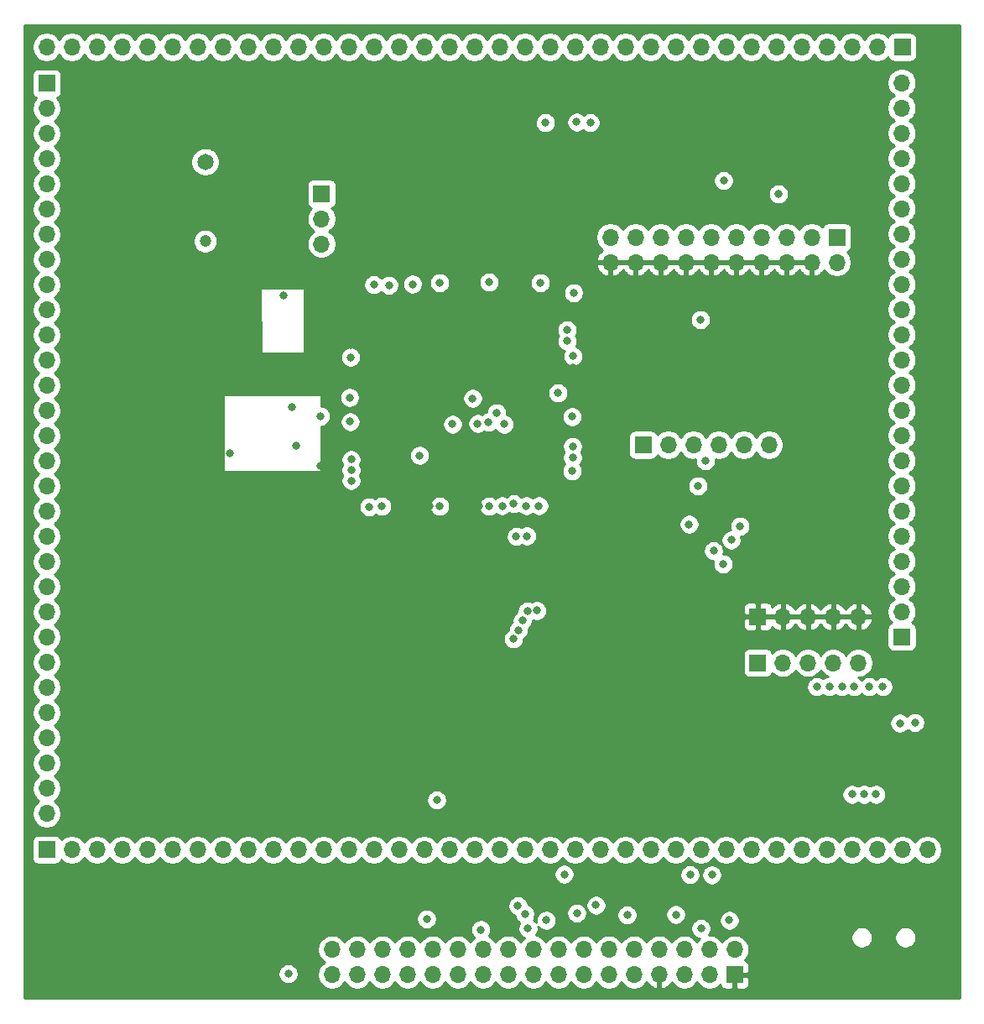
<source format=gbr>
G04 #@! TF.GenerationSoftware,KiCad,Pcbnew,(5.1.6)-1*
G04 #@! TF.CreationDate,2020-09-15T00:28:44+03:00*
G04 #@! TF.ProjectId,469devboard,34363964-6576-4626-9f61-72642e6b6963,rev?*
G04 #@! TF.SameCoordinates,Original*
G04 #@! TF.FileFunction,Copper,L2,Inr*
G04 #@! TF.FilePolarity,Positive*
%FSLAX46Y46*%
G04 Gerber Fmt 4.6, Leading zero omitted, Abs format (unit mm)*
G04 Created by KiCad (PCBNEW (5.1.6)-1) date 2020-09-15 00:28:44*
%MOMM*%
%LPD*%
G01*
G04 APERTURE LIST*
G04 #@! TA.AperFunction,ViaPad*
%ADD10O,1.700000X1.700000*%
G04 #@! TD*
G04 #@! TA.AperFunction,ViaPad*
%ADD11R,1.700000X1.700000*%
G04 #@! TD*
G04 #@! TA.AperFunction,ViaPad*
%ADD12C,1.650000*%
G04 #@! TD*
G04 #@! TA.AperFunction,ViaPad*
%ADD13C,1.200000*%
G04 #@! TD*
G04 #@! TA.AperFunction,ViaPad*
%ADD14C,0.800000*%
G04 #@! TD*
G04 #@! TA.AperFunction,Conductor*
%ADD15C,0.254000*%
G04 #@! TD*
G04 APERTURE END LIST*
D10*
X161023300Y-107046500D03*
X158483300Y-107046500D03*
X155943300Y-107046500D03*
X153403300Y-107046500D03*
D11*
X150863300Y-107046500D03*
D10*
X161023300Y-111696500D03*
X158483300Y-111696500D03*
X155943300Y-111696500D03*
X153403300Y-111696500D03*
D11*
X150863300Y-111696500D03*
D10*
X135991600Y-71297800D03*
X135991600Y-68757800D03*
X138531600Y-71297800D03*
X138531600Y-68757800D03*
X141071600Y-71297800D03*
X141071600Y-68757800D03*
X143611600Y-71297800D03*
X143611600Y-68757800D03*
X146151600Y-71297800D03*
X146151600Y-68757800D03*
X148691600Y-71297800D03*
X148691600Y-68757800D03*
X151231600Y-71297800D03*
X151231600Y-68757800D03*
X153771600Y-71297800D03*
X153771600Y-68757800D03*
X156311600Y-71297800D03*
X156311600Y-68757800D03*
X158851600Y-71297800D03*
D11*
X158851600Y-68757800D03*
D10*
X79095600Y-126898400D03*
X79095600Y-124358400D03*
X79095600Y-121818400D03*
X79095600Y-119278400D03*
X79095600Y-116738400D03*
X79095600Y-114198400D03*
X79095600Y-111658400D03*
X79095600Y-109118400D03*
X79095600Y-106578400D03*
X79095600Y-104038400D03*
X79095600Y-101498400D03*
X79095600Y-98958400D03*
X79095600Y-96418400D03*
X79095600Y-93878400D03*
X79095600Y-91338400D03*
X79095600Y-88798400D03*
X79095600Y-86258400D03*
X79095600Y-83718400D03*
X79095600Y-81178400D03*
X79095600Y-78638400D03*
X79095600Y-76098400D03*
X79095600Y-73558400D03*
X79095600Y-71018400D03*
X79095600Y-68478400D03*
X79095600Y-65938400D03*
X79095600Y-63398400D03*
X79095600Y-60858400D03*
X79095600Y-58318400D03*
X79095600Y-55778400D03*
D11*
X79095600Y-53238400D03*
D10*
X165404800Y-53187600D03*
X165404800Y-55727600D03*
X165404800Y-58267600D03*
X165404800Y-60807600D03*
X165404800Y-63347600D03*
X165404800Y-65887600D03*
X165404800Y-68427600D03*
X165404800Y-70967600D03*
X165404800Y-73507600D03*
X165404800Y-76047600D03*
X165404800Y-78587600D03*
X165404800Y-81127600D03*
X165404800Y-83667600D03*
X165404800Y-86207600D03*
X165404800Y-88747600D03*
X165404800Y-91287600D03*
X165404800Y-93827600D03*
X165404800Y-96367600D03*
X165404800Y-98907600D03*
X165404800Y-101447600D03*
X165404800Y-103987600D03*
X165404800Y-106527600D03*
D11*
X165404800Y-109067600D03*
D12*
X95097600Y-61163200D03*
D13*
X95097600Y-69163200D03*
D10*
X167995600Y-130556000D03*
X165455600Y-130556000D03*
X162915600Y-130556000D03*
X160375600Y-130556000D03*
X157835600Y-130556000D03*
X155295600Y-130556000D03*
X152755600Y-130556000D03*
X150215600Y-130556000D03*
X147675600Y-130556000D03*
X145135600Y-130556000D03*
X142595600Y-130556000D03*
X140055600Y-130556000D03*
X137515600Y-130556000D03*
X134975600Y-130556000D03*
X132435600Y-130556000D03*
X129895600Y-130556000D03*
X127355600Y-130556000D03*
X124815600Y-130556000D03*
X122275600Y-130556000D03*
X119735600Y-130556000D03*
X117195600Y-130556000D03*
X114655600Y-130556000D03*
X112115600Y-130556000D03*
X109575600Y-130556000D03*
X107035600Y-130556000D03*
X104495600Y-130556000D03*
X101955600Y-130556000D03*
X99415600Y-130556000D03*
X96875600Y-130556000D03*
X94335600Y-130556000D03*
X91795600Y-130556000D03*
X89255600Y-130556000D03*
X86715600Y-130556000D03*
X84175600Y-130556000D03*
X81635600Y-130556000D03*
D11*
X79095600Y-130556000D03*
D10*
X79095600Y-49580800D03*
X81635600Y-49580800D03*
X84175600Y-49580800D03*
X86715600Y-49580800D03*
X89255600Y-49580800D03*
X91795600Y-49580800D03*
X94335600Y-49580800D03*
X96875600Y-49580800D03*
X99415600Y-49580800D03*
X101955600Y-49580800D03*
X104495600Y-49580800D03*
X107035600Y-49580800D03*
X109575600Y-49580800D03*
X112115600Y-49580800D03*
X114655600Y-49580800D03*
X117195600Y-49580800D03*
X119735600Y-49580800D03*
X122275600Y-49580800D03*
X124815600Y-49580800D03*
X127355600Y-49580800D03*
X129895600Y-49580800D03*
X132435600Y-49580800D03*
X134975600Y-49580800D03*
X137515600Y-49580800D03*
X140055600Y-49580800D03*
X142595600Y-49580800D03*
X145135600Y-49580800D03*
X147675600Y-49580800D03*
X150215600Y-49580800D03*
X152755600Y-49580800D03*
X155295600Y-49580800D03*
X157835600Y-49580800D03*
X160375600Y-49580800D03*
X162915600Y-49580800D03*
D11*
X165455600Y-49580800D03*
D10*
X151993600Y-89712800D03*
X149453600Y-89712800D03*
X146913600Y-89712800D03*
X144373600Y-89712800D03*
X141833600Y-89712800D03*
D11*
X139293600Y-89712800D03*
D10*
X106832400Y-69443600D03*
X106832400Y-66903600D03*
D11*
X106832400Y-64363600D03*
D10*
X107899200Y-140614400D03*
X107899200Y-143154400D03*
X110439200Y-140614400D03*
X110439200Y-143154400D03*
X112979200Y-140614400D03*
X112979200Y-143154400D03*
X115519200Y-140614400D03*
X115519200Y-143154400D03*
X118059200Y-140614400D03*
X118059200Y-143154400D03*
X120599200Y-140614400D03*
X120599200Y-143154400D03*
X123139200Y-140614400D03*
X123139200Y-143154400D03*
X125679200Y-140614400D03*
X125679200Y-143154400D03*
X128219200Y-140614400D03*
X128219200Y-143154400D03*
X130759200Y-140614400D03*
X130759200Y-143154400D03*
X133299200Y-140614400D03*
X133299200Y-143154400D03*
X135839200Y-140614400D03*
X135839200Y-143154400D03*
X138379200Y-140614400D03*
X138379200Y-143154400D03*
X140919200Y-140614400D03*
X140919200Y-143154400D03*
X143459200Y-140614400D03*
X143459200Y-143154400D03*
X145999200Y-140614400D03*
X145999200Y-143154400D03*
X148539200Y-140614400D03*
D11*
X148539200Y-143154400D03*
D14*
X117779800Y-95885000D03*
X122732800Y-95885000D03*
X97586800Y-90525600D03*
X103835200Y-85902800D03*
X152958800Y-62890400D03*
X128270000Y-56946800D03*
X104292400Y-89763600D03*
X131368800Y-76454000D03*
X130098800Y-76454000D03*
X128828800Y-76454000D03*
X124383800Y-76454000D03*
X123113800Y-76454000D03*
X119303800Y-76454000D03*
X118033800Y-76454000D03*
X116763800Y-77089000D03*
X112953800Y-77089000D03*
X111683800Y-77089000D03*
X112953800Y-80264000D03*
X112953800Y-81534000D03*
X112953800Y-84074000D03*
X112953800Y-85344000D03*
X112953800Y-87884000D03*
X112953800Y-91059000D03*
X112953800Y-91948000D03*
X114223800Y-87884000D03*
X112953800Y-92964000D03*
X114223800Y-92964000D03*
X115493800Y-92964000D03*
X118033800Y-92964000D03*
X119303800Y-92964000D03*
X123113800Y-92964000D03*
X124383800Y-92964000D03*
X127558800Y-92964000D03*
X128828800Y-92964000D03*
X130098800Y-95504000D03*
X128828800Y-91694000D03*
X128828800Y-90678000D03*
X128828800Y-89662000D03*
X128828800Y-88392000D03*
X128955800Y-87376000D03*
X129209800Y-80645000D03*
X129209800Y-81788000D03*
X127812800Y-76454000D03*
X135305800Y-74549000D03*
X124002800Y-70358000D03*
X130479800Y-70231000D03*
X133527800Y-71501000D03*
X141655800Y-76454000D03*
X109778800Y-83566000D03*
X89839800Y-65024000D03*
X105460800Y-77851000D03*
X103047800Y-74676000D03*
X109778800Y-79629000D03*
X132257800Y-81915000D03*
X132130800Y-85344000D03*
X132130800Y-88392000D03*
X135432800Y-92202000D03*
X106730800Y-91821000D03*
X119049800Y-70231000D03*
X128447800Y-105156000D03*
X122097800Y-85026500D03*
X120764300Y-85026500D03*
X166103300Y-136588500D03*
X166230300Y-137477500D03*
X166103300Y-135191500D03*
X166547800Y-133794500D03*
X167119300Y-122364500D03*
X165277800Y-114363500D03*
X166801800Y-114427000D03*
X155879800Y-121666000D03*
X155943300Y-122872500D03*
X155943300Y-124333000D03*
X156768800Y-125158500D03*
X158165800Y-125031500D03*
X116446300Y-113093500D03*
X129336800Y-118110000D03*
X138417300Y-126047500D03*
X98221800Y-123698000D03*
X96062800Y-122682000D03*
X93522800Y-123952000D03*
X90728800Y-124841000D03*
X88252300Y-125539500D03*
X85013800Y-126619000D03*
X98348800Y-135191500D03*
X161213800Y-92202000D03*
X159816800Y-90106500D03*
X160578800Y-87503000D03*
X156197300Y-84836000D03*
X157975300Y-79756000D03*
X159626300Y-81534000D03*
X89522300Y-80708500D03*
X88125300Y-87249000D03*
X86283800Y-85979000D03*
X83616800Y-85598000D03*
X91173300Y-77025500D03*
X90284300Y-74549000D03*
X89966800Y-72517000D03*
X83172300Y-62166500D03*
X83997800Y-67437000D03*
X83235800Y-59880500D03*
X82918300Y-56642000D03*
X101650800Y-63119000D03*
X98348800Y-64071500D03*
X103111300Y-67881500D03*
X99237800Y-55753000D03*
X100888800Y-54991000D03*
X105524300Y-118618000D03*
X108381800Y-118872000D03*
X124574300Y-123888500D03*
X105968800Y-135382000D03*
X114223800Y-134429500D03*
X138290300Y-134366000D03*
X117081300Y-134175500D03*
X132702300Y-134112000D03*
X129527300Y-134366000D03*
X137528300Y-104965500D03*
X152260300Y-75692000D03*
X139242800Y-55943500D03*
X101968300Y-53340000D03*
X104698800Y-53594000D03*
X107048300Y-53340000D03*
X98602800Y-73533000D03*
X166738300Y-117729000D03*
X148005800Y-137668000D03*
X147370800Y-101727000D03*
X143941800Y-97726500D03*
X148196300Y-99314000D03*
X146418300Y-100393500D03*
X127114300Y-107442000D03*
X126733300Y-108394500D03*
X126225300Y-109283500D03*
X127622300Y-106489500D03*
X128574800Y-106426000D03*
X130708400Y-84480400D03*
X147421600Y-63042800D03*
X116027200Y-73507600D03*
X152958800Y-64414400D03*
X109778800Y-80873600D03*
X109677200Y-84937600D03*
X112928400Y-95910400D03*
X116738400Y-90779600D03*
X109829600Y-91186000D03*
X118770400Y-95910400D03*
X123748800Y-95910400D03*
X128778000Y-95859600D03*
X132130800Y-92354400D03*
X132181600Y-90982800D03*
X132232400Y-80772000D03*
X132283200Y-74371200D03*
X128930400Y-73355200D03*
X123748800Y-73304400D03*
X118770400Y-73355200D03*
X112115600Y-73558400D03*
X165214300Y-117792500D03*
X163499800Y-114109500D03*
X162102800Y-114109500D03*
X160578800Y-114109500D03*
X159372300Y-114109500D03*
X158102300Y-114109500D03*
X156832300Y-114109500D03*
X160388300Y-124968000D03*
X161594800Y-124968000D03*
X162801300Y-124968000D03*
X132130800Y-86868000D03*
X132181600Y-89865200D03*
X117462300Y-137541000D03*
X120065800Y-87630000D03*
X123685300Y-87439500D03*
X122605800Y-87566500D03*
X144830800Y-93853000D03*
X125272800Y-87630000D03*
X145592800Y-91313000D03*
X124510800Y-86487000D03*
X118478300Y-125539500D03*
X122923300Y-138620500D03*
X126669800Y-136207500D03*
X134543800Y-136144000D03*
X127368300Y-137033000D03*
X132607040Y-136937740D03*
X125069600Y-95859600D03*
X127685800Y-138493500D03*
X142608300Y-137096500D03*
X137687045Y-137128245D03*
X129531688Y-137667990D03*
X127508000Y-95859600D03*
X126238000Y-95656400D03*
X145135600Y-138480800D03*
X131331599Y-133032500D03*
X144031599Y-133069701D03*
X146239601Y-133084199D03*
X103492300Y-143065500D03*
X149085300Y-97917000D03*
X145084800Y-77089000D03*
X133959600Y-57200800D03*
X132588000Y-57150000D03*
X129438400Y-57200800D03*
X131622800Y-79248000D03*
X131622800Y-78130400D03*
X113639600Y-73609200D03*
X127558800Y-98907600D03*
X126492000Y-98958400D03*
X111658400Y-95961200D03*
X109829600Y-93319600D03*
X109829600Y-92252800D03*
X109728000Y-87376000D03*
X106730800Y-86817200D03*
D15*
G36*
X171246800Y-145542000D02*
G01*
X76885800Y-145542000D01*
X76885800Y-142963561D01*
X102457300Y-142963561D01*
X102457300Y-143167439D01*
X102497074Y-143367398D01*
X102575095Y-143555756D01*
X102688363Y-143725274D01*
X102832526Y-143869437D01*
X103002044Y-143982705D01*
X103190402Y-144060726D01*
X103390361Y-144100500D01*
X103594239Y-144100500D01*
X103794198Y-144060726D01*
X103982556Y-143982705D01*
X104152074Y-143869437D01*
X104296237Y-143725274D01*
X104409505Y-143555756D01*
X104487526Y-143367398D01*
X104527300Y-143167439D01*
X104527300Y-142963561D01*
X104487526Y-142763602D01*
X104409505Y-142575244D01*
X104296237Y-142405726D01*
X104152074Y-142261563D01*
X103982556Y-142148295D01*
X103794198Y-142070274D01*
X103594239Y-142030500D01*
X103390361Y-142030500D01*
X103190402Y-142070274D01*
X103002044Y-142148295D01*
X102832526Y-142261563D01*
X102688363Y-142405726D01*
X102575095Y-142575244D01*
X102497074Y-142763602D01*
X102457300Y-142963561D01*
X76885800Y-142963561D01*
X76885800Y-140468140D01*
X106414200Y-140468140D01*
X106414200Y-140760660D01*
X106471268Y-141047558D01*
X106583210Y-141317811D01*
X106745725Y-141561032D01*
X106952568Y-141767875D01*
X107126960Y-141884400D01*
X106952568Y-142000925D01*
X106745725Y-142207768D01*
X106583210Y-142450989D01*
X106471268Y-142721242D01*
X106414200Y-143008140D01*
X106414200Y-143300660D01*
X106471268Y-143587558D01*
X106583210Y-143857811D01*
X106745725Y-144101032D01*
X106952568Y-144307875D01*
X107195789Y-144470390D01*
X107466042Y-144582332D01*
X107752940Y-144639400D01*
X108045460Y-144639400D01*
X108332358Y-144582332D01*
X108602611Y-144470390D01*
X108845832Y-144307875D01*
X109052675Y-144101032D01*
X109169200Y-143926640D01*
X109285725Y-144101032D01*
X109492568Y-144307875D01*
X109735789Y-144470390D01*
X110006042Y-144582332D01*
X110292940Y-144639400D01*
X110585460Y-144639400D01*
X110872358Y-144582332D01*
X111142611Y-144470390D01*
X111385832Y-144307875D01*
X111592675Y-144101032D01*
X111709200Y-143926640D01*
X111825725Y-144101032D01*
X112032568Y-144307875D01*
X112275789Y-144470390D01*
X112546042Y-144582332D01*
X112832940Y-144639400D01*
X113125460Y-144639400D01*
X113412358Y-144582332D01*
X113682611Y-144470390D01*
X113925832Y-144307875D01*
X114132675Y-144101032D01*
X114249200Y-143926640D01*
X114365725Y-144101032D01*
X114572568Y-144307875D01*
X114815789Y-144470390D01*
X115086042Y-144582332D01*
X115372940Y-144639400D01*
X115665460Y-144639400D01*
X115952358Y-144582332D01*
X116222611Y-144470390D01*
X116465832Y-144307875D01*
X116672675Y-144101032D01*
X116789200Y-143926640D01*
X116905725Y-144101032D01*
X117112568Y-144307875D01*
X117355789Y-144470390D01*
X117626042Y-144582332D01*
X117912940Y-144639400D01*
X118205460Y-144639400D01*
X118492358Y-144582332D01*
X118762611Y-144470390D01*
X119005832Y-144307875D01*
X119212675Y-144101032D01*
X119329200Y-143926640D01*
X119445725Y-144101032D01*
X119652568Y-144307875D01*
X119895789Y-144470390D01*
X120166042Y-144582332D01*
X120452940Y-144639400D01*
X120745460Y-144639400D01*
X121032358Y-144582332D01*
X121302611Y-144470390D01*
X121545832Y-144307875D01*
X121752675Y-144101032D01*
X121869200Y-143926640D01*
X121985725Y-144101032D01*
X122192568Y-144307875D01*
X122435789Y-144470390D01*
X122706042Y-144582332D01*
X122992940Y-144639400D01*
X123285460Y-144639400D01*
X123572358Y-144582332D01*
X123842611Y-144470390D01*
X124085832Y-144307875D01*
X124292675Y-144101032D01*
X124409200Y-143926640D01*
X124525725Y-144101032D01*
X124732568Y-144307875D01*
X124975789Y-144470390D01*
X125246042Y-144582332D01*
X125532940Y-144639400D01*
X125825460Y-144639400D01*
X126112358Y-144582332D01*
X126382611Y-144470390D01*
X126625832Y-144307875D01*
X126832675Y-144101032D01*
X126949200Y-143926640D01*
X127065725Y-144101032D01*
X127272568Y-144307875D01*
X127515789Y-144470390D01*
X127786042Y-144582332D01*
X128072940Y-144639400D01*
X128365460Y-144639400D01*
X128652358Y-144582332D01*
X128922611Y-144470390D01*
X129165832Y-144307875D01*
X129372675Y-144101032D01*
X129489200Y-143926640D01*
X129605725Y-144101032D01*
X129812568Y-144307875D01*
X130055789Y-144470390D01*
X130326042Y-144582332D01*
X130612940Y-144639400D01*
X130905460Y-144639400D01*
X131192358Y-144582332D01*
X131462611Y-144470390D01*
X131705832Y-144307875D01*
X131912675Y-144101032D01*
X132029200Y-143926640D01*
X132145725Y-144101032D01*
X132352568Y-144307875D01*
X132595789Y-144470390D01*
X132866042Y-144582332D01*
X133152940Y-144639400D01*
X133445460Y-144639400D01*
X133732358Y-144582332D01*
X134002611Y-144470390D01*
X134245832Y-144307875D01*
X134452675Y-144101032D01*
X134569200Y-143926640D01*
X134685725Y-144101032D01*
X134892568Y-144307875D01*
X135135789Y-144470390D01*
X135406042Y-144582332D01*
X135692940Y-144639400D01*
X135985460Y-144639400D01*
X136272358Y-144582332D01*
X136542611Y-144470390D01*
X136785832Y-144307875D01*
X136992675Y-144101032D01*
X137109200Y-143926640D01*
X137225725Y-144101032D01*
X137432568Y-144307875D01*
X137675789Y-144470390D01*
X137946042Y-144582332D01*
X138232940Y-144639400D01*
X138525460Y-144639400D01*
X138812358Y-144582332D01*
X139082611Y-144470390D01*
X139325832Y-144307875D01*
X139532675Y-144101032D01*
X139654395Y-143918866D01*
X139724022Y-144035755D01*
X139918931Y-144251988D01*
X140152280Y-144426041D01*
X140415101Y-144551225D01*
X140562310Y-144595876D01*
X140792200Y-144474555D01*
X140792200Y-143281400D01*
X140772200Y-143281400D01*
X140772200Y-143027400D01*
X140792200Y-143027400D01*
X140792200Y-143007400D01*
X141046200Y-143007400D01*
X141046200Y-143027400D01*
X141066200Y-143027400D01*
X141066200Y-143281400D01*
X141046200Y-143281400D01*
X141046200Y-144474555D01*
X141276090Y-144595876D01*
X141423299Y-144551225D01*
X141686120Y-144426041D01*
X141919469Y-144251988D01*
X142114378Y-144035755D01*
X142184005Y-143918866D01*
X142305725Y-144101032D01*
X142512568Y-144307875D01*
X142755789Y-144470390D01*
X143026042Y-144582332D01*
X143312940Y-144639400D01*
X143605460Y-144639400D01*
X143892358Y-144582332D01*
X144162611Y-144470390D01*
X144405832Y-144307875D01*
X144612675Y-144101032D01*
X144729200Y-143926640D01*
X144845725Y-144101032D01*
X145052568Y-144307875D01*
X145295789Y-144470390D01*
X145566042Y-144582332D01*
X145852940Y-144639400D01*
X146145460Y-144639400D01*
X146432358Y-144582332D01*
X146702611Y-144470390D01*
X146945832Y-144307875D01*
X147077687Y-144176020D01*
X147099698Y-144248580D01*
X147158663Y-144358894D01*
X147238015Y-144455585D01*
X147334706Y-144534937D01*
X147445020Y-144593902D01*
X147564718Y-144630212D01*
X147689200Y-144642472D01*
X148253450Y-144639400D01*
X148412200Y-144480650D01*
X148412200Y-143281400D01*
X148666200Y-143281400D01*
X148666200Y-144480650D01*
X148824950Y-144639400D01*
X149389200Y-144642472D01*
X149513682Y-144630212D01*
X149633380Y-144593902D01*
X149743694Y-144534937D01*
X149840385Y-144455585D01*
X149919737Y-144358894D01*
X149978702Y-144248580D01*
X150015012Y-144128882D01*
X150027272Y-144004400D01*
X150024200Y-143440150D01*
X149865450Y-143281400D01*
X148666200Y-143281400D01*
X148412200Y-143281400D01*
X148392200Y-143281400D01*
X148392200Y-143027400D01*
X148412200Y-143027400D01*
X148412200Y-143007400D01*
X148666200Y-143007400D01*
X148666200Y-143027400D01*
X149865450Y-143027400D01*
X150024200Y-142868650D01*
X150027272Y-142304400D01*
X150015012Y-142179918D01*
X149978702Y-142060220D01*
X149919737Y-141949906D01*
X149840385Y-141853215D01*
X149743694Y-141773863D01*
X149633380Y-141714898D01*
X149560820Y-141692887D01*
X149692675Y-141561032D01*
X149855190Y-141317811D01*
X149967132Y-141047558D01*
X150024200Y-140760660D01*
X150024200Y-140468140D01*
X149967132Y-140181242D01*
X149855190Y-139910989D01*
X149692675Y-139667768D01*
X149485832Y-139460925D01*
X149242611Y-139298410D01*
X149221523Y-139289675D01*
X160253300Y-139289675D01*
X160253300Y-139508325D01*
X160295957Y-139722775D01*
X160379631Y-139924782D01*
X160501107Y-140106584D01*
X160655716Y-140261193D01*
X160837518Y-140382669D01*
X161039525Y-140466343D01*
X161253975Y-140509000D01*
X161472625Y-140509000D01*
X161687075Y-140466343D01*
X161889082Y-140382669D01*
X162070884Y-140261193D01*
X162225493Y-140106584D01*
X162346969Y-139924782D01*
X162430643Y-139722775D01*
X162473300Y-139508325D01*
X162473300Y-139289675D01*
X164653300Y-139289675D01*
X164653300Y-139508325D01*
X164695957Y-139722775D01*
X164779631Y-139924782D01*
X164901107Y-140106584D01*
X165055716Y-140261193D01*
X165237518Y-140382669D01*
X165439525Y-140466343D01*
X165653975Y-140509000D01*
X165872625Y-140509000D01*
X166087075Y-140466343D01*
X166289082Y-140382669D01*
X166470884Y-140261193D01*
X166625493Y-140106584D01*
X166746969Y-139924782D01*
X166830643Y-139722775D01*
X166873300Y-139508325D01*
X166873300Y-139289675D01*
X166830643Y-139075225D01*
X166746969Y-138873218D01*
X166625493Y-138691416D01*
X166470884Y-138536807D01*
X166289082Y-138415331D01*
X166087075Y-138331657D01*
X165872625Y-138289000D01*
X165653975Y-138289000D01*
X165439525Y-138331657D01*
X165237518Y-138415331D01*
X165055716Y-138536807D01*
X164901107Y-138691416D01*
X164779631Y-138873218D01*
X164695957Y-139075225D01*
X164653300Y-139289675D01*
X162473300Y-139289675D01*
X162430643Y-139075225D01*
X162346969Y-138873218D01*
X162225493Y-138691416D01*
X162070884Y-138536807D01*
X161889082Y-138415331D01*
X161687075Y-138331657D01*
X161472625Y-138289000D01*
X161253975Y-138289000D01*
X161039525Y-138331657D01*
X160837518Y-138415331D01*
X160655716Y-138536807D01*
X160501107Y-138691416D01*
X160379631Y-138873218D01*
X160295957Y-139075225D01*
X160253300Y-139289675D01*
X149221523Y-139289675D01*
X148972358Y-139186468D01*
X148685460Y-139129400D01*
X148392940Y-139129400D01*
X148106042Y-139186468D01*
X147835789Y-139298410D01*
X147592568Y-139460925D01*
X147385725Y-139667768D01*
X147269200Y-139842160D01*
X147152675Y-139667768D01*
X146945832Y-139460925D01*
X146702611Y-139298410D01*
X146432358Y-139186468D01*
X146145460Y-139129400D01*
X145947003Y-139129400D01*
X146052805Y-138971056D01*
X146130826Y-138782698D01*
X146170600Y-138582739D01*
X146170600Y-138378861D01*
X146130826Y-138178902D01*
X146052805Y-137990544D01*
X145939537Y-137821026D01*
X145795374Y-137676863D01*
X145629547Y-137566061D01*
X146970800Y-137566061D01*
X146970800Y-137769939D01*
X147010574Y-137969898D01*
X147088595Y-138158256D01*
X147201863Y-138327774D01*
X147346026Y-138471937D01*
X147515544Y-138585205D01*
X147703902Y-138663226D01*
X147903861Y-138703000D01*
X148107739Y-138703000D01*
X148307698Y-138663226D01*
X148496056Y-138585205D01*
X148665574Y-138471937D01*
X148809737Y-138327774D01*
X148923005Y-138158256D01*
X149001026Y-137969898D01*
X149040800Y-137769939D01*
X149040800Y-137566061D01*
X149001026Y-137366102D01*
X148923005Y-137177744D01*
X148809737Y-137008226D01*
X148665574Y-136864063D01*
X148496056Y-136750795D01*
X148307698Y-136672774D01*
X148107739Y-136633000D01*
X147903861Y-136633000D01*
X147703902Y-136672774D01*
X147515544Y-136750795D01*
X147346026Y-136864063D01*
X147201863Y-137008226D01*
X147088595Y-137177744D01*
X147010574Y-137366102D01*
X146970800Y-137566061D01*
X145629547Y-137566061D01*
X145625856Y-137563595D01*
X145437498Y-137485574D01*
X145237539Y-137445800D01*
X145033661Y-137445800D01*
X144833702Y-137485574D01*
X144645344Y-137563595D01*
X144475826Y-137676863D01*
X144331663Y-137821026D01*
X144218395Y-137990544D01*
X144140374Y-138178902D01*
X144100600Y-138378861D01*
X144100600Y-138582739D01*
X144140374Y-138782698D01*
X144218395Y-138971056D01*
X144331663Y-139140574D01*
X144475826Y-139284737D01*
X144645344Y-139398005D01*
X144833702Y-139476026D01*
X145003660Y-139509833D01*
X144845725Y-139667768D01*
X144729200Y-139842160D01*
X144612675Y-139667768D01*
X144405832Y-139460925D01*
X144162611Y-139298410D01*
X143892358Y-139186468D01*
X143605460Y-139129400D01*
X143312940Y-139129400D01*
X143026042Y-139186468D01*
X142755789Y-139298410D01*
X142512568Y-139460925D01*
X142305725Y-139667768D01*
X142189200Y-139842160D01*
X142072675Y-139667768D01*
X141865832Y-139460925D01*
X141622611Y-139298410D01*
X141352358Y-139186468D01*
X141065460Y-139129400D01*
X140772940Y-139129400D01*
X140486042Y-139186468D01*
X140215789Y-139298410D01*
X139972568Y-139460925D01*
X139765725Y-139667768D01*
X139649200Y-139842160D01*
X139532675Y-139667768D01*
X139325832Y-139460925D01*
X139082611Y-139298410D01*
X138812358Y-139186468D01*
X138525460Y-139129400D01*
X138232940Y-139129400D01*
X137946042Y-139186468D01*
X137675789Y-139298410D01*
X137432568Y-139460925D01*
X137225725Y-139667768D01*
X137109200Y-139842160D01*
X136992675Y-139667768D01*
X136785832Y-139460925D01*
X136542611Y-139298410D01*
X136272358Y-139186468D01*
X135985460Y-139129400D01*
X135692940Y-139129400D01*
X135406042Y-139186468D01*
X135135789Y-139298410D01*
X134892568Y-139460925D01*
X134685725Y-139667768D01*
X134569200Y-139842160D01*
X134452675Y-139667768D01*
X134245832Y-139460925D01*
X134002611Y-139298410D01*
X133732358Y-139186468D01*
X133445460Y-139129400D01*
X133152940Y-139129400D01*
X132866042Y-139186468D01*
X132595789Y-139298410D01*
X132352568Y-139460925D01*
X132145725Y-139667768D01*
X132029200Y-139842160D01*
X131912675Y-139667768D01*
X131705832Y-139460925D01*
X131462611Y-139298410D01*
X131192358Y-139186468D01*
X130905460Y-139129400D01*
X130612940Y-139129400D01*
X130326042Y-139186468D01*
X130055789Y-139298410D01*
X129812568Y-139460925D01*
X129605725Y-139667768D01*
X129489200Y-139842160D01*
X129372675Y-139667768D01*
X129165832Y-139460925D01*
X128922611Y-139298410D01*
X128652358Y-139186468D01*
X128489031Y-139153980D01*
X128489737Y-139153274D01*
X128603005Y-138983756D01*
X128681026Y-138795398D01*
X128720800Y-138595439D01*
X128720800Y-138391561D01*
X128699785Y-138285909D01*
X128727751Y-138327764D01*
X128871914Y-138471927D01*
X129041432Y-138585195D01*
X129229790Y-138663216D01*
X129429749Y-138702990D01*
X129633627Y-138702990D01*
X129833586Y-138663216D01*
X130021944Y-138585195D01*
X130191462Y-138471927D01*
X130335625Y-138327764D01*
X130448893Y-138158246D01*
X130526914Y-137969888D01*
X130566688Y-137769929D01*
X130566688Y-137566051D01*
X130526914Y-137366092D01*
X130448893Y-137177734D01*
X130335625Y-137008216D01*
X130191462Y-136864053D01*
X130149180Y-136835801D01*
X131572040Y-136835801D01*
X131572040Y-137039679D01*
X131611814Y-137239638D01*
X131689835Y-137427996D01*
X131803103Y-137597514D01*
X131947266Y-137741677D01*
X132116784Y-137854945D01*
X132305142Y-137932966D01*
X132505101Y-137972740D01*
X132708979Y-137972740D01*
X132908938Y-137932966D01*
X133097296Y-137854945D01*
X133266814Y-137741677D01*
X133410977Y-137597514D01*
X133524245Y-137427996D01*
X133602266Y-137239638D01*
X133642040Y-137039679D01*
X133642040Y-136835801D01*
X133602266Y-136635842D01*
X133524245Y-136447484D01*
X133410977Y-136277966D01*
X133266814Y-136133803D01*
X133129513Y-136042061D01*
X133508800Y-136042061D01*
X133508800Y-136245939D01*
X133548574Y-136445898D01*
X133626595Y-136634256D01*
X133739863Y-136803774D01*
X133884026Y-136947937D01*
X134053544Y-137061205D01*
X134241902Y-137139226D01*
X134441861Y-137179000D01*
X134645739Y-137179000D01*
X134845698Y-137139226D01*
X135034056Y-137061205D01*
X135086286Y-137026306D01*
X136652045Y-137026306D01*
X136652045Y-137230184D01*
X136691819Y-137430143D01*
X136769840Y-137618501D01*
X136883108Y-137788019D01*
X137027271Y-137932182D01*
X137196789Y-138045450D01*
X137385147Y-138123471D01*
X137585106Y-138163245D01*
X137788984Y-138163245D01*
X137988943Y-138123471D01*
X138177301Y-138045450D01*
X138346819Y-137932182D01*
X138490982Y-137788019D01*
X138604250Y-137618501D01*
X138682271Y-137430143D01*
X138722045Y-137230184D01*
X138722045Y-137026306D01*
X138715731Y-136994561D01*
X141573300Y-136994561D01*
X141573300Y-137198439D01*
X141613074Y-137398398D01*
X141691095Y-137586756D01*
X141804363Y-137756274D01*
X141948526Y-137900437D01*
X142118044Y-138013705D01*
X142306402Y-138091726D01*
X142506361Y-138131500D01*
X142710239Y-138131500D01*
X142910198Y-138091726D01*
X143098556Y-138013705D01*
X143268074Y-137900437D01*
X143412237Y-137756274D01*
X143525505Y-137586756D01*
X143603526Y-137398398D01*
X143643300Y-137198439D01*
X143643300Y-136994561D01*
X143603526Y-136794602D01*
X143525505Y-136606244D01*
X143412237Y-136436726D01*
X143268074Y-136292563D01*
X143098556Y-136179295D01*
X142910198Y-136101274D01*
X142710239Y-136061500D01*
X142506361Y-136061500D01*
X142306402Y-136101274D01*
X142118044Y-136179295D01*
X141948526Y-136292563D01*
X141804363Y-136436726D01*
X141691095Y-136606244D01*
X141613074Y-136794602D01*
X141573300Y-136994561D01*
X138715731Y-136994561D01*
X138682271Y-136826347D01*
X138604250Y-136637989D01*
X138490982Y-136468471D01*
X138346819Y-136324308D01*
X138177301Y-136211040D01*
X137988943Y-136133019D01*
X137788984Y-136093245D01*
X137585106Y-136093245D01*
X137385147Y-136133019D01*
X137196789Y-136211040D01*
X137027271Y-136324308D01*
X136883108Y-136468471D01*
X136769840Y-136637989D01*
X136691819Y-136826347D01*
X136652045Y-137026306D01*
X135086286Y-137026306D01*
X135203574Y-136947937D01*
X135347737Y-136803774D01*
X135461005Y-136634256D01*
X135539026Y-136445898D01*
X135578800Y-136245939D01*
X135578800Y-136042061D01*
X135539026Y-135842102D01*
X135461005Y-135653744D01*
X135347737Y-135484226D01*
X135203574Y-135340063D01*
X135034056Y-135226795D01*
X134845698Y-135148774D01*
X134645739Y-135109000D01*
X134441861Y-135109000D01*
X134241902Y-135148774D01*
X134053544Y-135226795D01*
X133884026Y-135340063D01*
X133739863Y-135484226D01*
X133626595Y-135653744D01*
X133548574Y-135842102D01*
X133508800Y-136042061D01*
X133129513Y-136042061D01*
X133097296Y-136020535D01*
X132908938Y-135942514D01*
X132708979Y-135902740D01*
X132505101Y-135902740D01*
X132305142Y-135942514D01*
X132116784Y-136020535D01*
X131947266Y-136133803D01*
X131803103Y-136277966D01*
X131689835Y-136447484D01*
X131611814Y-136635842D01*
X131572040Y-136835801D01*
X130149180Y-136835801D01*
X130021944Y-136750785D01*
X129833586Y-136672764D01*
X129633627Y-136632990D01*
X129429749Y-136632990D01*
X129229790Y-136672764D01*
X129041432Y-136750785D01*
X128871914Y-136864053D01*
X128727751Y-137008216D01*
X128614483Y-137177734D01*
X128536462Y-137366092D01*
X128496688Y-137566051D01*
X128496688Y-137769929D01*
X128517703Y-137875581D01*
X128489737Y-137833726D01*
X128345574Y-137689563D01*
X128227222Y-137610483D01*
X128285505Y-137523256D01*
X128363526Y-137334898D01*
X128403300Y-137134939D01*
X128403300Y-136931061D01*
X128363526Y-136731102D01*
X128285505Y-136542744D01*
X128172237Y-136373226D01*
X128028074Y-136229063D01*
X127858556Y-136115795D01*
X127693213Y-136047307D01*
X127665026Y-135905602D01*
X127587005Y-135717244D01*
X127473737Y-135547726D01*
X127329574Y-135403563D01*
X127160056Y-135290295D01*
X126971698Y-135212274D01*
X126771739Y-135172500D01*
X126567861Y-135172500D01*
X126367902Y-135212274D01*
X126179544Y-135290295D01*
X126010026Y-135403563D01*
X125865863Y-135547726D01*
X125752595Y-135717244D01*
X125674574Y-135905602D01*
X125634800Y-136105561D01*
X125634800Y-136309439D01*
X125674574Y-136509398D01*
X125752595Y-136697756D01*
X125865863Y-136867274D01*
X126010026Y-137011437D01*
X126179544Y-137124705D01*
X126344887Y-137193193D01*
X126373074Y-137334898D01*
X126451095Y-137523256D01*
X126564363Y-137692774D01*
X126708526Y-137836937D01*
X126826878Y-137916017D01*
X126768595Y-138003244D01*
X126690574Y-138191602D01*
X126650800Y-138391561D01*
X126650800Y-138595439D01*
X126690574Y-138795398D01*
X126768595Y-138983756D01*
X126881863Y-139153274D01*
X127026026Y-139297437D01*
X127195544Y-139410705D01*
X127289489Y-139449619D01*
X127272568Y-139460925D01*
X127065725Y-139667768D01*
X126949200Y-139842160D01*
X126832675Y-139667768D01*
X126625832Y-139460925D01*
X126382611Y-139298410D01*
X126112358Y-139186468D01*
X125825460Y-139129400D01*
X125532940Y-139129400D01*
X125246042Y-139186468D01*
X124975789Y-139298410D01*
X124732568Y-139460925D01*
X124525725Y-139667768D01*
X124409200Y-139842160D01*
X124292675Y-139667768D01*
X124085832Y-139460925D01*
X123842611Y-139298410D01*
X123742756Y-139257049D01*
X123840505Y-139110756D01*
X123918526Y-138922398D01*
X123958300Y-138722439D01*
X123958300Y-138518561D01*
X123918526Y-138318602D01*
X123840505Y-138130244D01*
X123727237Y-137960726D01*
X123583074Y-137816563D01*
X123413556Y-137703295D01*
X123225198Y-137625274D01*
X123025239Y-137585500D01*
X122821361Y-137585500D01*
X122621402Y-137625274D01*
X122433044Y-137703295D01*
X122263526Y-137816563D01*
X122119363Y-137960726D01*
X122006095Y-138130244D01*
X121928074Y-138318602D01*
X121888300Y-138518561D01*
X121888300Y-138722439D01*
X121928074Y-138922398D01*
X122006095Y-139110756D01*
X122119363Y-139280274D01*
X122256977Y-139417888D01*
X122192568Y-139460925D01*
X121985725Y-139667768D01*
X121869200Y-139842160D01*
X121752675Y-139667768D01*
X121545832Y-139460925D01*
X121302611Y-139298410D01*
X121032358Y-139186468D01*
X120745460Y-139129400D01*
X120452940Y-139129400D01*
X120166042Y-139186468D01*
X119895789Y-139298410D01*
X119652568Y-139460925D01*
X119445725Y-139667768D01*
X119329200Y-139842160D01*
X119212675Y-139667768D01*
X119005832Y-139460925D01*
X118762611Y-139298410D01*
X118492358Y-139186468D01*
X118205460Y-139129400D01*
X117912940Y-139129400D01*
X117626042Y-139186468D01*
X117355789Y-139298410D01*
X117112568Y-139460925D01*
X116905725Y-139667768D01*
X116789200Y-139842160D01*
X116672675Y-139667768D01*
X116465832Y-139460925D01*
X116222611Y-139298410D01*
X115952358Y-139186468D01*
X115665460Y-139129400D01*
X115372940Y-139129400D01*
X115086042Y-139186468D01*
X114815789Y-139298410D01*
X114572568Y-139460925D01*
X114365725Y-139667768D01*
X114249200Y-139842160D01*
X114132675Y-139667768D01*
X113925832Y-139460925D01*
X113682611Y-139298410D01*
X113412358Y-139186468D01*
X113125460Y-139129400D01*
X112832940Y-139129400D01*
X112546042Y-139186468D01*
X112275789Y-139298410D01*
X112032568Y-139460925D01*
X111825725Y-139667768D01*
X111709200Y-139842160D01*
X111592675Y-139667768D01*
X111385832Y-139460925D01*
X111142611Y-139298410D01*
X110872358Y-139186468D01*
X110585460Y-139129400D01*
X110292940Y-139129400D01*
X110006042Y-139186468D01*
X109735789Y-139298410D01*
X109492568Y-139460925D01*
X109285725Y-139667768D01*
X109169200Y-139842160D01*
X109052675Y-139667768D01*
X108845832Y-139460925D01*
X108602611Y-139298410D01*
X108332358Y-139186468D01*
X108045460Y-139129400D01*
X107752940Y-139129400D01*
X107466042Y-139186468D01*
X107195789Y-139298410D01*
X106952568Y-139460925D01*
X106745725Y-139667768D01*
X106583210Y-139910989D01*
X106471268Y-140181242D01*
X106414200Y-140468140D01*
X76885800Y-140468140D01*
X76885800Y-137439061D01*
X116427300Y-137439061D01*
X116427300Y-137642939D01*
X116467074Y-137842898D01*
X116545095Y-138031256D01*
X116658363Y-138200774D01*
X116802526Y-138344937D01*
X116972044Y-138458205D01*
X117160402Y-138536226D01*
X117360361Y-138576000D01*
X117564239Y-138576000D01*
X117764198Y-138536226D01*
X117952556Y-138458205D01*
X118122074Y-138344937D01*
X118266237Y-138200774D01*
X118379505Y-138031256D01*
X118457526Y-137842898D01*
X118497300Y-137642939D01*
X118497300Y-137439061D01*
X118457526Y-137239102D01*
X118379505Y-137050744D01*
X118266237Y-136881226D01*
X118122074Y-136737063D01*
X117952556Y-136623795D01*
X117764198Y-136545774D01*
X117564239Y-136506000D01*
X117360361Y-136506000D01*
X117160402Y-136545774D01*
X116972044Y-136623795D01*
X116802526Y-136737063D01*
X116658363Y-136881226D01*
X116545095Y-137050744D01*
X116467074Y-137239102D01*
X116427300Y-137439061D01*
X76885800Y-137439061D01*
X76885800Y-132930561D01*
X130296599Y-132930561D01*
X130296599Y-133134439D01*
X130336373Y-133334398D01*
X130414394Y-133522756D01*
X130527662Y-133692274D01*
X130671825Y-133836437D01*
X130841343Y-133949705D01*
X131029701Y-134027726D01*
X131229660Y-134067500D01*
X131433538Y-134067500D01*
X131633497Y-134027726D01*
X131821855Y-133949705D01*
X131991373Y-133836437D01*
X132135536Y-133692274D01*
X132248804Y-133522756D01*
X132326825Y-133334398D01*
X132366599Y-133134439D01*
X132366599Y-132967762D01*
X142996599Y-132967762D01*
X142996599Y-133171640D01*
X143036373Y-133371599D01*
X143114394Y-133559957D01*
X143227662Y-133729475D01*
X143371825Y-133873638D01*
X143541343Y-133986906D01*
X143729701Y-134064927D01*
X143929660Y-134104701D01*
X144133538Y-134104701D01*
X144333497Y-134064927D01*
X144521855Y-133986906D01*
X144691373Y-133873638D01*
X144835536Y-133729475D01*
X144948804Y-133559957D01*
X145026825Y-133371599D01*
X145066599Y-133171640D01*
X145066599Y-132982260D01*
X145204601Y-132982260D01*
X145204601Y-133186138D01*
X145244375Y-133386097D01*
X145322396Y-133574455D01*
X145435664Y-133743973D01*
X145579827Y-133888136D01*
X145749345Y-134001404D01*
X145937703Y-134079425D01*
X146137662Y-134119199D01*
X146341540Y-134119199D01*
X146541499Y-134079425D01*
X146729857Y-134001404D01*
X146899375Y-133888136D01*
X147043538Y-133743973D01*
X147156806Y-133574455D01*
X147234827Y-133386097D01*
X147274601Y-133186138D01*
X147274601Y-132982260D01*
X147234827Y-132782301D01*
X147156806Y-132593943D01*
X147043538Y-132424425D01*
X146899375Y-132280262D01*
X146729857Y-132166994D01*
X146541499Y-132088973D01*
X146341540Y-132049199D01*
X146137662Y-132049199D01*
X145937703Y-132088973D01*
X145749345Y-132166994D01*
X145579827Y-132280262D01*
X145435664Y-132424425D01*
X145322396Y-132593943D01*
X145244375Y-132782301D01*
X145204601Y-132982260D01*
X145066599Y-132982260D01*
X145066599Y-132967762D01*
X145026825Y-132767803D01*
X144948804Y-132579445D01*
X144835536Y-132409927D01*
X144691373Y-132265764D01*
X144521855Y-132152496D01*
X144333497Y-132074475D01*
X144133538Y-132034701D01*
X143929660Y-132034701D01*
X143729701Y-132074475D01*
X143541343Y-132152496D01*
X143371825Y-132265764D01*
X143227662Y-132409927D01*
X143114394Y-132579445D01*
X143036373Y-132767803D01*
X142996599Y-132967762D01*
X132366599Y-132967762D01*
X132366599Y-132930561D01*
X132326825Y-132730602D01*
X132248804Y-132542244D01*
X132135536Y-132372726D01*
X131991373Y-132228563D01*
X131821855Y-132115295D01*
X131633497Y-132037274D01*
X131433538Y-131997500D01*
X131229660Y-131997500D01*
X131029701Y-132037274D01*
X130841343Y-132115295D01*
X130671825Y-132228563D01*
X130527662Y-132372726D01*
X130414394Y-132542244D01*
X130336373Y-132730602D01*
X130296599Y-132930561D01*
X76885800Y-132930561D01*
X76885800Y-129706000D01*
X77607528Y-129706000D01*
X77607528Y-131406000D01*
X77619788Y-131530482D01*
X77656098Y-131650180D01*
X77715063Y-131760494D01*
X77794415Y-131857185D01*
X77891106Y-131936537D01*
X78001420Y-131995502D01*
X78121118Y-132031812D01*
X78245600Y-132044072D01*
X79945600Y-132044072D01*
X80070082Y-132031812D01*
X80189780Y-131995502D01*
X80300094Y-131936537D01*
X80396785Y-131857185D01*
X80476137Y-131760494D01*
X80535102Y-131650180D01*
X80557113Y-131577620D01*
X80688968Y-131709475D01*
X80932189Y-131871990D01*
X81202442Y-131983932D01*
X81489340Y-132041000D01*
X81781860Y-132041000D01*
X82068758Y-131983932D01*
X82339011Y-131871990D01*
X82582232Y-131709475D01*
X82789075Y-131502632D01*
X82905600Y-131328240D01*
X83022125Y-131502632D01*
X83228968Y-131709475D01*
X83472189Y-131871990D01*
X83742442Y-131983932D01*
X84029340Y-132041000D01*
X84321860Y-132041000D01*
X84608758Y-131983932D01*
X84879011Y-131871990D01*
X85122232Y-131709475D01*
X85329075Y-131502632D01*
X85445600Y-131328240D01*
X85562125Y-131502632D01*
X85768968Y-131709475D01*
X86012189Y-131871990D01*
X86282442Y-131983932D01*
X86569340Y-132041000D01*
X86861860Y-132041000D01*
X87148758Y-131983932D01*
X87419011Y-131871990D01*
X87662232Y-131709475D01*
X87869075Y-131502632D01*
X87985600Y-131328240D01*
X88102125Y-131502632D01*
X88308968Y-131709475D01*
X88552189Y-131871990D01*
X88822442Y-131983932D01*
X89109340Y-132041000D01*
X89401860Y-132041000D01*
X89688758Y-131983932D01*
X89959011Y-131871990D01*
X90202232Y-131709475D01*
X90409075Y-131502632D01*
X90525600Y-131328240D01*
X90642125Y-131502632D01*
X90848968Y-131709475D01*
X91092189Y-131871990D01*
X91362442Y-131983932D01*
X91649340Y-132041000D01*
X91941860Y-132041000D01*
X92228758Y-131983932D01*
X92499011Y-131871990D01*
X92742232Y-131709475D01*
X92949075Y-131502632D01*
X93065600Y-131328240D01*
X93182125Y-131502632D01*
X93388968Y-131709475D01*
X93632189Y-131871990D01*
X93902442Y-131983932D01*
X94189340Y-132041000D01*
X94481860Y-132041000D01*
X94768758Y-131983932D01*
X95039011Y-131871990D01*
X95282232Y-131709475D01*
X95489075Y-131502632D01*
X95605600Y-131328240D01*
X95722125Y-131502632D01*
X95928968Y-131709475D01*
X96172189Y-131871990D01*
X96442442Y-131983932D01*
X96729340Y-132041000D01*
X97021860Y-132041000D01*
X97308758Y-131983932D01*
X97579011Y-131871990D01*
X97822232Y-131709475D01*
X98029075Y-131502632D01*
X98145600Y-131328240D01*
X98262125Y-131502632D01*
X98468968Y-131709475D01*
X98712189Y-131871990D01*
X98982442Y-131983932D01*
X99269340Y-132041000D01*
X99561860Y-132041000D01*
X99848758Y-131983932D01*
X100119011Y-131871990D01*
X100362232Y-131709475D01*
X100569075Y-131502632D01*
X100685600Y-131328240D01*
X100802125Y-131502632D01*
X101008968Y-131709475D01*
X101252189Y-131871990D01*
X101522442Y-131983932D01*
X101809340Y-132041000D01*
X102101860Y-132041000D01*
X102388758Y-131983932D01*
X102659011Y-131871990D01*
X102902232Y-131709475D01*
X103109075Y-131502632D01*
X103225600Y-131328240D01*
X103342125Y-131502632D01*
X103548968Y-131709475D01*
X103792189Y-131871990D01*
X104062442Y-131983932D01*
X104349340Y-132041000D01*
X104641860Y-132041000D01*
X104928758Y-131983932D01*
X105199011Y-131871990D01*
X105442232Y-131709475D01*
X105649075Y-131502632D01*
X105765600Y-131328240D01*
X105882125Y-131502632D01*
X106088968Y-131709475D01*
X106332189Y-131871990D01*
X106602442Y-131983932D01*
X106889340Y-132041000D01*
X107181860Y-132041000D01*
X107468758Y-131983932D01*
X107739011Y-131871990D01*
X107982232Y-131709475D01*
X108189075Y-131502632D01*
X108305600Y-131328240D01*
X108422125Y-131502632D01*
X108628968Y-131709475D01*
X108872189Y-131871990D01*
X109142442Y-131983932D01*
X109429340Y-132041000D01*
X109721860Y-132041000D01*
X110008758Y-131983932D01*
X110279011Y-131871990D01*
X110522232Y-131709475D01*
X110729075Y-131502632D01*
X110845600Y-131328240D01*
X110962125Y-131502632D01*
X111168968Y-131709475D01*
X111412189Y-131871990D01*
X111682442Y-131983932D01*
X111969340Y-132041000D01*
X112261860Y-132041000D01*
X112548758Y-131983932D01*
X112819011Y-131871990D01*
X113062232Y-131709475D01*
X113269075Y-131502632D01*
X113385600Y-131328240D01*
X113502125Y-131502632D01*
X113708968Y-131709475D01*
X113952189Y-131871990D01*
X114222442Y-131983932D01*
X114509340Y-132041000D01*
X114801860Y-132041000D01*
X115088758Y-131983932D01*
X115359011Y-131871990D01*
X115602232Y-131709475D01*
X115809075Y-131502632D01*
X115925600Y-131328240D01*
X116042125Y-131502632D01*
X116248968Y-131709475D01*
X116492189Y-131871990D01*
X116762442Y-131983932D01*
X117049340Y-132041000D01*
X117341860Y-132041000D01*
X117628758Y-131983932D01*
X117899011Y-131871990D01*
X118142232Y-131709475D01*
X118349075Y-131502632D01*
X118465600Y-131328240D01*
X118582125Y-131502632D01*
X118788968Y-131709475D01*
X119032189Y-131871990D01*
X119302442Y-131983932D01*
X119589340Y-132041000D01*
X119881860Y-132041000D01*
X120168758Y-131983932D01*
X120439011Y-131871990D01*
X120682232Y-131709475D01*
X120889075Y-131502632D01*
X121005600Y-131328240D01*
X121122125Y-131502632D01*
X121328968Y-131709475D01*
X121572189Y-131871990D01*
X121842442Y-131983932D01*
X122129340Y-132041000D01*
X122421860Y-132041000D01*
X122708758Y-131983932D01*
X122979011Y-131871990D01*
X123222232Y-131709475D01*
X123429075Y-131502632D01*
X123545600Y-131328240D01*
X123662125Y-131502632D01*
X123868968Y-131709475D01*
X124112189Y-131871990D01*
X124382442Y-131983932D01*
X124669340Y-132041000D01*
X124961860Y-132041000D01*
X125248758Y-131983932D01*
X125519011Y-131871990D01*
X125762232Y-131709475D01*
X125969075Y-131502632D01*
X126085600Y-131328240D01*
X126202125Y-131502632D01*
X126408968Y-131709475D01*
X126652189Y-131871990D01*
X126922442Y-131983932D01*
X127209340Y-132041000D01*
X127501860Y-132041000D01*
X127788758Y-131983932D01*
X128059011Y-131871990D01*
X128302232Y-131709475D01*
X128509075Y-131502632D01*
X128625600Y-131328240D01*
X128742125Y-131502632D01*
X128948968Y-131709475D01*
X129192189Y-131871990D01*
X129462442Y-131983932D01*
X129749340Y-132041000D01*
X130041860Y-132041000D01*
X130328758Y-131983932D01*
X130599011Y-131871990D01*
X130842232Y-131709475D01*
X131049075Y-131502632D01*
X131165600Y-131328240D01*
X131282125Y-131502632D01*
X131488968Y-131709475D01*
X131732189Y-131871990D01*
X132002442Y-131983932D01*
X132289340Y-132041000D01*
X132581860Y-132041000D01*
X132868758Y-131983932D01*
X133139011Y-131871990D01*
X133382232Y-131709475D01*
X133589075Y-131502632D01*
X133705600Y-131328240D01*
X133822125Y-131502632D01*
X134028968Y-131709475D01*
X134272189Y-131871990D01*
X134542442Y-131983932D01*
X134829340Y-132041000D01*
X135121860Y-132041000D01*
X135408758Y-131983932D01*
X135679011Y-131871990D01*
X135922232Y-131709475D01*
X136129075Y-131502632D01*
X136245600Y-131328240D01*
X136362125Y-131502632D01*
X136568968Y-131709475D01*
X136812189Y-131871990D01*
X137082442Y-131983932D01*
X137369340Y-132041000D01*
X137661860Y-132041000D01*
X137948758Y-131983932D01*
X138219011Y-131871990D01*
X138462232Y-131709475D01*
X138669075Y-131502632D01*
X138785600Y-131328240D01*
X138902125Y-131502632D01*
X139108968Y-131709475D01*
X139352189Y-131871990D01*
X139622442Y-131983932D01*
X139909340Y-132041000D01*
X140201860Y-132041000D01*
X140488758Y-131983932D01*
X140759011Y-131871990D01*
X141002232Y-131709475D01*
X141209075Y-131502632D01*
X141325600Y-131328240D01*
X141442125Y-131502632D01*
X141648968Y-131709475D01*
X141892189Y-131871990D01*
X142162442Y-131983932D01*
X142449340Y-132041000D01*
X142741860Y-132041000D01*
X143028758Y-131983932D01*
X143299011Y-131871990D01*
X143542232Y-131709475D01*
X143749075Y-131502632D01*
X143865600Y-131328240D01*
X143982125Y-131502632D01*
X144188968Y-131709475D01*
X144432189Y-131871990D01*
X144702442Y-131983932D01*
X144989340Y-132041000D01*
X145281860Y-132041000D01*
X145568758Y-131983932D01*
X145839011Y-131871990D01*
X146082232Y-131709475D01*
X146289075Y-131502632D01*
X146405600Y-131328240D01*
X146522125Y-131502632D01*
X146728968Y-131709475D01*
X146972189Y-131871990D01*
X147242442Y-131983932D01*
X147529340Y-132041000D01*
X147821860Y-132041000D01*
X148108758Y-131983932D01*
X148379011Y-131871990D01*
X148622232Y-131709475D01*
X148829075Y-131502632D01*
X148945600Y-131328240D01*
X149062125Y-131502632D01*
X149268968Y-131709475D01*
X149512189Y-131871990D01*
X149782442Y-131983932D01*
X150069340Y-132041000D01*
X150361860Y-132041000D01*
X150648758Y-131983932D01*
X150919011Y-131871990D01*
X151162232Y-131709475D01*
X151369075Y-131502632D01*
X151485600Y-131328240D01*
X151602125Y-131502632D01*
X151808968Y-131709475D01*
X152052189Y-131871990D01*
X152322442Y-131983932D01*
X152609340Y-132041000D01*
X152901860Y-132041000D01*
X153188758Y-131983932D01*
X153459011Y-131871990D01*
X153702232Y-131709475D01*
X153909075Y-131502632D01*
X154025600Y-131328240D01*
X154142125Y-131502632D01*
X154348968Y-131709475D01*
X154592189Y-131871990D01*
X154862442Y-131983932D01*
X155149340Y-132041000D01*
X155441860Y-132041000D01*
X155728758Y-131983932D01*
X155999011Y-131871990D01*
X156242232Y-131709475D01*
X156449075Y-131502632D01*
X156565600Y-131328240D01*
X156682125Y-131502632D01*
X156888968Y-131709475D01*
X157132189Y-131871990D01*
X157402442Y-131983932D01*
X157689340Y-132041000D01*
X157981860Y-132041000D01*
X158268758Y-131983932D01*
X158539011Y-131871990D01*
X158782232Y-131709475D01*
X158989075Y-131502632D01*
X159105600Y-131328240D01*
X159222125Y-131502632D01*
X159428968Y-131709475D01*
X159672189Y-131871990D01*
X159942442Y-131983932D01*
X160229340Y-132041000D01*
X160521860Y-132041000D01*
X160808758Y-131983932D01*
X161079011Y-131871990D01*
X161322232Y-131709475D01*
X161529075Y-131502632D01*
X161645600Y-131328240D01*
X161762125Y-131502632D01*
X161968968Y-131709475D01*
X162212189Y-131871990D01*
X162482442Y-131983932D01*
X162769340Y-132041000D01*
X163061860Y-132041000D01*
X163348758Y-131983932D01*
X163619011Y-131871990D01*
X163862232Y-131709475D01*
X164069075Y-131502632D01*
X164185600Y-131328240D01*
X164302125Y-131502632D01*
X164508968Y-131709475D01*
X164752189Y-131871990D01*
X165022442Y-131983932D01*
X165309340Y-132041000D01*
X165601860Y-132041000D01*
X165888758Y-131983932D01*
X166159011Y-131871990D01*
X166402232Y-131709475D01*
X166609075Y-131502632D01*
X166725600Y-131328240D01*
X166842125Y-131502632D01*
X167048968Y-131709475D01*
X167292189Y-131871990D01*
X167562442Y-131983932D01*
X167849340Y-132041000D01*
X168141860Y-132041000D01*
X168428758Y-131983932D01*
X168699011Y-131871990D01*
X168942232Y-131709475D01*
X169149075Y-131502632D01*
X169311590Y-131259411D01*
X169423532Y-130989158D01*
X169480600Y-130702260D01*
X169480600Y-130409740D01*
X169423532Y-130122842D01*
X169311590Y-129852589D01*
X169149075Y-129609368D01*
X168942232Y-129402525D01*
X168699011Y-129240010D01*
X168428758Y-129128068D01*
X168141860Y-129071000D01*
X167849340Y-129071000D01*
X167562442Y-129128068D01*
X167292189Y-129240010D01*
X167048968Y-129402525D01*
X166842125Y-129609368D01*
X166725600Y-129783760D01*
X166609075Y-129609368D01*
X166402232Y-129402525D01*
X166159011Y-129240010D01*
X165888758Y-129128068D01*
X165601860Y-129071000D01*
X165309340Y-129071000D01*
X165022442Y-129128068D01*
X164752189Y-129240010D01*
X164508968Y-129402525D01*
X164302125Y-129609368D01*
X164185600Y-129783760D01*
X164069075Y-129609368D01*
X163862232Y-129402525D01*
X163619011Y-129240010D01*
X163348758Y-129128068D01*
X163061860Y-129071000D01*
X162769340Y-129071000D01*
X162482442Y-129128068D01*
X162212189Y-129240010D01*
X161968968Y-129402525D01*
X161762125Y-129609368D01*
X161645600Y-129783760D01*
X161529075Y-129609368D01*
X161322232Y-129402525D01*
X161079011Y-129240010D01*
X160808758Y-129128068D01*
X160521860Y-129071000D01*
X160229340Y-129071000D01*
X159942442Y-129128068D01*
X159672189Y-129240010D01*
X159428968Y-129402525D01*
X159222125Y-129609368D01*
X159105600Y-129783760D01*
X158989075Y-129609368D01*
X158782232Y-129402525D01*
X158539011Y-129240010D01*
X158268758Y-129128068D01*
X157981860Y-129071000D01*
X157689340Y-129071000D01*
X157402442Y-129128068D01*
X157132189Y-129240010D01*
X156888968Y-129402525D01*
X156682125Y-129609368D01*
X156565600Y-129783760D01*
X156449075Y-129609368D01*
X156242232Y-129402525D01*
X155999011Y-129240010D01*
X155728758Y-129128068D01*
X155441860Y-129071000D01*
X155149340Y-129071000D01*
X154862442Y-129128068D01*
X154592189Y-129240010D01*
X154348968Y-129402525D01*
X154142125Y-129609368D01*
X154025600Y-129783760D01*
X153909075Y-129609368D01*
X153702232Y-129402525D01*
X153459011Y-129240010D01*
X153188758Y-129128068D01*
X152901860Y-129071000D01*
X152609340Y-129071000D01*
X152322442Y-129128068D01*
X152052189Y-129240010D01*
X151808968Y-129402525D01*
X151602125Y-129609368D01*
X151485600Y-129783760D01*
X151369075Y-129609368D01*
X151162232Y-129402525D01*
X150919011Y-129240010D01*
X150648758Y-129128068D01*
X150361860Y-129071000D01*
X150069340Y-129071000D01*
X149782442Y-129128068D01*
X149512189Y-129240010D01*
X149268968Y-129402525D01*
X149062125Y-129609368D01*
X148945600Y-129783760D01*
X148829075Y-129609368D01*
X148622232Y-129402525D01*
X148379011Y-129240010D01*
X148108758Y-129128068D01*
X147821860Y-129071000D01*
X147529340Y-129071000D01*
X147242442Y-129128068D01*
X146972189Y-129240010D01*
X146728968Y-129402525D01*
X146522125Y-129609368D01*
X146405600Y-129783760D01*
X146289075Y-129609368D01*
X146082232Y-129402525D01*
X145839011Y-129240010D01*
X145568758Y-129128068D01*
X145281860Y-129071000D01*
X144989340Y-129071000D01*
X144702442Y-129128068D01*
X144432189Y-129240010D01*
X144188968Y-129402525D01*
X143982125Y-129609368D01*
X143865600Y-129783760D01*
X143749075Y-129609368D01*
X143542232Y-129402525D01*
X143299011Y-129240010D01*
X143028758Y-129128068D01*
X142741860Y-129071000D01*
X142449340Y-129071000D01*
X142162442Y-129128068D01*
X141892189Y-129240010D01*
X141648968Y-129402525D01*
X141442125Y-129609368D01*
X141325600Y-129783760D01*
X141209075Y-129609368D01*
X141002232Y-129402525D01*
X140759011Y-129240010D01*
X140488758Y-129128068D01*
X140201860Y-129071000D01*
X139909340Y-129071000D01*
X139622442Y-129128068D01*
X139352189Y-129240010D01*
X139108968Y-129402525D01*
X138902125Y-129609368D01*
X138785600Y-129783760D01*
X138669075Y-129609368D01*
X138462232Y-129402525D01*
X138219011Y-129240010D01*
X137948758Y-129128068D01*
X137661860Y-129071000D01*
X137369340Y-129071000D01*
X137082442Y-129128068D01*
X136812189Y-129240010D01*
X136568968Y-129402525D01*
X136362125Y-129609368D01*
X136245600Y-129783760D01*
X136129075Y-129609368D01*
X135922232Y-129402525D01*
X135679011Y-129240010D01*
X135408758Y-129128068D01*
X135121860Y-129071000D01*
X134829340Y-129071000D01*
X134542442Y-129128068D01*
X134272189Y-129240010D01*
X134028968Y-129402525D01*
X133822125Y-129609368D01*
X133705600Y-129783760D01*
X133589075Y-129609368D01*
X133382232Y-129402525D01*
X133139011Y-129240010D01*
X132868758Y-129128068D01*
X132581860Y-129071000D01*
X132289340Y-129071000D01*
X132002442Y-129128068D01*
X131732189Y-129240010D01*
X131488968Y-129402525D01*
X131282125Y-129609368D01*
X131165600Y-129783760D01*
X131049075Y-129609368D01*
X130842232Y-129402525D01*
X130599011Y-129240010D01*
X130328758Y-129128068D01*
X130041860Y-129071000D01*
X129749340Y-129071000D01*
X129462442Y-129128068D01*
X129192189Y-129240010D01*
X128948968Y-129402525D01*
X128742125Y-129609368D01*
X128625600Y-129783760D01*
X128509075Y-129609368D01*
X128302232Y-129402525D01*
X128059011Y-129240010D01*
X127788758Y-129128068D01*
X127501860Y-129071000D01*
X127209340Y-129071000D01*
X126922442Y-129128068D01*
X126652189Y-129240010D01*
X126408968Y-129402525D01*
X126202125Y-129609368D01*
X126085600Y-129783760D01*
X125969075Y-129609368D01*
X125762232Y-129402525D01*
X125519011Y-129240010D01*
X125248758Y-129128068D01*
X124961860Y-129071000D01*
X124669340Y-129071000D01*
X124382442Y-129128068D01*
X124112189Y-129240010D01*
X123868968Y-129402525D01*
X123662125Y-129609368D01*
X123545600Y-129783760D01*
X123429075Y-129609368D01*
X123222232Y-129402525D01*
X122979011Y-129240010D01*
X122708758Y-129128068D01*
X122421860Y-129071000D01*
X122129340Y-129071000D01*
X121842442Y-129128068D01*
X121572189Y-129240010D01*
X121328968Y-129402525D01*
X121122125Y-129609368D01*
X121005600Y-129783760D01*
X120889075Y-129609368D01*
X120682232Y-129402525D01*
X120439011Y-129240010D01*
X120168758Y-129128068D01*
X119881860Y-129071000D01*
X119589340Y-129071000D01*
X119302442Y-129128068D01*
X119032189Y-129240010D01*
X118788968Y-129402525D01*
X118582125Y-129609368D01*
X118465600Y-129783760D01*
X118349075Y-129609368D01*
X118142232Y-129402525D01*
X117899011Y-129240010D01*
X117628758Y-129128068D01*
X117341860Y-129071000D01*
X117049340Y-129071000D01*
X116762442Y-129128068D01*
X116492189Y-129240010D01*
X116248968Y-129402525D01*
X116042125Y-129609368D01*
X115925600Y-129783760D01*
X115809075Y-129609368D01*
X115602232Y-129402525D01*
X115359011Y-129240010D01*
X115088758Y-129128068D01*
X114801860Y-129071000D01*
X114509340Y-129071000D01*
X114222442Y-129128068D01*
X113952189Y-129240010D01*
X113708968Y-129402525D01*
X113502125Y-129609368D01*
X113385600Y-129783760D01*
X113269075Y-129609368D01*
X113062232Y-129402525D01*
X112819011Y-129240010D01*
X112548758Y-129128068D01*
X112261860Y-129071000D01*
X111969340Y-129071000D01*
X111682442Y-129128068D01*
X111412189Y-129240010D01*
X111168968Y-129402525D01*
X110962125Y-129609368D01*
X110845600Y-129783760D01*
X110729075Y-129609368D01*
X110522232Y-129402525D01*
X110279011Y-129240010D01*
X110008758Y-129128068D01*
X109721860Y-129071000D01*
X109429340Y-129071000D01*
X109142442Y-129128068D01*
X108872189Y-129240010D01*
X108628968Y-129402525D01*
X108422125Y-129609368D01*
X108305600Y-129783760D01*
X108189075Y-129609368D01*
X107982232Y-129402525D01*
X107739011Y-129240010D01*
X107468758Y-129128068D01*
X107181860Y-129071000D01*
X106889340Y-129071000D01*
X106602442Y-129128068D01*
X106332189Y-129240010D01*
X106088968Y-129402525D01*
X105882125Y-129609368D01*
X105765600Y-129783760D01*
X105649075Y-129609368D01*
X105442232Y-129402525D01*
X105199011Y-129240010D01*
X104928758Y-129128068D01*
X104641860Y-129071000D01*
X104349340Y-129071000D01*
X104062442Y-129128068D01*
X103792189Y-129240010D01*
X103548968Y-129402525D01*
X103342125Y-129609368D01*
X103225600Y-129783760D01*
X103109075Y-129609368D01*
X102902232Y-129402525D01*
X102659011Y-129240010D01*
X102388758Y-129128068D01*
X102101860Y-129071000D01*
X101809340Y-129071000D01*
X101522442Y-129128068D01*
X101252189Y-129240010D01*
X101008968Y-129402525D01*
X100802125Y-129609368D01*
X100685600Y-129783760D01*
X100569075Y-129609368D01*
X100362232Y-129402525D01*
X100119011Y-129240010D01*
X99848758Y-129128068D01*
X99561860Y-129071000D01*
X99269340Y-129071000D01*
X98982442Y-129128068D01*
X98712189Y-129240010D01*
X98468968Y-129402525D01*
X98262125Y-129609368D01*
X98145600Y-129783760D01*
X98029075Y-129609368D01*
X97822232Y-129402525D01*
X97579011Y-129240010D01*
X97308758Y-129128068D01*
X97021860Y-129071000D01*
X96729340Y-129071000D01*
X96442442Y-129128068D01*
X96172189Y-129240010D01*
X95928968Y-129402525D01*
X95722125Y-129609368D01*
X95605600Y-129783760D01*
X95489075Y-129609368D01*
X95282232Y-129402525D01*
X95039011Y-129240010D01*
X94768758Y-129128068D01*
X94481860Y-129071000D01*
X94189340Y-129071000D01*
X93902442Y-129128068D01*
X93632189Y-129240010D01*
X93388968Y-129402525D01*
X93182125Y-129609368D01*
X93065600Y-129783760D01*
X92949075Y-129609368D01*
X92742232Y-129402525D01*
X92499011Y-129240010D01*
X92228758Y-129128068D01*
X91941860Y-129071000D01*
X91649340Y-129071000D01*
X91362442Y-129128068D01*
X91092189Y-129240010D01*
X90848968Y-129402525D01*
X90642125Y-129609368D01*
X90525600Y-129783760D01*
X90409075Y-129609368D01*
X90202232Y-129402525D01*
X89959011Y-129240010D01*
X89688758Y-129128068D01*
X89401860Y-129071000D01*
X89109340Y-129071000D01*
X88822442Y-129128068D01*
X88552189Y-129240010D01*
X88308968Y-129402525D01*
X88102125Y-129609368D01*
X87985600Y-129783760D01*
X87869075Y-129609368D01*
X87662232Y-129402525D01*
X87419011Y-129240010D01*
X87148758Y-129128068D01*
X86861860Y-129071000D01*
X86569340Y-129071000D01*
X86282442Y-129128068D01*
X86012189Y-129240010D01*
X85768968Y-129402525D01*
X85562125Y-129609368D01*
X85445600Y-129783760D01*
X85329075Y-129609368D01*
X85122232Y-129402525D01*
X84879011Y-129240010D01*
X84608758Y-129128068D01*
X84321860Y-129071000D01*
X84029340Y-129071000D01*
X83742442Y-129128068D01*
X83472189Y-129240010D01*
X83228968Y-129402525D01*
X83022125Y-129609368D01*
X82905600Y-129783760D01*
X82789075Y-129609368D01*
X82582232Y-129402525D01*
X82339011Y-129240010D01*
X82068758Y-129128068D01*
X81781860Y-129071000D01*
X81489340Y-129071000D01*
X81202442Y-129128068D01*
X80932189Y-129240010D01*
X80688968Y-129402525D01*
X80557113Y-129534380D01*
X80535102Y-129461820D01*
X80476137Y-129351506D01*
X80396785Y-129254815D01*
X80300094Y-129175463D01*
X80189780Y-129116498D01*
X80070082Y-129080188D01*
X79945600Y-129067928D01*
X78245600Y-129067928D01*
X78121118Y-129080188D01*
X78001420Y-129116498D01*
X77891106Y-129175463D01*
X77794415Y-129254815D01*
X77715063Y-129351506D01*
X77656098Y-129461820D01*
X77619788Y-129581518D01*
X77607528Y-129706000D01*
X76885800Y-129706000D01*
X76885800Y-52388400D01*
X77607528Y-52388400D01*
X77607528Y-54088400D01*
X77619788Y-54212882D01*
X77656098Y-54332580D01*
X77715063Y-54442894D01*
X77794415Y-54539585D01*
X77891106Y-54618937D01*
X78001420Y-54677902D01*
X78073980Y-54699913D01*
X77942125Y-54831768D01*
X77779610Y-55074989D01*
X77667668Y-55345242D01*
X77610600Y-55632140D01*
X77610600Y-55924660D01*
X77667668Y-56211558D01*
X77779610Y-56481811D01*
X77942125Y-56725032D01*
X78148968Y-56931875D01*
X78323360Y-57048400D01*
X78148968Y-57164925D01*
X77942125Y-57371768D01*
X77779610Y-57614989D01*
X77667668Y-57885242D01*
X77610600Y-58172140D01*
X77610600Y-58464660D01*
X77667668Y-58751558D01*
X77779610Y-59021811D01*
X77942125Y-59265032D01*
X78148968Y-59471875D01*
X78323360Y-59588400D01*
X78148968Y-59704925D01*
X77942125Y-59911768D01*
X77779610Y-60154989D01*
X77667668Y-60425242D01*
X77610600Y-60712140D01*
X77610600Y-61004660D01*
X77667668Y-61291558D01*
X77779610Y-61561811D01*
X77942125Y-61805032D01*
X78148968Y-62011875D01*
X78323360Y-62128400D01*
X78148968Y-62244925D01*
X77942125Y-62451768D01*
X77779610Y-62694989D01*
X77667668Y-62965242D01*
X77610600Y-63252140D01*
X77610600Y-63544660D01*
X77667668Y-63831558D01*
X77779610Y-64101811D01*
X77942125Y-64345032D01*
X78148968Y-64551875D01*
X78323360Y-64668400D01*
X78148968Y-64784925D01*
X77942125Y-64991768D01*
X77779610Y-65234989D01*
X77667668Y-65505242D01*
X77610600Y-65792140D01*
X77610600Y-66084660D01*
X77667668Y-66371558D01*
X77779610Y-66641811D01*
X77942125Y-66885032D01*
X78148968Y-67091875D01*
X78323360Y-67208400D01*
X78148968Y-67324925D01*
X77942125Y-67531768D01*
X77779610Y-67774989D01*
X77667668Y-68045242D01*
X77610600Y-68332140D01*
X77610600Y-68624660D01*
X77667668Y-68911558D01*
X77779610Y-69181811D01*
X77942125Y-69425032D01*
X78148968Y-69631875D01*
X78323360Y-69748400D01*
X78148968Y-69864925D01*
X77942125Y-70071768D01*
X77779610Y-70314989D01*
X77667668Y-70585242D01*
X77610600Y-70872140D01*
X77610600Y-71164660D01*
X77667668Y-71451558D01*
X77779610Y-71721811D01*
X77942125Y-71965032D01*
X78148968Y-72171875D01*
X78323360Y-72288400D01*
X78148968Y-72404925D01*
X77942125Y-72611768D01*
X77779610Y-72854989D01*
X77667668Y-73125242D01*
X77610600Y-73412140D01*
X77610600Y-73704660D01*
X77667668Y-73991558D01*
X77779610Y-74261811D01*
X77942125Y-74505032D01*
X78148968Y-74711875D01*
X78323360Y-74828400D01*
X78148968Y-74944925D01*
X77942125Y-75151768D01*
X77779610Y-75394989D01*
X77667668Y-75665242D01*
X77610600Y-75952140D01*
X77610600Y-76244660D01*
X77667668Y-76531558D01*
X77779610Y-76801811D01*
X77942125Y-77045032D01*
X78148968Y-77251875D01*
X78323360Y-77368400D01*
X78148968Y-77484925D01*
X77942125Y-77691768D01*
X77779610Y-77934989D01*
X77667668Y-78205242D01*
X77610600Y-78492140D01*
X77610600Y-78784660D01*
X77667668Y-79071558D01*
X77779610Y-79341811D01*
X77942125Y-79585032D01*
X78148968Y-79791875D01*
X78323360Y-79908400D01*
X78148968Y-80024925D01*
X77942125Y-80231768D01*
X77779610Y-80474989D01*
X77667668Y-80745242D01*
X77610600Y-81032140D01*
X77610600Y-81324660D01*
X77667668Y-81611558D01*
X77779610Y-81881811D01*
X77942125Y-82125032D01*
X78148968Y-82331875D01*
X78323360Y-82448400D01*
X78148968Y-82564925D01*
X77942125Y-82771768D01*
X77779610Y-83014989D01*
X77667668Y-83285242D01*
X77610600Y-83572140D01*
X77610600Y-83864660D01*
X77667668Y-84151558D01*
X77779610Y-84421811D01*
X77942125Y-84665032D01*
X78148968Y-84871875D01*
X78323360Y-84988400D01*
X78148968Y-85104925D01*
X77942125Y-85311768D01*
X77779610Y-85554989D01*
X77667668Y-85825242D01*
X77610600Y-86112140D01*
X77610600Y-86404660D01*
X77667668Y-86691558D01*
X77779610Y-86961811D01*
X77942125Y-87205032D01*
X78148968Y-87411875D01*
X78323360Y-87528400D01*
X78148968Y-87644925D01*
X77942125Y-87851768D01*
X77779610Y-88094989D01*
X77667668Y-88365242D01*
X77610600Y-88652140D01*
X77610600Y-88944660D01*
X77667668Y-89231558D01*
X77779610Y-89501811D01*
X77942125Y-89745032D01*
X78148968Y-89951875D01*
X78323360Y-90068400D01*
X78148968Y-90184925D01*
X77942125Y-90391768D01*
X77779610Y-90634989D01*
X77667668Y-90905242D01*
X77610600Y-91192140D01*
X77610600Y-91484660D01*
X77667668Y-91771558D01*
X77779610Y-92041811D01*
X77942125Y-92285032D01*
X78148968Y-92491875D01*
X78323360Y-92608400D01*
X78148968Y-92724925D01*
X77942125Y-92931768D01*
X77779610Y-93174989D01*
X77667668Y-93445242D01*
X77610600Y-93732140D01*
X77610600Y-94024660D01*
X77667668Y-94311558D01*
X77779610Y-94581811D01*
X77942125Y-94825032D01*
X78148968Y-95031875D01*
X78323360Y-95148400D01*
X78148968Y-95264925D01*
X77942125Y-95471768D01*
X77779610Y-95714989D01*
X77667668Y-95985242D01*
X77610600Y-96272140D01*
X77610600Y-96564660D01*
X77667668Y-96851558D01*
X77779610Y-97121811D01*
X77942125Y-97365032D01*
X78148968Y-97571875D01*
X78323360Y-97688400D01*
X78148968Y-97804925D01*
X77942125Y-98011768D01*
X77779610Y-98254989D01*
X77667668Y-98525242D01*
X77610600Y-98812140D01*
X77610600Y-99104660D01*
X77667668Y-99391558D01*
X77779610Y-99661811D01*
X77942125Y-99905032D01*
X78148968Y-100111875D01*
X78323360Y-100228400D01*
X78148968Y-100344925D01*
X77942125Y-100551768D01*
X77779610Y-100794989D01*
X77667668Y-101065242D01*
X77610600Y-101352140D01*
X77610600Y-101644660D01*
X77667668Y-101931558D01*
X77779610Y-102201811D01*
X77942125Y-102445032D01*
X78148968Y-102651875D01*
X78323360Y-102768400D01*
X78148968Y-102884925D01*
X77942125Y-103091768D01*
X77779610Y-103334989D01*
X77667668Y-103605242D01*
X77610600Y-103892140D01*
X77610600Y-104184660D01*
X77667668Y-104471558D01*
X77779610Y-104741811D01*
X77942125Y-104985032D01*
X78148968Y-105191875D01*
X78323360Y-105308400D01*
X78148968Y-105424925D01*
X77942125Y-105631768D01*
X77779610Y-105874989D01*
X77667668Y-106145242D01*
X77610600Y-106432140D01*
X77610600Y-106724660D01*
X77667668Y-107011558D01*
X77779610Y-107281811D01*
X77942125Y-107525032D01*
X78148968Y-107731875D01*
X78323360Y-107848400D01*
X78148968Y-107964925D01*
X77942125Y-108171768D01*
X77779610Y-108414989D01*
X77667668Y-108685242D01*
X77610600Y-108972140D01*
X77610600Y-109264660D01*
X77667668Y-109551558D01*
X77779610Y-109821811D01*
X77942125Y-110065032D01*
X78148968Y-110271875D01*
X78323360Y-110388400D01*
X78148968Y-110504925D01*
X77942125Y-110711768D01*
X77779610Y-110954989D01*
X77667668Y-111225242D01*
X77610600Y-111512140D01*
X77610600Y-111804660D01*
X77667668Y-112091558D01*
X77779610Y-112361811D01*
X77942125Y-112605032D01*
X78148968Y-112811875D01*
X78323360Y-112928400D01*
X78148968Y-113044925D01*
X77942125Y-113251768D01*
X77779610Y-113494989D01*
X77667668Y-113765242D01*
X77610600Y-114052140D01*
X77610600Y-114344660D01*
X77667668Y-114631558D01*
X77779610Y-114901811D01*
X77942125Y-115145032D01*
X78148968Y-115351875D01*
X78323360Y-115468400D01*
X78148968Y-115584925D01*
X77942125Y-115791768D01*
X77779610Y-116034989D01*
X77667668Y-116305242D01*
X77610600Y-116592140D01*
X77610600Y-116884660D01*
X77667668Y-117171558D01*
X77779610Y-117441811D01*
X77942125Y-117685032D01*
X78148968Y-117891875D01*
X78323360Y-118008400D01*
X78148968Y-118124925D01*
X77942125Y-118331768D01*
X77779610Y-118574989D01*
X77667668Y-118845242D01*
X77610600Y-119132140D01*
X77610600Y-119424660D01*
X77667668Y-119711558D01*
X77779610Y-119981811D01*
X77942125Y-120225032D01*
X78148968Y-120431875D01*
X78323360Y-120548400D01*
X78148968Y-120664925D01*
X77942125Y-120871768D01*
X77779610Y-121114989D01*
X77667668Y-121385242D01*
X77610600Y-121672140D01*
X77610600Y-121964660D01*
X77667668Y-122251558D01*
X77779610Y-122521811D01*
X77942125Y-122765032D01*
X78148968Y-122971875D01*
X78323360Y-123088400D01*
X78148968Y-123204925D01*
X77942125Y-123411768D01*
X77779610Y-123654989D01*
X77667668Y-123925242D01*
X77610600Y-124212140D01*
X77610600Y-124504660D01*
X77667668Y-124791558D01*
X77779610Y-125061811D01*
X77942125Y-125305032D01*
X78148968Y-125511875D01*
X78323360Y-125628400D01*
X78148968Y-125744925D01*
X77942125Y-125951768D01*
X77779610Y-126194989D01*
X77667668Y-126465242D01*
X77610600Y-126752140D01*
X77610600Y-127044660D01*
X77667668Y-127331558D01*
X77779610Y-127601811D01*
X77942125Y-127845032D01*
X78148968Y-128051875D01*
X78392189Y-128214390D01*
X78662442Y-128326332D01*
X78949340Y-128383400D01*
X79241860Y-128383400D01*
X79528758Y-128326332D01*
X79799011Y-128214390D01*
X80042232Y-128051875D01*
X80249075Y-127845032D01*
X80411590Y-127601811D01*
X80523532Y-127331558D01*
X80580600Y-127044660D01*
X80580600Y-126752140D01*
X80523532Y-126465242D01*
X80411590Y-126194989D01*
X80249075Y-125951768D01*
X80042232Y-125744925D01*
X79867840Y-125628400D01*
X80042232Y-125511875D01*
X80116546Y-125437561D01*
X117443300Y-125437561D01*
X117443300Y-125641439D01*
X117483074Y-125841398D01*
X117561095Y-126029756D01*
X117674363Y-126199274D01*
X117818526Y-126343437D01*
X117988044Y-126456705D01*
X118176402Y-126534726D01*
X118376361Y-126574500D01*
X118580239Y-126574500D01*
X118780198Y-126534726D01*
X118968556Y-126456705D01*
X119138074Y-126343437D01*
X119282237Y-126199274D01*
X119395505Y-126029756D01*
X119473526Y-125841398D01*
X119513300Y-125641439D01*
X119513300Y-125437561D01*
X119473526Y-125237602D01*
X119395505Y-125049244D01*
X119282237Y-124879726D01*
X119268572Y-124866061D01*
X159353300Y-124866061D01*
X159353300Y-125069939D01*
X159393074Y-125269898D01*
X159471095Y-125458256D01*
X159584363Y-125627774D01*
X159728526Y-125771937D01*
X159898044Y-125885205D01*
X160086402Y-125963226D01*
X160286361Y-126003000D01*
X160490239Y-126003000D01*
X160690198Y-125963226D01*
X160878556Y-125885205D01*
X160991550Y-125809705D01*
X161104544Y-125885205D01*
X161292902Y-125963226D01*
X161492861Y-126003000D01*
X161696739Y-126003000D01*
X161896698Y-125963226D01*
X162085056Y-125885205D01*
X162198050Y-125809705D01*
X162311044Y-125885205D01*
X162499402Y-125963226D01*
X162699361Y-126003000D01*
X162903239Y-126003000D01*
X163103198Y-125963226D01*
X163291556Y-125885205D01*
X163461074Y-125771937D01*
X163605237Y-125627774D01*
X163718505Y-125458256D01*
X163796526Y-125269898D01*
X163836300Y-125069939D01*
X163836300Y-124866061D01*
X163796526Y-124666102D01*
X163718505Y-124477744D01*
X163605237Y-124308226D01*
X163461074Y-124164063D01*
X163291556Y-124050795D01*
X163103198Y-123972774D01*
X162903239Y-123933000D01*
X162699361Y-123933000D01*
X162499402Y-123972774D01*
X162311044Y-124050795D01*
X162198050Y-124126295D01*
X162085056Y-124050795D01*
X161896698Y-123972774D01*
X161696739Y-123933000D01*
X161492861Y-123933000D01*
X161292902Y-123972774D01*
X161104544Y-124050795D01*
X160991550Y-124126295D01*
X160878556Y-124050795D01*
X160690198Y-123972774D01*
X160490239Y-123933000D01*
X160286361Y-123933000D01*
X160086402Y-123972774D01*
X159898044Y-124050795D01*
X159728526Y-124164063D01*
X159584363Y-124308226D01*
X159471095Y-124477744D01*
X159393074Y-124666102D01*
X159353300Y-124866061D01*
X119268572Y-124866061D01*
X119138074Y-124735563D01*
X118968556Y-124622295D01*
X118780198Y-124544274D01*
X118580239Y-124504500D01*
X118376361Y-124504500D01*
X118176402Y-124544274D01*
X117988044Y-124622295D01*
X117818526Y-124735563D01*
X117674363Y-124879726D01*
X117561095Y-125049244D01*
X117483074Y-125237602D01*
X117443300Y-125437561D01*
X80116546Y-125437561D01*
X80249075Y-125305032D01*
X80411590Y-125061811D01*
X80523532Y-124791558D01*
X80580600Y-124504660D01*
X80580600Y-124212140D01*
X80523532Y-123925242D01*
X80411590Y-123654989D01*
X80249075Y-123411768D01*
X80042232Y-123204925D01*
X79867840Y-123088400D01*
X80042232Y-122971875D01*
X80249075Y-122765032D01*
X80411590Y-122521811D01*
X80523532Y-122251558D01*
X80580600Y-121964660D01*
X80580600Y-121672140D01*
X80523532Y-121385242D01*
X80411590Y-121114989D01*
X80249075Y-120871768D01*
X80042232Y-120664925D01*
X79867840Y-120548400D01*
X80042232Y-120431875D01*
X80249075Y-120225032D01*
X80411590Y-119981811D01*
X80523532Y-119711558D01*
X80580600Y-119424660D01*
X80580600Y-119132140D01*
X80523532Y-118845242D01*
X80411590Y-118574989D01*
X80249075Y-118331768D01*
X80042232Y-118124925D01*
X79867840Y-118008400D01*
X80042232Y-117891875D01*
X80243546Y-117690561D01*
X164179300Y-117690561D01*
X164179300Y-117894439D01*
X164219074Y-118094398D01*
X164297095Y-118282756D01*
X164410363Y-118452274D01*
X164554526Y-118596437D01*
X164724044Y-118709705D01*
X164912402Y-118787726D01*
X165112361Y-118827500D01*
X165316239Y-118827500D01*
X165516198Y-118787726D01*
X165704556Y-118709705D01*
X165874074Y-118596437D01*
X166008050Y-118462461D01*
X166078526Y-118532937D01*
X166248044Y-118646205D01*
X166436402Y-118724226D01*
X166636361Y-118764000D01*
X166840239Y-118764000D01*
X167040198Y-118724226D01*
X167228556Y-118646205D01*
X167398074Y-118532937D01*
X167542237Y-118388774D01*
X167655505Y-118219256D01*
X167733526Y-118030898D01*
X167773300Y-117830939D01*
X167773300Y-117627061D01*
X167733526Y-117427102D01*
X167655505Y-117238744D01*
X167542237Y-117069226D01*
X167398074Y-116925063D01*
X167228556Y-116811795D01*
X167040198Y-116733774D01*
X166840239Y-116694000D01*
X166636361Y-116694000D01*
X166436402Y-116733774D01*
X166248044Y-116811795D01*
X166078526Y-116925063D01*
X165944550Y-117059039D01*
X165874074Y-116988563D01*
X165704556Y-116875295D01*
X165516198Y-116797274D01*
X165316239Y-116757500D01*
X165112361Y-116757500D01*
X164912402Y-116797274D01*
X164724044Y-116875295D01*
X164554526Y-116988563D01*
X164410363Y-117132726D01*
X164297095Y-117302244D01*
X164219074Y-117490602D01*
X164179300Y-117690561D01*
X80243546Y-117690561D01*
X80249075Y-117685032D01*
X80411590Y-117441811D01*
X80523532Y-117171558D01*
X80580600Y-116884660D01*
X80580600Y-116592140D01*
X80523532Y-116305242D01*
X80411590Y-116034989D01*
X80249075Y-115791768D01*
X80042232Y-115584925D01*
X79867840Y-115468400D01*
X80042232Y-115351875D01*
X80249075Y-115145032D01*
X80411590Y-114901811D01*
X80523532Y-114631558D01*
X80580600Y-114344660D01*
X80580600Y-114052140D01*
X80523532Y-113765242D01*
X80411590Y-113494989D01*
X80249075Y-113251768D01*
X80042232Y-113044925D01*
X79867840Y-112928400D01*
X80042232Y-112811875D01*
X80249075Y-112605032D01*
X80411590Y-112361811D01*
X80523532Y-112091558D01*
X80580600Y-111804660D01*
X80580600Y-111512140D01*
X80523532Y-111225242D01*
X80411590Y-110954989D01*
X80339101Y-110846500D01*
X149375228Y-110846500D01*
X149375228Y-112546500D01*
X149387488Y-112670982D01*
X149423798Y-112790680D01*
X149482763Y-112900994D01*
X149562115Y-112997685D01*
X149658806Y-113077037D01*
X149769120Y-113136002D01*
X149888818Y-113172312D01*
X150013300Y-113184572D01*
X151713300Y-113184572D01*
X151837782Y-113172312D01*
X151957480Y-113136002D01*
X152067794Y-113077037D01*
X152164485Y-112997685D01*
X152243837Y-112900994D01*
X152302802Y-112790680D01*
X152324813Y-112718120D01*
X152456668Y-112849975D01*
X152699889Y-113012490D01*
X152970142Y-113124432D01*
X153257040Y-113181500D01*
X153549560Y-113181500D01*
X153836458Y-113124432D01*
X154106711Y-113012490D01*
X154349932Y-112849975D01*
X154556775Y-112643132D01*
X154673300Y-112468740D01*
X154789825Y-112643132D01*
X154996668Y-112849975D01*
X155239889Y-113012490D01*
X155510142Y-113124432D01*
X155797040Y-113181500D01*
X156089560Y-113181500D01*
X156376458Y-113124432D01*
X156646711Y-113012490D01*
X156889932Y-112849975D01*
X157096775Y-112643132D01*
X157213300Y-112468740D01*
X157329825Y-112643132D01*
X157536668Y-112849975D01*
X157779889Y-113012490D01*
X157952553Y-113084010D01*
X157800402Y-113114274D01*
X157612044Y-113192295D01*
X157467300Y-113289010D01*
X157322556Y-113192295D01*
X157134198Y-113114274D01*
X156934239Y-113074500D01*
X156730361Y-113074500D01*
X156530402Y-113114274D01*
X156342044Y-113192295D01*
X156172526Y-113305563D01*
X156028363Y-113449726D01*
X155915095Y-113619244D01*
X155837074Y-113807602D01*
X155797300Y-114007561D01*
X155797300Y-114211439D01*
X155837074Y-114411398D01*
X155915095Y-114599756D01*
X156028363Y-114769274D01*
X156172526Y-114913437D01*
X156342044Y-115026705D01*
X156530402Y-115104726D01*
X156730361Y-115144500D01*
X156934239Y-115144500D01*
X157134198Y-115104726D01*
X157322556Y-115026705D01*
X157467300Y-114929990D01*
X157612044Y-115026705D01*
X157800402Y-115104726D01*
X158000361Y-115144500D01*
X158204239Y-115144500D01*
X158404198Y-115104726D01*
X158592556Y-115026705D01*
X158737300Y-114929990D01*
X158882044Y-115026705D01*
X159070402Y-115104726D01*
X159270361Y-115144500D01*
X159474239Y-115144500D01*
X159674198Y-115104726D01*
X159862556Y-115026705D01*
X159975550Y-114951205D01*
X160088544Y-115026705D01*
X160276902Y-115104726D01*
X160476861Y-115144500D01*
X160680739Y-115144500D01*
X160880698Y-115104726D01*
X161069056Y-115026705D01*
X161238574Y-114913437D01*
X161340800Y-114811211D01*
X161443026Y-114913437D01*
X161612544Y-115026705D01*
X161800902Y-115104726D01*
X162000861Y-115144500D01*
X162204739Y-115144500D01*
X162404698Y-115104726D01*
X162593056Y-115026705D01*
X162762574Y-114913437D01*
X162801300Y-114874711D01*
X162840026Y-114913437D01*
X163009544Y-115026705D01*
X163197902Y-115104726D01*
X163397861Y-115144500D01*
X163601739Y-115144500D01*
X163801698Y-115104726D01*
X163990056Y-115026705D01*
X164159574Y-114913437D01*
X164303737Y-114769274D01*
X164417005Y-114599756D01*
X164495026Y-114411398D01*
X164534800Y-114211439D01*
X164534800Y-114007561D01*
X164495026Y-113807602D01*
X164417005Y-113619244D01*
X164303737Y-113449726D01*
X164159574Y-113305563D01*
X163990056Y-113192295D01*
X163801698Y-113114274D01*
X163601739Y-113074500D01*
X163397861Y-113074500D01*
X163197902Y-113114274D01*
X163009544Y-113192295D01*
X162840026Y-113305563D01*
X162801300Y-113344289D01*
X162762574Y-113305563D01*
X162593056Y-113192295D01*
X162404698Y-113114274D01*
X162204739Y-113074500D01*
X162000861Y-113074500D01*
X161800902Y-113114274D01*
X161612544Y-113192295D01*
X161443026Y-113305563D01*
X161340800Y-113407789D01*
X161238574Y-113305563D01*
X161069056Y-113192295D01*
X161042995Y-113181500D01*
X161169560Y-113181500D01*
X161456458Y-113124432D01*
X161726711Y-113012490D01*
X161969932Y-112849975D01*
X162176775Y-112643132D01*
X162339290Y-112399911D01*
X162451232Y-112129658D01*
X162508300Y-111842760D01*
X162508300Y-111550240D01*
X162451232Y-111263342D01*
X162339290Y-110993089D01*
X162176775Y-110749868D01*
X161969932Y-110543025D01*
X161726711Y-110380510D01*
X161456458Y-110268568D01*
X161169560Y-110211500D01*
X160877040Y-110211500D01*
X160590142Y-110268568D01*
X160319889Y-110380510D01*
X160076668Y-110543025D01*
X159869825Y-110749868D01*
X159753300Y-110924260D01*
X159636775Y-110749868D01*
X159429932Y-110543025D01*
X159186711Y-110380510D01*
X158916458Y-110268568D01*
X158629560Y-110211500D01*
X158337040Y-110211500D01*
X158050142Y-110268568D01*
X157779889Y-110380510D01*
X157536668Y-110543025D01*
X157329825Y-110749868D01*
X157213300Y-110924260D01*
X157096775Y-110749868D01*
X156889932Y-110543025D01*
X156646711Y-110380510D01*
X156376458Y-110268568D01*
X156089560Y-110211500D01*
X155797040Y-110211500D01*
X155510142Y-110268568D01*
X155239889Y-110380510D01*
X154996668Y-110543025D01*
X154789825Y-110749868D01*
X154673300Y-110924260D01*
X154556775Y-110749868D01*
X154349932Y-110543025D01*
X154106711Y-110380510D01*
X153836458Y-110268568D01*
X153549560Y-110211500D01*
X153257040Y-110211500D01*
X152970142Y-110268568D01*
X152699889Y-110380510D01*
X152456668Y-110543025D01*
X152324813Y-110674880D01*
X152302802Y-110602320D01*
X152243837Y-110492006D01*
X152164485Y-110395315D01*
X152067794Y-110315963D01*
X151957480Y-110256998D01*
X151837782Y-110220688D01*
X151713300Y-110208428D01*
X150013300Y-110208428D01*
X149888818Y-110220688D01*
X149769120Y-110256998D01*
X149658806Y-110315963D01*
X149562115Y-110395315D01*
X149482763Y-110492006D01*
X149423798Y-110602320D01*
X149387488Y-110722018D01*
X149375228Y-110846500D01*
X80339101Y-110846500D01*
X80249075Y-110711768D01*
X80042232Y-110504925D01*
X79867840Y-110388400D01*
X80042232Y-110271875D01*
X80249075Y-110065032D01*
X80411590Y-109821811D01*
X80523532Y-109551558D01*
X80580600Y-109264660D01*
X80580600Y-109181561D01*
X125190300Y-109181561D01*
X125190300Y-109385439D01*
X125230074Y-109585398D01*
X125308095Y-109773756D01*
X125421363Y-109943274D01*
X125565526Y-110087437D01*
X125735044Y-110200705D01*
X125923402Y-110278726D01*
X126123361Y-110318500D01*
X126327239Y-110318500D01*
X126527198Y-110278726D01*
X126715556Y-110200705D01*
X126885074Y-110087437D01*
X127029237Y-109943274D01*
X127142505Y-109773756D01*
X127220526Y-109585398D01*
X127260300Y-109385439D01*
X127260300Y-109287154D01*
X127393074Y-109198437D01*
X127537237Y-109054274D01*
X127650505Y-108884756D01*
X127728526Y-108696398D01*
X127768300Y-108496439D01*
X127768300Y-108292561D01*
X127760791Y-108254812D01*
X127774074Y-108245937D01*
X127918237Y-108101774D01*
X128031505Y-107932256D01*
X128046315Y-107896500D01*
X149375228Y-107896500D01*
X149387488Y-108020982D01*
X149423798Y-108140680D01*
X149482763Y-108250994D01*
X149562115Y-108347685D01*
X149658806Y-108427037D01*
X149769120Y-108486002D01*
X149888818Y-108522312D01*
X150013300Y-108534572D01*
X150577550Y-108531500D01*
X150736300Y-108372750D01*
X150736300Y-107173500D01*
X150990300Y-107173500D01*
X150990300Y-108372750D01*
X151149050Y-108531500D01*
X151713300Y-108534572D01*
X151837782Y-108522312D01*
X151957480Y-108486002D01*
X152067794Y-108427037D01*
X152164485Y-108347685D01*
X152243837Y-108250994D01*
X152302802Y-108140680D01*
X152327266Y-108060034D01*
X152403031Y-108144088D01*
X152636380Y-108318141D01*
X152899201Y-108443325D01*
X153046410Y-108487976D01*
X153276300Y-108366655D01*
X153276300Y-107173500D01*
X153530300Y-107173500D01*
X153530300Y-108366655D01*
X153760190Y-108487976D01*
X153907399Y-108443325D01*
X154170220Y-108318141D01*
X154403569Y-108144088D01*
X154598478Y-107927855D01*
X154673300Y-107802245D01*
X154748122Y-107927855D01*
X154943031Y-108144088D01*
X155176380Y-108318141D01*
X155439201Y-108443325D01*
X155586410Y-108487976D01*
X155816300Y-108366655D01*
X155816300Y-107173500D01*
X156070300Y-107173500D01*
X156070300Y-108366655D01*
X156300190Y-108487976D01*
X156447399Y-108443325D01*
X156710220Y-108318141D01*
X156943569Y-108144088D01*
X157138478Y-107927855D01*
X157213300Y-107802245D01*
X157288122Y-107927855D01*
X157483031Y-108144088D01*
X157716380Y-108318141D01*
X157979201Y-108443325D01*
X158126410Y-108487976D01*
X158356300Y-108366655D01*
X158356300Y-107173500D01*
X158610300Y-107173500D01*
X158610300Y-108366655D01*
X158840190Y-108487976D01*
X158987399Y-108443325D01*
X159250220Y-108318141D01*
X159483569Y-108144088D01*
X159678478Y-107927855D01*
X159753300Y-107802245D01*
X159828122Y-107927855D01*
X160023031Y-108144088D01*
X160256380Y-108318141D01*
X160519201Y-108443325D01*
X160666410Y-108487976D01*
X160896300Y-108366655D01*
X160896300Y-107173500D01*
X161150300Y-107173500D01*
X161150300Y-108366655D01*
X161380190Y-108487976D01*
X161527399Y-108443325D01*
X161790220Y-108318141D01*
X161925013Y-108217600D01*
X163916728Y-108217600D01*
X163916728Y-109917600D01*
X163928988Y-110042082D01*
X163965298Y-110161780D01*
X164024263Y-110272094D01*
X164103615Y-110368785D01*
X164200306Y-110448137D01*
X164310620Y-110507102D01*
X164430318Y-110543412D01*
X164554800Y-110555672D01*
X166254800Y-110555672D01*
X166379282Y-110543412D01*
X166498980Y-110507102D01*
X166609294Y-110448137D01*
X166705985Y-110368785D01*
X166785337Y-110272094D01*
X166844302Y-110161780D01*
X166880612Y-110042082D01*
X166892872Y-109917600D01*
X166892872Y-108217600D01*
X166880612Y-108093118D01*
X166844302Y-107973420D01*
X166785337Y-107863106D01*
X166705985Y-107766415D01*
X166609294Y-107687063D01*
X166498980Y-107628098D01*
X166426420Y-107606087D01*
X166558275Y-107474232D01*
X166720790Y-107231011D01*
X166832732Y-106960758D01*
X166889800Y-106673860D01*
X166889800Y-106381340D01*
X166832732Y-106094442D01*
X166720790Y-105824189D01*
X166558275Y-105580968D01*
X166351432Y-105374125D01*
X166177040Y-105257600D01*
X166351432Y-105141075D01*
X166558275Y-104934232D01*
X166720790Y-104691011D01*
X166832732Y-104420758D01*
X166889800Y-104133860D01*
X166889800Y-103841340D01*
X166832732Y-103554442D01*
X166720790Y-103284189D01*
X166558275Y-103040968D01*
X166351432Y-102834125D01*
X166177040Y-102717600D01*
X166351432Y-102601075D01*
X166558275Y-102394232D01*
X166720790Y-102151011D01*
X166832732Y-101880758D01*
X166889800Y-101593860D01*
X166889800Y-101301340D01*
X166832732Y-101014442D01*
X166720790Y-100744189D01*
X166558275Y-100500968D01*
X166351432Y-100294125D01*
X166177040Y-100177600D01*
X166351432Y-100061075D01*
X166558275Y-99854232D01*
X166720790Y-99611011D01*
X166832732Y-99340758D01*
X166889800Y-99053860D01*
X166889800Y-98761340D01*
X166832732Y-98474442D01*
X166720790Y-98204189D01*
X166558275Y-97960968D01*
X166351432Y-97754125D01*
X166177040Y-97637600D01*
X166351432Y-97521075D01*
X166558275Y-97314232D01*
X166720790Y-97071011D01*
X166832732Y-96800758D01*
X166889800Y-96513860D01*
X166889800Y-96221340D01*
X166832732Y-95934442D01*
X166720790Y-95664189D01*
X166558275Y-95420968D01*
X166351432Y-95214125D01*
X166177040Y-95097600D01*
X166351432Y-94981075D01*
X166558275Y-94774232D01*
X166720790Y-94531011D01*
X166832732Y-94260758D01*
X166889800Y-93973860D01*
X166889800Y-93681340D01*
X166832732Y-93394442D01*
X166720790Y-93124189D01*
X166558275Y-92880968D01*
X166351432Y-92674125D01*
X166177040Y-92557600D01*
X166351432Y-92441075D01*
X166558275Y-92234232D01*
X166720790Y-91991011D01*
X166832732Y-91720758D01*
X166889800Y-91433860D01*
X166889800Y-91141340D01*
X166832732Y-90854442D01*
X166720790Y-90584189D01*
X166558275Y-90340968D01*
X166351432Y-90134125D01*
X166177040Y-90017600D01*
X166351432Y-89901075D01*
X166558275Y-89694232D01*
X166720790Y-89451011D01*
X166832732Y-89180758D01*
X166889800Y-88893860D01*
X166889800Y-88601340D01*
X166832732Y-88314442D01*
X166720790Y-88044189D01*
X166558275Y-87800968D01*
X166351432Y-87594125D01*
X166177040Y-87477600D01*
X166351432Y-87361075D01*
X166558275Y-87154232D01*
X166720790Y-86911011D01*
X166832732Y-86640758D01*
X166889800Y-86353860D01*
X166889800Y-86061340D01*
X166832732Y-85774442D01*
X166720790Y-85504189D01*
X166558275Y-85260968D01*
X166351432Y-85054125D01*
X166177040Y-84937600D01*
X166351432Y-84821075D01*
X166558275Y-84614232D01*
X166720790Y-84371011D01*
X166832732Y-84100758D01*
X166889800Y-83813860D01*
X166889800Y-83521340D01*
X166832732Y-83234442D01*
X166720790Y-82964189D01*
X166558275Y-82720968D01*
X166351432Y-82514125D01*
X166177040Y-82397600D01*
X166351432Y-82281075D01*
X166558275Y-82074232D01*
X166720790Y-81831011D01*
X166832732Y-81560758D01*
X166889800Y-81273860D01*
X166889800Y-80981340D01*
X166832732Y-80694442D01*
X166720790Y-80424189D01*
X166558275Y-80180968D01*
X166351432Y-79974125D01*
X166177040Y-79857600D01*
X166351432Y-79741075D01*
X166558275Y-79534232D01*
X166720790Y-79291011D01*
X166832732Y-79020758D01*
X166889800Y-78733860D01*
X166889800Y-78441340D01*
X166832732Y-78154442D01*
X166720790Y-77884189D01*
X166558275Y-77640968D01*
X166351432Y-77434125D01*
X166177040Y-77317600D01*
X166351432Y-77201075D01*
X166558275Y-76994232D01*
X166720790Y-76751011D01*
X166832732Y-76480758D01*
X166889800Y-76193860D01*
X166889800Y-75901340D01*
X166832732Y-75614442D01*
X166720790Y-75344189D01*
X166558275Y-75100968D01*
X166351432Y-74894125D01*
X166177040Y-74777600D01*
X166351432Y-74661075D01*
X166558275Y-74454232D01*
X166720790Y-74211011D01*
X166832732Y-73940758D01*
X166889800Y-73653860D01*
X166889800Y-73361340D01*
X166832732Y-73074442D01*
X166720790Y-72804189D01*
X166558275Y-72560968D01*
X166351432Y-72354125D01*
X166177040Y-72237600D01*
X166351432Y-72121075D01*
X166558275Y-71914232D01*
X166720790Y-71671011D01*
X166832732Y-71400758D01*
X166889800Y-71113860D01*
X166889800Y-70821340D01*
X166832732Y-70534442D01*
X166720790Y-70264189D01*
X166558275Y-70020968D01*
X166351432Y-69814125D01*
X166177040Y-69697600D01*
X166351432Y-69581075D01*
X166558275Y-69374232D01*
X166720790Y-69131011D01*
X166832732Y-68860758D01*
X166889800Y-68573860D01*
X166889800Y-68281340D01*
X166832732Y-67994442D01*
X166720790Y-67724189D01*
X166558275Y-67480968D01*
X166351432Y-67274125D01*
X166177040Y-67157600D01*
X166351432Y-67041075D01*
X166558275Y-66834232D01*
X166720790Y-66591011D01*
X166832732Y-66320758D01*
X166889800Y-66033860D01*
X166889800Y-65741340D01*
X166832732Y-65454442D01*
X166720790Y-65184189D01*
X166558275Y-64940968D01*
X166351432Y-64734125D01*
X166177040Y-64617600D01*
X166351432Y-64501075D01*
X166558275Y-64294232D01*
X166720790Y-64051011D01*
X166832732Y-63780758D01*
X166889800Y-63493860D01*
X166889800Y-63201340D01*
X166832732Y-62914442D01*
X166720790Y-62644189D01*
X166558275Y-62400968D01*
X166351432Y-62194125D01*
X166177040Y-62077600D01*
X166351432Y-61961075D01*
X166558275Y-61754232D01*
X166720790Y-61511011D01*
X166832732Y-61240758D01*
X166889800Y-60953860D01*
X166889800Y-60661340D01*
X166832732Y-60374442D01*
X166720790Y-60104189D01*
X166558275Y-59860968D01*
X166351432Y-59654125D01*
X166177040Y-59537600D01*
X166351432Y-59421075D01*
X166558275Y-59214232D01*
X166720790Y-58971011D01*
X166832732Y-58700758D01*
X166889800Y-58413860D01*
X166889800Y-58121340D01*
X166832732Y-57834442D01*
X166720790Y-57564189D01*
X166558275Y-57320968D01*
X166351432Y-57114125D01*
X166177040Y-56997600D01*
X166351432Y-56881075D01*
X166558275Y-56674232D01*
X166720790Y-56431011D01*
X166832732Y-56160758D01*
X166889800Y-55873860D01*
X166889800Y-55581340D01*
X166832732Y-55294442D01*
X166720790Y-55024189D01*
X166558275Y-54780968D01*
X166351432Y-54574125D01*
X166177040Y-54457600D01*
X166351432Y-54341075D01*
X166558275Y-54134232D01*
X166720790Y-53891011D01*
X166832732Y-53620758D01*
X166889800Y-53333860D01*
X166889800Y-53041340D01*
X166832732Y-52754442D01*
X166720790Y-52484189D01*
X166558275Y-52240968D01*
X166351432Y-52034125D01*
X166108211Y-51871610D01*
X165837958Y-51759668D01*
X165551060Y-51702600D01*
X165258540Y-51702600D01*
X164971642Y-51759668D01*
X164701389Y-51871610D01*
X164458168Y-52034125D01*
X164251325Y-52240968D01*
X164088810Y-52484189D01*
X163976868Y-52754442D01*
X163919800Y-53041340D01*
X163919800Y-53333860D01*
X163976868Y-53620758D01*
X164088810Y-53891011D01*
X164251325Y-54134232D01*
X164458168Y-54341075D01*
X164632560Y-54457600D01*
X164458168Y-54574125D01*
X164251325Y-54780968D01*
X164088810Y-55024189D01*
X163976868Y-55294442D01*
X163919800Y-55581340D01*
X163919800Y-55873860D01*
X163976868Y-56160758D01*
X164088810Y-56431011D01*
X164251325Y-56674232D01*
X164458168Y-56881075D01*
X164632560Y-56997600D01*
X164458168Y-57114125D01*
X164251325Y-57320968D01*
X164088810Y-57564189D01*
X163976868Y-57834442D01*
X163919800Y-58121340D01*
X163919800Y-58413860D01*
X163976868Y-58700758D01*
X164088810Y-58971011D01*
X164251325Y-59214232D01*
X164458168Y-59421075D01*
X164632560Y-59537600D01*
X164458168Y-59654125D01*
X164251325Y-59860968D01*
X164088810Y-60104189D01*
X163976868Y-60374442D01*
X163919800Y-60661340D01*
X163919800Y-60953860D01*
X163976868Y-61240758D01*
X164088810Y-61511011D01*
X164251325Y-61754232D01*
X164458168Y-61961075D01*
X164632560Y-62077600D01*
X164458168Y-62194125D01*
X164251325Y-62400968D01*
X164088810Y-62644189D01*
X163976868Y-62914442D01*
X163919800Y-63201340D01*
X163919800Y-63493860D01*
X163976868Y-63780758D01*
X164088810Y-64051011D01*
X164251325Y-64294232D01*
X164458168Y-64501075D01*
X164632560Y-64617600D01*
X164458168Y-64734125D01*
X164251325Y-64940968D01*
X164088810Y-65184189D01*
X163976868Y-65454442D01*
X163919800Y-65741340D01*
X163919800Y-66033860D01*
X163976868Y-66320758D01*
X164088810Y-66591011D01*
X164251325Y-66834232D01*
X164458168Y-67041075D01*
X164632560Y-67157600D01*
X164458168Y-67274125D01*
X164251325Y-67480968D01*
X164088810Y-67724189D01*
X163976868Y-67994442D01*
X163919800Y-68281340D01*
X163919800Y-68573860D01*
X163976868Y-68860758D01*
X164088810Y-69131011D01*
X164251325Y-69374232D01*
X164458168Y-69581075D01*
X164632560Y-69697600D01*
X164458168Y-69814125D01*
X164251325Y-70020968D01*
X164088810Y-70264189D01*
X163976868Y-70534442D01*
X163919800Y-70821340D01*
X163919800Y-71113860D01*
X163976868Y-71400758D01*
X164088810Y-71671011D01*
X164251325Y-71914232D01*
X164458168Y-72121075D01*
X164632560Y-72237600D01*
X164458168Y-72354125D01*
X164251325Y-72560968D01*
X164088810Y-72804189D01*
X163976868Y-73074442D01*
X163919800Y-73361340D01*
X163919800Y-73653860D01*
X163976868Y-73940758D01*
X164088810Y-74211011D01*
X164251325Y-74454232D01*
X164458168Y-74661075D01*
X164632560Y-74777600D01*
X164458168Y-74894125D01*
X164251325Y-75100968D01*
X164088810Y-75344189D01*
X163976868Y-75614442D01*
X163919800Y-75901340D01*
X163919800Y-76193860D01*
X163976868Y-76480758D01*
X164088810Y-76751011D01*
X164251325Y-76994232D01*
X164458168Y-77201075D01*
X164632560Y-77317600D01*
X164458168Y-77434125D01*
X164251325Y-77640968D01*
X164088810Y-77884189D01*
X163976868Y-78154442D01*
X163919800Y-78441340D01*
X163919800Y-78733860D01*
X163976868Y-79020758D01*
X164088810Y-79291011D01*
X164251325Y-79534232D01*
X164458168Y-79741075D01*
X164632560Y-79857600D01*
X164458168Y-79974125D01*
X164251325Y-80180968D01*
X164088810Y-80424189D01*
X163976868Y-80694442D01*
X163919800Y-80981340D01*
X163919800Y-81273860D01*
X163976868Y-81560758D01*
X164088810Y-81831011D01*
X164251325Y-82074232D01*
X164458168Y-82281075D01*
X164632560Y-82397600D01*
X164458168Y-82514125D01*
X164251325Y-82720968D01*
X164088810Y-82964189D01*
X163976868Y-83234442D01*
X163919800Y-83521340D01*
X163919800Y-83813860D01*
X163976868Y-84100758D01*
X164088810Y-84371011D01*
X164251325Y-84614232D01*
X164458168Y-84821075D01*
X164632560Y-84937600D01*
X164458168Y-85054125D01*
X164251325Y-85260968D01*
X164088810Y-85504189D01*
X163976868Y-85774442D01*
X163919800Y-86061340D01*
X163919800Y-86353860D01*
X163976868Y-86640758D01*
X164088810Y-86911011D01*
X164251325Y-87154232D01*
X164458168Y-87361075D01*
X164632560Y-87477600D01*
X164458168Y-87594125D01*
X164251325Y-87800968D01*
X164088810Y-88044189D01*
X163976868Y-88314442D01*
X163919800Y-88601340D01*
X163919800Y-88893860D01*
X163976868Y-89180758D01*
X164088810Y-89451011D01*
X164251325Y-89694232D01*
X164458168Y-89901075D01*
X164632560Y-90017600D01*
X164458168Y-90134125D01*
X164251325Y-90340968D01*
X164088810Y-90584189D01*
X163976868Y-90854442D01*
X163919800Y-91141340D01*
X163919800Y-91433860D01*
X163976868Y-91720758D01*
X164088810Y-91991011D01*
X164251325Y-92234232D01*
X164458168Y-92441075D01*
X164632560Y-92557600D01*
X164458168Y-92674125D01*
X164251325Y-92880968D01*
X164088810Y-93124189D01*
X163976868Y-93394442D01*
X163919800Y-93681340D01*
X163919800Y-93973860D01*
X163976868Y-94260758D01*
X164088810Y-94531011D01*
X164251325Y-94774232D01*
X164458168Y-94981075D01*
X164632560Y-95097600D01*
X164458168Y-95214125D01*
X164251325Y-95420968D01*
X164088810Y-95664189D01*
X163976868Y-95934442D01*
X163919800Y-96221340D01*
X163919800Y-96513860D01*
X163976868Y-96800758D01*
X164088810Y-97071011D01*
X164251325Y-97314232D01*
X164458168Y-97521075D01*
X164632560Y-97637600D01*
X164458168Y-97754125D01*
X164251325Y-97960968D01*
X164088810Y-98204189D01*
X163976868Y-98474442D01*
X163919800Y-98761340D01*
X163919800Y-99053860D01*
X163976868Y-99340758D01*
X164088810Y-99611011D01*
X164251325Y-99854232D01*
X164458168Y-100061075D01*
X164632560Y-100177600D01*
X164458168Y-100294125D01*
X164251325Y-100500968D01*
X164088810Y-100744189D01*
X163976868Y-101014442D01*
X163919800Y-101301340D01*
X163919800Y-101593860D01*
X163976868Y-101880758D01*
X164088810Y-102151011D01*
X164251325Y-102394232D01*
X164458168Y-102601075D01*
X164632560Y-102717600D01*
X164458168Y-102834125D01*
X164251325Y-103040968D01*
X164088810Y-103284189D01*
X163976868Y-103554442D01*
X163919800Y-103841340D01*
X163919800Y-104133860D01*
X163976868Y-104420758D01*
X164088810Y-104691011D01*
X164251325Y-104934232D01*
X164458168Y-105141075D01*
X164632560Y-105257600D01*
X164458168Y-105374125D01*
X164251325Y-105580968D01*
X164088810Y-105824189D01*
X163976868Y-106094442D01*
X163919800Y-106381340D01*
X163919800Y-106673860D01*
X163976868Y-106960758D01*
X164088810Y-107231011D01*
X164251325Y-107474232D01*
X164383180Y-107606087D01*
X164310620Y-107628098D01*
X164200306Y-107687063D01*
X164103615Y-107766415D01*
X164024263Y-107863106D01*
X163965298Y-107973420D01*
X163928988Y-108093118D01*
X163916728Y-108217600D01*
X161925013Y-108217600D01*
X162023569Y-108144088D01*
X162218478Y-107927855D01*
X162367457Y-107677752D01*
X162464781Y-107403391D01*
X162344114Y-107173500D01*
X161150300Y-107173500D01*
X160896300Y-107173500D01*
X158610300Y-107173500D01*
X158356300Y-107173500D01*
X156070300Y-107173500D01*
X155816300Y-107173500D01*
X153530300Y-107173500D01*
X153276300Y-107173500D01*
X150990300Y-107173500D01*
X150736300Y-107173500D01*
X149537050Y-107173500D01*
X149378300Y-107332250D01*
X149375228Y-107896500D01*
X128046315Y-107896500D01*
X128109526Y-107743898D01*
X128149300Y-107543939D01*
X128149300Y-107382154D01*
X128160502Y-107374668D01*
X128272902Y-107421226D01*
X128472861Y-107461000D01*
X128676739Y-107461000D01*
X128876698Y-107421226D01*
X129065056Y-107343205D01*
X129234574Y-107229937D01*
X129378737Y-107085774D01*
X129492005Y-106916256D01*
X129570026Y-106727898D01*
X129609800Y-106527939D01*
X129609800Y-106324061D01*
X129584427Y-106196500D01*
X149375228Y-106196500D01*
X149378300Y-106760750D01*
X149537050Y-106919500D01*
X150736300Y-106919500D01*
X150736300Y-105720250D01*
X150990300Y-105720250D01*
X150990300Y-106919500D01*
X153276300Y-106919500D01*
X153276300Y-105726345D01*
X153530300Y-105726345D01*
X153530300Y-106919500D01*
X155816300Y-106919500D01*
X155816300Y-105726345D01*
X156070300Y-105726345D01*
X156070300Y-106919500D01*
X158356300Y-106919500D01*
X158356300Y-105726345D01*
X158610300Y-105726345D01*
X158610300Y-106919500D01*
X160896300Y-106919500D01*
X160896300Y-105726345D01*
X161150300Y-105726345D01*
X161150300Y-106919500D01*
X162344114Y-106919500D01*
X162464781Y-106689609D01*
X162367457Y-106415248D01*
X162218478Y-106165145D01*
X162023569Y-105948912D01*
X161790220Y-105774859D01*
X161527399Y-105649675D01*
X161380190Y-105605024D01*
X161150300Y-105726345D01*
X160896300Y-105726345D01*
X160666410Y-105605024D01*
X160519201Y-105649675D01*
X160256380Y-105774859D01*
X160023031Y-105948912D01*
X159828122Y-106165145D01*
X159753300Y-106290755D01*
X159678478Y-106165145D01*
X159483569Y-105948912D01*
X159250220Y-105774859D01*
X158987399Y-105649675D01*
X158840190Y-105605024D01*
X158610300Y-105726345D01*
X158356300Y-105726345D01*
X158126410Y-105605024D01*
X157979201Y-105649675D01*
X157716380Y-105774859D01*
X157483031Y-105948912D01*
X157288122Y-106165145D01*
X157213300Y-106290755D01*
X157138478Y-106165145D01*
X156943569Y-105948912D01*
X156710220Y-105774859D01*
X156447399Y-105649675D01*
X156300190Y-105605024D01*
X156070300Y-105726345D01*
X155816300Y-105726345D01*
X155586410Y-105605024D01*
X155439201Y-105649675D01*
X155176380Y-105774859D01*
X154943031Y-105948912D01*
X154748122Y-106165145D01*
X154673300Y-106290755D01*
X154598478Y-106165145D01*
X154403569Y-105948912D01*
X154170220Y-105774859D01*
X153907399Y-105649675D01*
X153760190Y-105605024D01*
X153530300Y-105726345D01*
X153276300Y-105726345D01*
X153046410Y-105605024D01*
X152899201Y-105649675D01*
X152636380Y-105774859D01*
X152403031Y-105948912D01*
X152327266Y-106032966D01*
X152302802Y-105952320D01*
X152243837Y-105842006D01*
X152164485Y-105745315D01*
X152067794Y-105665963D01*
X151957480Y-105606998D01*
X151837782Y-105570688D01*
X151713300Y-105558428D01*
X151149050Y-105561500D01*
X150990300Y-105720250D01*
X150736300Y-105720250D01*
X150577550Y-105561500D01*
X150013300Y-105558428D01*
X149888818Y-105570688D01*
X149769120Y-105606998D01*
X149658806Y-105665963D01*
X149562115Y-105745315D01*
X149482763Y-105842006D01*
X149423798Y-105952320D01*
X149387488Y-106072018D01*
X149375228Y-106196500D01*
X129584427Y-106196500D01*
X129570026Y-106124102D01*
X129492005Y-105935744D01*
X129378737Y-105766226D01*
X129234574Y-105622063D01*
X129065056Y-105508795D01*
X128876698Y-105430774D01*
X128676739Y-105391000D01*
X128472861Y-105391000D01*
X128272902Y-105430774D01*
X128084544Y-105508795D01*
X128036598Y-105540832D01*
X127924198Y-105494274D01*
X127724239Y-105454500D01*
X127520361Y-105454500D01*
X127320402Y-105494274D01*
X127132044Y-105572295D01*
X126962526Y-105685563D01*
X126818363Y-105829726D01*
X126705095Y-105999244D01*
X126627074Y-106187602D01*
X126587300Y-106387561D01*
X126587300Y-106549346D01*
X126454526Y-106638063D01*
X126310363Y-106782226D01*
X126197095Y-106951744D01*
X126119074Y-107140102D01*
X126079300Y-107340061D01*
X126079300Y-107543939D01*
X126086809Y-107581688D01*
X126073526Y-107590563D01*
X125929363Y-107734726D01*
X125816095Y-107904244D01*
X125738074Y-108092602D01*
X125698300Y-108292561D01*
X125698300Y-108390846D01*
X125565526Y-108479563D01*
X125421363Y-108623726D01*
X125308095Y-108793244D01*
X125230074Y-108981602D01*
X125190300Y-109181561D01*
X80580600Y-109181561D01*
X80580600Y-108972140D01*
X80523532Y-108685242D01*
X80411590Y-108414989D01*
X80249075Y-108171768D01*
X80042232Y-107964925D01*
X79867840Y-107848400D01*
X80042232Y-107731875D01*
X80249075Y-107525032D01*
X80411590Y-107281811D01*
X80523532Y-107011558D01*
X80580600Y-106724660D01*
X80580600Y-106432140D01*
X80523532Y-106145242D01*
X80411590Y-105874989D01*
X80249075Y-105631768D01*
X80042232Y-105424925D01*
X79867840Y-105308400D01*
X80042232Y-105191875D01*
X80249075Y-104985032D01*
X80411590Y-104741811D01*
X80523532Y-104471558D01*
X80580600Y-104184660D01*
X80580600Y-103892140D01*
X80523532Y-103605242D01*
X80411590Y-103334989D01*
X80249075Y-103091768D01*
X80042232Y-102884925D01*
X79867840Y-102768400D01*
X80042232Y-102651875D01*
X80249075Y-102445032D01*
X80411590Y-102201811D01*
X80523532Y-101931558D01*
X80580600Y-101644660D01*
X80580600Y-101352140D01*
X80523532Y-101065242D01*
X80411590Y-100794989D01*
X80249075Y-100551768D01*
X80042232Y-100344925D01*
X79962368Y-100291561D01*
X145383300Y-100291561D01*
X145383300Y-100495439D01*
X145423074Y-100695398D01*
X145501095Y-100883756D01*
X145614363Y-101053274D01*
X145758526Y-101197437D01*
X145928044Y-101310705D01*
X146116402Y-101388726D01*
X146316361Y-101428500D01*
X146374898Y-101428500D01*
X146335800Y-101625061D01*
X146335800Y-101828939D01*
X146375574Y-102028898D01*
X146453595Y-102217256D01*
X146566863Y-102386774D01*
X146711026Y-102530937D01*
X146880544Y-102644205D01*
X147068902Y-102722226D01*
X147268861Y-102762000D01*
X147472739Y-102762000D01*
X147672698Y-102722226D01*
X147861056Y-102644205D01*
X148030574Y-102530937D01*
X148174737Y-102386774D01*
X148288005Y-102217256D01*
X148366026Y-102028898D01*
X148405800Y-101828939D01*
X148405800Y-101625061D01*
X148366026Y-101425102D01*
X148288005Y-101236744D01*
X148174737Y-101067226D01*
X148030574Y-100923063D01*
X147861056Y-100809795D01*
X147672698Y-100731774D01*
X147472739Y-100692000D01*
X147414202Y-100692000D01*
X147453300Y-100495439D01*
X147453300Y-100291561D01*
X147413526Y-100091602D01*
X147335505Y-99903244D01*
X147222237Y-99733726D01*
X147078074Y-99589563D01*
X146908556Y-99476295D01*
X146720198Y-99398274D01*
X146520239Y-99358500D01*
X146316361Y-99358500D01*
X146116402Y-99398274D01*
X145928044Y-99476295D01*
X145758526Y-99589563D01*
X145614363Y-99733726D01*
X145501095Y-99903244D01*
X145423074Y-100091602D01*
X145383300Y-100291561D01*
X79962368Y-100291561D01*
X79867840Y-100228400D01*
X80042232Y-100111875D01*
X80249075Y-99905032D01*
X80411590Y-99661811D01*
X80523532Y-99391558D01*
X80580600Y-99104660D01*
X80580600Y-98856461D01*
X125457000Y-98856461D01*
X125457000Y-99060339D01*
X125496774Y-99260298D01*
X125574795Y-99448656D01*
X125688063Y-99618174D01*
X125832226Y-99762337D01*
X126001744Y-99875605D01*
X126190102Y-99953626D01*
X126390061Y-99993400D01*
X126593939Y-99993400D01*
X126793898Y-99953626D01*
X126982256Y-99875605D01*
X127063414Y-99821377D01*
X127068544Y-99824805D01*
X127256902Y-99902826D01*
X127456861Y-99942600D01*
X127660739Y-99942600D01*
X127860698Y-99902826D01*
X128049056Y-99824805D01*
X128218574Y-99711537D01*
X128362737Y-99567374D01*
X128476005Y-99397856D01*
X128552964Y-99212061D01*
X147161300Y-99212061D01*
X147161300Y-99415939D01*
X147201074Y-99615898D01*
X147279095Y-99804256D01*
X147392363Y-99973774D01*
X147536526Y-100117937D01*
X147706044Y-100231205D01*
X147894402Y-100309226D01*
X148094361Y-100349000D01*
X148298239Y-100349000D01*
X148498198Y-100309226D01*
X148686556Y-100231205D01*
X148856074Y-100117937D01*
X149000237Y-99973774D01*
X149113505Y-99804256D01*
X149191526Y-99615898D01*
X149231300Y-99415939D01*
X149231300Y-99212061D01*
X149191526Y-99012102D01*
X149166631Y-98952000D01*
X149187239Y-98952000D01*
X149387198Y-98912226D01*
X149575556Y-98834205D01*
X149745074Y-98720937D01*
X149889237Y-98576774D01*
X150002505Y-98407256D01*
X150080526Y-98218898D01*
X150120300Y-98018939D01*
X150120300Y-97815061D01*
X150080526Y-97615102D01*
X150002505Y-97426744D01*
X149889237Y-97257226D01*
X149745074Y-97113063D01*
X149575556Y-96999795D01*
X149387198Y-96921774D01*
X149187239Y-96882000D01*
X148983361Y-96882000D01*
X148783402Y-96921774D01*
X148595044Y-96999795D01*
X148425526Y-97113063D01*
X148281363Y-97257226D01*
X148168095Y-97426744D01*
X148090074Y-97615102D01*
X148050300Y-97815061D01*
X148050300Y-98018939D01*
X148090074Y-98218898D01*
X148114969Y-98279000D01*
X148094361Y-98279000D01*
X147894402Y-98318774D01*
X147706044Y-98396795D01*
X147536526Y-98510063D01*
X147392363Y-98654226D01*
X147279095Y-98823744D01*
X147201074Y-99012102D01*
X147161300Y-99212061D01*
X128552964Y-99212061D01*
X128554026Y-99209498D01*
X128593800Y-99009539D01*
X128593800Y-98805661D01*
X128554026Y-98605702D01*
X128476005Y-98417344D01*
X128362737Y-98247826D01*
X128218574Y-98103663D01*
X128049056Y-97990395D01*
X127860698Y-97912374D01*
X127660739Y-97872600D01*
X127456861Y-97872600D01*
X127256902Y-97912374D01*
X127068544Y-97990395D01*
X126987386Y-98044623D01*
X126982256Y-98041195D01*
X126793898Y-97963174D01*
X126593939Y-97923400D01*
X126390061Y-97923400D01*
X126190102Y-97963174D01*
X126001744Y-98041195D01*
X125832226Y-98154463D01*
X125688063Y-98298626D01*
X125574795Y-98468144D01*
X125496774Y-98656502D01*
X125457000Y-98856461D01*
X80580600Y-98856461D01*
X80580600Y-98812140D01*
X80523532Y-98525242D01*
X80411590Y-98254989D01*
X80249075Y-98011768D01*
X80042232Y-97804925D01*
X79867840Y-97688400D01*
X79963381Y-97624561D01*
X142906800Y-97624561D01*
X142906800Y-97828439D01*
X142946574Y-98028398D01*
X143024595Y-98216756D01*
X143137863Y-98386274D01*
X143282026Y-98530437D01*
X143451544Y-98643705D01*
X143639902Y-98721726D01*
X143839861Y-98761500D01*
X144043739Y-98761500D01*
X144243698Y-98721726D01*
X144432056Y-98643705D01*
X144601574Y-98530437D01*
X144745737Y-98386274D01*
X144859005Y-98216756D01*
X144937026Y-98028398D01*
X144976800Y-97828439D01*
X144976800Y-97624561D01*
X144937026Y-97424602D01*
X144859005Y-97236244D01*
X144745737Y-97066726D01*
X144601574Y-96922563D01*
X144432056Y-96809295D01*
X144243698Y-96731274D01*
X144043739Y-96691500D01*
X143839861Y-96691500D01*
X143639902Y-96731274D01*
X143451544Y-96809295D01*
X143282026Y-96922563D01*
X143137863Y-97066726D01*
X143024595Y-97236244D01*
X142946574Y-97424602D01*
X142906800Y-97624561D01*
X79963381Y-97624561D01*
X80042232Y-97571875D01*
X80249075Y-97365032D01*
X80411590Y-97121811D01*
X80523532Y-96851558D01*
X80580600Y-96564660D01*
X80580600Y-96272140D01*
X80523532Y-95985242D01*
X80471350Y-95859261D01*
X110623400Y-95859261D01*
X110623400Y-96063139D01*
X110663174Y-96263098D01*
X110741195Y-96451456D01*
X110854463Y-96620974D01*
X110998626Y-96765137D01*
X111168144Y-96878405D01*
X111356502Y-96956426D01*
X111556461Y-96996200D01*
X111760339Y-96996200D01*
X111960298Y-96956426D01*
X112148656Y-96878405D01*
X112318174Y-96765137D01*
X112328780Y-96754531D01*
X112438144Y-96827605D01*
X112626502Y-96905626D01*
X112826461Y-96945400D01*
X113030339Y-96945400D01*
X113230298Y-96905626D01*
X113418656Y-96827605D01*
X113588174Y-96714337D01*
X113732337Y-96570174D01*
X113845605Y-96400656D01*
X113923626Y-96212298D01*
X113963400Y-96012339D01*
X113963400Y-95808461D01*
X117735400Y-95808461D01*
X117735400Y-96012339D01*
X117775174Y-96212298D01*
X117853195Y-96400656D01*
X117966463Y-96570174D01*
X118110626Y-96714337D01*
X118280144Y-96827605D01*
X118468502Y-96905626D01*
X118668461Y-96945400D01*
X118872339Y-96945400D01*
X119072298Y-96905626D01*
X119260656Y-96827605D01*
X119430174Y-96714337D01*
X119574337Y-96570174D01*
X119687605Y-96400656D01*
X119765626Y-96212298D01*
X119805400Y-96012339D01*
X119805400Y-95808461D01*
X122713800Y-95808461D01*
X122713800Y-96012339D01*
X122753574Y-96212298D01*
X122831595Y-96400656D01*
X122944863Y-96570174D01*
X123089026Y-96714337D01*
X123258544Y-96827605D01*
X123446902Y-96905626D01*
X123646861Y-96945400D01*
X123850739Y-96945400D01*
X124050698Y-96905626D01*
X124239056Y-96827605D01*
X124408574Y-96714337D01*
X124439528Y-96683383D01*
X124579344Y-96776805D01*
X124767702Y-96854826D01*
X124967661Y-96894600D01*
X125171539Y-96894600D01*
X125371498Y-96854826D01*
X125559856Y-96776805D01*
X125729374Y-96663537D01*
X125798346Y-96594565D01*
X125936102Y-96651626D01*
X126136061Y-96691400D01*
X126339939Y-96691400D01*
X126539898Y-96651626D01*
X126728256Y-96573605D01*
X126746262Y-96561573D01*
X126848226Y-96663537D01*
X127017744Y-96776805D01*
X127206102Y-96854826D01*
X127406061Y-96894600D01*
X127609939Y-96894600D01*
X127809898Y-96854826D01*
X127998256Y-96776805D01*
X128143000Y-96680090D01*
X128287744Y-96776805D01*
X128476102Y-96854826D01*
X128676061Y-96894600D01*
X128879939Y-96894600D01*
X129079898Y-96854826D01*
X129268256Y-96776805D01*
X129437774Y-96663537D01*
X129581937Y-96519374D01*
X129695205Y-96349856D01*
X129773226Y-96161498D01*
X129813000Y-95961539D01*
X129813000Y-95757661D01*
X129773226Y-95557702D01*
X129695205Y-95369344D01*
X129581937Y-95199826D01*
X129437774Y-95055663D01*
X129268256Y-94942395D01*
X129079898Y-94864374D01*
X128879939Y-94824600D01*
X128676061Y-94824600D01*
X128476102Y-94864374D01*
X128287744Y-94942395D01*
X128143000Y-95039110D01*
X127998256Y-94942395D01*
X127809898Y-94864374D01*
X127609939Y-94824600D01*
X127406061Y-94824600D01*
X127206102Y-94864374D01*
X127017744Y-94942395D01*
X126999738Y-94954427D01*
X126897774Y-94852463D01*
X126728256Y-94739195D01*
X126539898Y-94661174D01*
X126339939Y-94621400D01*
X126136061Y-94621400D01*
X125936102Y-94661174D01*
X125747744Y-94739195D01*
X125578226Y-94852463D01*
X125509254Y-94921435D01*
X125371498Y-94864374D01*
X125171539Y-94824600D01*
X124967661Y-94824600D01*
X124767702Y-94864374D01*
X124579344Y-94942395D01*
X124409826Y-95055663D01*
X124378872Y-95086617D01*
X124239056Y-94993195D01*
X124050698Y-94915174D01*
X123850739Y-94875400D01*
X123646861Y-94875400D01*
X123446902Y-94915174D01*
X123258544Y-94993195D01*
X123089026Y-95106463D01*
X122944863Y-95250626D01*
X122831595Y-95420144D01*
X122753574Y-95608502D01*
X122713800Y-95808461D01*
X119805400Y-95808461D01*
X119765626Y-95608502D01*
X119687605Y-95420144D01*
X119574337Y-95250626D01*
X119430174Y-95106463D01*
X119260656Y-94993195D01*
X119072298Y-94915174D01*
X118872339Y-94875400D01*
X118668461Y-94875400D01*
X118468502Y-94915174D01*
X118280144Y-94993195D01*
X118110626Y-95106463D01*
X117966463Y-95250626D01*
X117853195Y-95420144D01*
X117775174Y-95608502D01*
X117735400Y-95808461D01*
X113963400Y-95808461D01*
X113923626Y-95608502D01*
X113845605Y-95420144D01*
X113732337Y-95250626D01*
X113588174Y-95106463D01*
X113418656Y-94993195D01*
X113230298Y-94915174D01*
X113030339Y-94875400D01*
X112826461Y-94875400D01*
X112626502Y-94915174D01*
X112438144Y-94993195D01*
X112268626Y-95106463D01*
X112258020Y-95117069D01*
X112148656Y-95043995D01*
X111960298Y-94965974D01*
X111760339Y-94926200D01*
X111556461Y-94926200D01*
X111356502Y-94965974D01*
X111168144Y-95043995D01*
X110998626Y-95157263D01*
X110854463Y-95301426D01*
X110741195Y-95470944D01*
X110663174Y-95659302D01*
X110623400Y-95859261D01*
X80471350Y-95859261D01*
X80411590Y-95714989D01*
X80249075Y-95471768D01*
X80042232Y-95264925D01*
X79867840Y-95148400D01*
X80042232Y-95031875D01*
X80249075Y-94825032D01*
X80411590Y-94581811D01*
X80523532Y-94311558D01*
X80580600Y-94024660D01*
X80580600Y-93732140D01*
X80523532Y-93445242D01*
X80411590Y-93174989D01*
X80249075Y-92931768D01*
X80042232Y-92724925D01*
X79867840Y-92608400D01*
X80042232Y-92491875D01*
X80249075Y-92285032D01*
X80411590Y-92041811D01*
X80523532Y-91771558D01*
X80580600Y-91484660D01*
X80580600Y-91192140D01*
X80523532Y-90905242D01*
X80411590Y-90634989D01*
X80249075Y-90391768D01*
X80042232Y-90184925D01*
X79867840Y-90068400D01*
X80042232Y-89951875D01*
X80249075Y-89745032D01*
X80411590Y-89501811D01*
X80523532Y-89231558D01*
X80580600Y-88944660D01*
X80580600Y-88652140D01*
X80523532Y-88365242D01*
X80411590Y-88094989D01*
X80249075Y-87851768D01*
X80042232Y-87644925D01*
X79867840Y-87528400D01*
X80042232Y-87411875D01*
X80249075Y-87205032D01*
X80411590Y-86961811D01*
X80523532Y-86691558D01*
X80580600Y-86404660D01*
X80580600Y-86112140D01*
X80523532Y-85825242D01*
X80411590Y-85554989D01*
X80249075Y-85311768D01*
X80042232Y-85104925D01*
X79867840Y-84988400D01*
X80042232Y-84871875D01*
X80141607Y-84772500D01*
X96888300Y-84772500D01*
X96888300Y-92329000D01*
X96890740Y-92353776D01*
X96897967Y-92377601D01*
X96909703Y-92399557D01*
X96925497Y-92418803D01*
X96944743Y-92434597D01*
X96966699Y-92446333D01*
X96990524Y-92453560D01*
X97015300Y-92456000D01*
X106667300Y-92456000D01*
X106691029Y-92453764D01*
X106714913Y-92446737D01*
X106736968Y-92435186D01*
X106756345Y-92419554D01*
X106772300Y-92400442D01*
X106784220Y-92378585D01*
X106791647Y-92354822D01*
X106794296Y-92330067D01*
X106804766Y-91084061D01*
X108794600Y-91084061D01*
X108794600Y-91287939D01*
X108834374Y-91487898D01*
X108912395Y-91676256D01*
X108941223Y-91719400D01*
X108912395Y-91762544D01*
X108834374Y-91950902D01*
X108794600Y-92150861D01*
X108794600Y-92354739D01*
X108834374Y-92554698D01*
X108912395Y-92743056D01*
X108941223Y-92786200D01*
X108912395Y-92829344D01*
X108834374Y-93017702D01*
X108794600Y-93217661D01*
X108794600Y-93421539D01*
X108834374Y-93621498D01*
X108912395Y-93809856D01*
X109025663Y-93979374D01*
X109169826Y-94123537D01*
X109339344Y-94236805D01*
X109527702Y-94314826D01*
X109727661Y-94354600D01*
X109931539Y-94354600D01*
X110131498Y-94314826D01*
X110319856Y-94236805D01*
X110489374Y-94123537D01*
X110633537Y-93979374D01*
X110746805Y-93809856D01*
X110771158Y-93751061D01*
X143795800Y-93751061D01*
X143795800Y-93954939D01*
X143835574Y-94154898D01*
X143913595Y-94343256D01*
X144026863Y-94512774D01*
X144171026Y-94656937D01*
X144340544Y-94770205D01*
X144528902Y-94848226D01*
X144728861Y-94888000D01*
X144932739Y-94888000D01*
X145132698Y-94848226D01*
X145321056Y-94770205D01*
X145490574Y-94656937D01*
X145634737Y-94512774D01*
X145748005Y-94343256D01*
X145826026Y-94154898D01*
X145865800Y-93954939D01*
X145865800Y-93751061D01*
X145826026Y-93551102D01*
X145748005Y-93362744D01*
X145634737Y-93193226D01*
X145490574Y-93049063D01*
X145321056Y-92935795D01*
X145132698Y-92857774D01*
X144932739Y-92818000D01*
X144728861Y-92818000D01*
X144528902Y-92857774D01*
X144340544Y-92935795D01*
X144171026Y-93049063D01*
X144026863Y-93193226D01*
X143913595Y-93362744D01*
X143835574Y-93551102D01*
X143795800Y-93751061D01*
X110771158Y-93751061D01*
X110824826Y-93621498D01*
X110864600Y-93421539D01*
X110864600Y-93217661D01*
X110824826Y-93017702D01*
X110746805Y-92829344D01*
X110717977Y-92786200D01*
X110746805Y-92743056D01*
X110824826Y-92554698D01*
X110864600Y-92354739D01*
X110864600Y-92252461D01*
X131095800Y-92252461D01*
X131095800Y-92456339D01*
X131135574Y-92656298D01*
X131213595Y-92844656D01*
X131326863Y-93014174D01*
X131471026Y-93158337D01*
X131640544Y-93271605D01*
X131828902Y-93349626D01*
X132028861Y-93389400D01*
X132232739Y-93389400D01*
X132432698Y-93349626D01*
X132621056Y-93271605D01*
X132790574Y-93158337D01*
X132934737Y-93014174D01*
X133048005Y-92844656D01*
X133126026Y-92656298D01*
X133165800Y-92456339D01*
X133165800Y-92252461D01*
X133126026Y-92052502D01*
X133048005Y-91864144D01*
X132934737Y-91694626D01*
X132934111Y-91694000D01*
X132985537Y-91642574D01*
X133098805Y-91473056D01*
X133176826Y-91284698D01*
X133216600Y-91084739D01*
X133216600Y-90880861D01*
X133176826Y-90680902D01*
X133098805Y-90492544D01*
X133053005Y-90424000D01*
X133098805Y-90355456D01*
X133176826Y-90167098D01*
X133216600Y-89967139D01*
X133216600Y-89763261D01*
X133176826Y-89563302D01*
X133098805Y-89374944D01*
X132985537Y-89205426D01*
X132841374Y-89061263D01*
X132671856Y-88947995D01*
X132483498Y-88869974D01*
X132447432Y-88862800D01*
X137805528Y-88862800D01*
X137805528Y-90562800D01*
X137817788Y-90687282D01*
X137854098Y-90806980D01*
X137913063Y-90917294D01*
X137992415Y-91013985D01*
X138089106Y-91093337D01*
X138199420Y-91152302D01*
X138319118Y-91188612D01*
X138443600Y-91200872D01*
X140143600Y-91200872D01*
X140268082Y-91188612D01*
X140387780Y-91152302D01*
X140498094Y-91093337D01*
X140594785Y-91013985D01*
X140674137Y-90917294D01*
X140733102Y-90806980D01*
X140755113Y-90734420D01*
X140886968Y-90866275D01*
X141130189Y-91028790D01*
X141400442Y-91140732D01*
X141687340Y-91197800D01*
X141979860Y-91197800D01*
X142266758Y-91140732D01*
X142537011Y-91028790D01*
X142780232Y-90866275D01*
X142987075Y-90659432D01*
X143103600Y-90485040D01*
X143220125Y-90659432D01*
X143426968Y-90866275D01*
X143670189Y-91028790D01*
X143940442Y-91140732D01*
X144227340Y-91197800D01*
X144519860Y-91197800D01*
X144562109Y-91189396D01*
X144557800Y-91211061D01*
X144557800Y-91414939D01*
X144597574Y-91614898D01*
X144675595Y-91803256D01*
X144788863Y-91972774D01*
X144933026Y-92116937D01*
X145102544Y-92230205D01*
X145290902Y-92308226D01*
X145490861Y-92348000D01*
X145694739Y-92348000D01*
X145894698Y-92308226D01*
X146083056Y-92230205D01*
X146252574Y-92116937D01*
X146396737Y-91972774D01*
X146510005Y-91803256D01*
X146588026Y-91614898D01*
X146627800Y-91414939D01*
X146627800Y-91211061D01*
X146619305Y-91168354D01*
X146767340Y-91197800D01*
X147059860Y-91197800D01*
X147346758Y-91140732D01*
X147617011Y-91028790D01*
X147860232Y-90866275D01*
X148067075Y-90659432D01*
X148183600Y-90485040D01*
X148300125Y-90659432D01*
X148506968Y-90866275D01*
X148750189Y-91028790D01*
X149020442Y-91140732D01*
X149307340Y-91197800D01*
X149599860Y-91197800D01*
X149886758Y-91140732D01*
X150157011Y-91028790D01*
X150400232Y-90866275D01*
X150607075Y-90659432D01*
X150723600Y-90485040D01*
X150840125Y-90659432D01*
X151046968Y-90866275D01*
X151290189Y-91028790D01*
X151560442Y-91140732D01*
X151847340Y-91197800D01*
X152139860Y-91197800D01*
X152426758Y-91140732D01*
X152697011Y-91028790D01*
X152940232Y-90866275D01*
X153147075Y-90659432D01*
X153309590Y-90416211D01*
X153421532Y-90145958D01*
X153478600Y-89859060D01*
X153478600Y-89566540D01*
X153421532Y-89279642D01*
X153309590Y-89009389D01*
X153147075Y-88766168D01*
X152940232Y-88559325D01*
X152697011Y-88396810D01*
X152426758Y-88284868D01*
X152139860Y-88227800D01*
X151847340Y-88227800D01*
X151560442Y-88284868D01*
X151290189Y-88396810D01*
X151046968Y-88559325D01*
X150840125Y-88766168D01*
X150723600Y-88940560D01*
X150607075Y-88766168D01*
X150400232Y-88559325D01*
X150157011Y-88396810D01*
X149886758Y-88284868D01*
X149599860Y-88227800D01*
X149307340Y-88227800D01*
X149020442Y-88284868D01*
X148750189Y-88396810D01*
X148506968Y-88559325D01*
X148300125Y-88766168D01*
X148183600Y-88940560D01*
X148067075Y-88766168D01*
X147860232Y-88559325D01*
X147617011Y-88396810D01*
X147346758Y-88284868D01*
X147059860Y-88227800D01*
X146767340Y-88227800D01*
X146480442Y-88284868D01*
X146210189Y-88396810D01*
X145966968Y-88559325D01*
X145760125Y-88766168D01*
X145643600Y-88940560D01*
X145527075Y-88766168D01*
X145320232Y-88559325D01*
X145077011Y-88396810D01*
X144806758Y-88284868D01*
X144519860Y-88227800D01*
X144227340Y-88227800D01*
X143940442Y-88284868D01*
X143670189Y-88396810D01*
X143426968Y-88559325D01*
X143220125Y-88766168D01*
X143103600Y-88940560D01*
X142987075Y-88766168D01*
X142780232Y-88559325D01*
X142537011Y-88396810D01*
X142266758Y-88284868D01*
X141979860Y-88227800D01*
X141687340Y-88227800D01*
X141400442Y-88284868D01*
X141130189Y-88396810D01*
X140886968Y-88559325D01*
X140755113Y-88691180D01*
X140733102Y-88618620D01*
X140674137Y-88508306D01*
X140594785Y-88411615D01*
X140498094Y-88332263D01*
X140387780Y-88273298D01*
X140268082Y-88236988D01*
X140143600Y-88224728D01*
X138443600Y-88224728D01*
X138319118Y-88236988D01*
X138199420Y-88273298D01*
X138089106Y-88332263D01*
X137992415Y-88411615D01*
X137913063Y-88508306D01*
X137854098Y-88618620D01*
X137817788Y-88738318D01*
X137805528Y-88862800D01*
X132447432Y-88862800D01*
X132283539Y-88830200D01*
X132079661Y-88830200D01*
X131879702Y-88869974D01*
X131691344Y-88947995D01*
X131521826Y-89061263D01*
X131377663Y-89205426D01*
X131264395Y-89374944D01*
X131186374Y-89563302D01*
X131146600Y-89763261D01*
X131146600Y-89967139D01*
X131186374Y-90167098D01*
X131264395Y-90355456D01*
X131310195Y-90424000D01*
X131264395Y-90492544D01*
X131186374Y-90680902D01*
X131146600Y-90880861D01*
X131146600Y-91084739D01*
X131186374Y-91284698D01*
X131264395Y-91473056D01*
X131377663Y-91642574D01*
X131378289Y-91643200D01*
X131326863Y-91694626D01*
X131213595Y-91864144D01*
X131135574Y-92052502D01*
X131095800Y-92252461D01*
X110864600Y-92252461D01*
X110864600Y-92150861D01*
X110824826Y-91950902D01*
X110746805Y-91762544D01*
X110717977Y-91719400D01*
X110746805Y-91676256D01*
X110824826Y-91487898D01*
X110864600Y-91287939D01*
X110864600Y-91084061D01*
X110824826Y-90884102D01*
X110746805Y-90695744D01*
X110734723Y-90677661D01*
X115703400Y-90677661D01*
X115703400Y-90881539D01*
X115743174Y-91081498D01*
X115821195Y-91269856D01*
X115934463Y-91439374D01*
X116078626Y-91583537D01*
X116248144Y-91696805D01*
X116436502Y-91774826D01*
X116636461Y-91814600D01*
X116840339Y-91814600D01*
X117040298Y-91774826D01*
X117228656Y-91696805D01*
X117398174Y-91583537D01*
X117542337Y-91439374D01*
X117655605Y-91269856D01*
X117733626Y-91081498D01*
X117773400Y-90881539D01*
X117773400Y-90677661D01*
X117733626Y-90477702D01*
X117655605Y-90289344D01*
X117542337Y-90119826D01*
X117398174Y-89975663D01*
X117228656Y-89862395D01*
X117040298Y-89784374D01*
X116840339Y-89744600D01*
X116636461Y-89744600D01*
X116436502Y-89784374D01*
X116248144Y-89862395D01*
X116078626Y-89975663D01*
X115934463Y-90119826D01*
X115821195Y-90289344D01*
X115743174Y-90477702D01*
X115703400Y-90677661D01*
X110734723Y-90677661D01*
X110633537Y-90526226D01*
X110489374Y-90382063D01*
X110319856Y-90268795D01*
X110131498Y-90190774D01*
X109931539Y-90151000D01*
X109727661Y-90151000D01*
X109527702Y-90190774D01*
X109339344Y-90268795D01*
X109169826Y-90382063D01*
X109025663Y-90526226D01*
X108912395Y-90695744D01*
X108834374Y-90884102D01*
X108794600Y-91084061D01*
X106804766Y-91084061D01*
X106831925Y-87852200D01*
X106832739Y-87852200D01*
X107032698Y-87812426D01*
X107221056Y-87734405D01*
X107390574Y-87621137D01*
X107534737Y-87476974D01*
X107648005Y-87307456D01*
X107661837Y-87274061D01*
X108693000Y-87274061D01*
X108693000Y-87477939D01*
X108732774Y-87677898D01*
X108810795Y-87866256D01*
X108924063Y-88035774D01*
X109068226Y-88179937D01*
X109237744Y-88293205D01*
X109426102Y-88371226D01*
X109626061Y-88411000D01*
X109829939Y-88411000D01*
X110029898Y-88371226D01*
X110218256Y-88293205D01*
X110387774Y-88179937D01*
X110531937Y-88035774D01*
X110645205Y-87866256D01*
X110723226Y-87677898D01*
X110753030Y-87528061D01*
X119030800Y-87528061D01*
X119030800Y-87731939D01*
X119070574Y-87931898D01*
X119148595Y-88120256D01*
X119261863Y-88289774D01*
X119406026Y-88433937D01*
X119575544Y-88547205D01*
X119763902Y-88625226D01*
X119963861Y-88665000D01*
X120167739Y-88665000D01*
X120367698Y-88625226D01*
X120556056Y-88547205D01*
X120725574Y-88433937D01*
X120869737Y-88289774D01*
X120983005Y-88120256D01*
X121061026Y-87931898D01*
X121100800Y-87731939D01*
X121100800Y-87528061D01*
X121088170Y-87464561D01*
X121570800Y-87464561D01*
X121570800Y-87668439D01*
X121610574Y-87868398D01*
X121688595Y-88056756D01*
X121801863Y-88226274D01*
X121946026Y-88370437D01*
X122115544Y-88483705D01*
X122303902Y-88561726D01*
X122503861Y-88601500D01*
X122707739Y-88601500D01*
X122907698Y-88561726D01*
X123096056Y-88483705D01*
X123251270Y-88379995D01*
X123383402Y-88434726D01*
X123583361Y-88474500D01*
X123787239Y-88474500D01*
X123987198Y-88434726D01*
X124175556Y-88356705D01*
X124345074Y-88243437D01*
X124400720Y-88187791D01*
X124468863Y-88289774D01*
X124613026Y-88433937D01*
X124782544Y-88547205D01*
X124970902Y-88625226D01*
X125170861Y-88665000D01*
X125374739Y-88665000D01*
X125574698Y-88625226D01*
X125763056Y-88547205D01*
X125932574Y-88433937D01*
X126076737Y-88289774D01*
X126190005Y-88120256D01*
X126268026Y-87931898D01*
X126307800Y-87731939D01*
X126307800Y-87528061D01*
X126268026Y-87328102D01*
X126190005Y-87139744D01*
X126076737Y-86970226D01*
X125932574Y-86826063D01*
X125842775Y-86766061D01*
X131095800Y-86766061D01*
X131095800Y-86969939D01*
X131135574Y-87169898D01*
X131213595Y-87358256D01*
X131326863Y-87527774D01*
X131471026Y-87671937D01*
X131640544Y-87785205D01*
X131828902Y-87863226D01*
X132028861Y-87903000D01*
X132232739Y-87903000D01*
X132432698Y-87863226D01*
X132621056Y-87785205D01*
X132790574Y-87671937D01*
X132934737Y-87527774D01*
X133048005Y-87358256D01*
X133126026Y-87169898D01*
X133165800Y-86969939D01*
X133165800Y-86766061D01*
X133126026Y-86566102D01*
X133048005Y-86377744D01*
X132934737Y-86208226D01*
X132790574Y-86064063D01*
X132621056Y-85950795D01*
X132432698Y-85872774D01*
X132232739Y-85833000D01*
X132028861Y-85833000D01*
X131828902Y-85872774D01*
X131640544Y-85950795D01*
X131471026Y-86064063D01*
X131326863Y-86208226D01*
X131213595Y-86377744D01*
X131135574Y-86566102D01*
X131095800Y-86766061D01*
X125842775Y-86766061D01*
X125763056Y-86712795D01*
X125574698Y-86634774D01*
X125538130Y-86627500D01*
X125545800Y-86588939D01*
X125545800Y-86385061D01*
X125506026Y-86185102D01*
X125428005Y-85996744D01*
X125314737Y-85827226D01*
X125170574Y-85683063D01*
X125001056Y-85569795D01*
X124812698Y-85491774D01*
X124612739Y-85452000D01*
X124408861Y-85452000D01*
X124208902Y-85491774D01*
X124020544Y-85569795D01*
X123851026Y-85683063D01*
X123706863Y-85827226D01*
X123593595Y-85996744D01*
X123515574Y-86185102D01*
X123475800Y-86385061D01*
X123475800Y-86425895D01*
X123383402Y-86444274D01*
X123195044Y-86522295D01*
X123039830Y-86626005D01*
X122907698Y-86571274D01*
X122707739Y-86531500D01*
X122503861Y-86531500D01*
X122303902Y-86571274D01*
X122115544Y-86649295D01*
X121946026Y-86762563D01*
X121801863Y-86906726D01*
X121688595Y-87076244D01*
X121610574Y-87264602D01*
X121570800Y-87464561D01*
X121088170Y-87464561D01*
X121061026Y-87328102D01*
X120983005Y-87139744D01*
X120869737Y-86970226D01*
X120725574Y-86826063D01*
X120556056Y-86712795D01*
X120367698Y-86634774D01*
X120167739Y-86595000D01*
X119963861Y-86595000D01*
X119763902Y-86634774D01*
X119575544Y-86712795D01*
X119406026Y-86826063D01*
X119261863Y-86970226D01*
X119148595Y-87139744D01*
X119070574Y-87328102D01*
X119030800Y-87528061D01*
X110753030Y-87528061D01*
X110763000Y-87477939D01*
X110763000Y-87274061D01*
X110723226Y-87074102D01*
X110645205Y-86885744D01*
X110531937Y-86716226D01*
X110387774Y-86572063D01*
X110218256Y-86458795D01*
X110029898Y-86380774D01*
X109829939Y-86341000D01*
X109626061Y-86341000D01*
X109426102Y-86380774D01*
X109237744Y-86458795D01*
X109068226Y-86572063D01*
X108924063Y-86716226D01*
X108810795Y-86885744D01*
X108732774Y-87074102D01*
X108693000Y-87274061D01*
X107661837Y-87274061D01*
X107726026Y-87119098D01*
X107765800Y-86919139D01*
X107765800Y-86715261D01*
X107726026Y-86515302D01*
X107648005Y-86326944D01*
X107534737Y-86157426D01*
X107390574Y-86013263D01*
X107221056Y-85899995D01*
X107032698Y-85821974D01*
X106849292Y-85785493D01*
X106857274Y-84835661D01*
X108642200Y-84835661D01*
X108642200Y-85039539D01*
X108681974Y-85239498D01*
X108759995Y-85427856D01*
X108873263Y-85597374D01*
X109017426Y-85741537D01*
X109186944Y-85854805D01*
X109375302Y-85932826D01*
X109575261Y-85972600D01*
X109779139Y-85972600D01*
X109979098Y-85932826D01*
X110167456Y-85854805D01*
X110336974Y-85741537D01*
X110481137Y-85597374D01*
X110594405Y-85427856D01*
X110672426Y-85239498D01*
X110712200Y-85039539D01*
X110712200Y-84924561D01*
X121062800Y-84924561D01*
X121062800Y-85128439D01*
X121102574Y-85328398D01*
X121180595Y-85516756D01*
X121293863Y-85686274D01*
X121438026Y-85830437D01*
X121607544Y-85943705D01*
X121795902Y-86021726D01*
X121995861Y-86061500D01*
X122199739Y-86061500D01*
X122399698Y-86021726D01*
X122588056Y-85943705D01*
X122757574Y-85830437D01*
X122901737Y-85686274D01*
X123015005Y-85516756D01*
X123093026Y-85328398D01*
X123132800Y-85128439D01*
X123132800Y-84924561D01*
X123093026Y-84724602D01*
X123015005Y-84536244D01*
X122909579Y-84378461D01*
X129673400Y-84378461D01*
X129673400Y-84582339D01*
X129713174Y-84782298D01*
X129791195Y-84970656D01*
X129904463Y-85140174D01*
X130048626Y-85284337D01*
X130218144Y-85397605D01*
X130406502Y-85475626D01*
X130606461Y-85515400D01*
X130810339Y-85515400D01*
X131010298Y-85475626D01*
X131198656Y-85397605D01*
X131368174Y-85284337D01*
X131512337Y-85140174D01*
X131625605Y-84970656D01*
X131703626Y-84782298D01*
X131743400Y-84582339D01*
X131743400Y-84378461D01*
X131703626Y-84178502D01*
X131625605Y-83990144D01*
X131512337Y-83820626D01*
X131368174Y-83676463D01*
X131198656Y-83563195D01*
X131010298Y-83485174D01*
X130810339Y-83445400D01*
X130606461Y-83445400D01*
X130406502Y-83485174D01*
X130218144Y-83563195D01*
X130048626Y-83676463D01*
X129904463Y-83820626D01*
X129791195Y-83990144D01*
X129713174Y-84178502D01*
X129673400Y-84378461D01*
X122909579Y-84378461D01*
X122901737Y-84366726D01*
X122757574Y-84222563D01*
X122588056Y-84109295D01*
X122399698Y-84031274D01*
X122199739Y-83991500D01*
X121995861Y-83991500D01*
X121795902Y-84031274D01*
X121607544Y-84109295D01*
X121438026Y-84222563D01*
X121293863Y-84366726D01*
X121180595Y-84536244D01*
X121102574Y-84724602D01*
X121062800Y-84924561D01*
X110712200Y-84924561D01*
X110712200Y-84835661D01*
X110672426Y-84635702D01*
X110594405Y-84447344D01*
X110481137Y-84277826D01*
X110336974Y-84133663D01*
X110167456Y-84020395D01*
X109979098Y-83942374D01*
X109779139Y-83902600D01*
X109575261Y-83902600D01*
X109375302Y-83942374D01*
X109186944Y-84020395D01*
X109017426Y-84133663D01*
X108873263Y-84277826D01*
X108759995Y-84447344D01*
X108681974Y-84635702D01*
X108642200Y-84835661D01*
X106857274Y-84835661D01*
X106857796Y-84773567D01*
X106855360Y-84747724D01*
X106848133Y-84723899D01*
X106836397Y-84701943D01*
X106820603Y-84682697D01*
X106801357Y-84666903D01*
X106779401Y-84655167D01*
X106755576Y-84647940D01*
X106730800Y-84645500D01*
X97015300Y-84645500D01*
X96990524Y-84647940D01*
X96966699Y-84655167D01*
X96944743Y-84666903D01*
X96925497Y-84682697D01*
X96909703Y-84701943D01*
X96897967Y-84723899D01*
X96890740Y-84747724D01*
X96888300Y-84772500D01*
X80141607Y-84772500D01*
X80249075Y-84665032D01*
X80411590Y-84421811D01*
X80523532Y-84151558D01*
X80580600Y-83864660D01*
X80580600Y-83572140D01*
X80523532Y-83285242D01*
X80411590Y-83014989D01*
X80249075Y-82771768D01*
X80042232Y-82564925D01*
X79867840Y-82448400D01*
X80042232Y-82331875D01*
X80249075Y-82125032D01*
X80411590Y-81881811D01*
X80523532Y-81611558D01*
X80580600Y-81324660D01*
X80580600Y-81032140D01*
X80528788Y-80771661D01*
X108743800Y-80771661D01*
X108743800Y-80975539D01*
X108783574Y-81175498D01*
X108861595Y-81363856D01*
X108974863Y-81533374D01*
X109119026Y-81677537D01*
X109288544Y-81790805D01*
X109476902Y-81868826D01*
X109676861Y-81908600D01*
X109880739Y-81908600D01*
X110080698Y-81868826D01*
X110269056Y-81790805D01*
X110438574Y-81677537D01*
X110582737Y-81533374D01*
X110696005Y-81363856D01*
X110774026Y-81175498D01*
X110813800Y-80975539D01*
X110813800Y-80771661D01*
X110774026Y-80571702D01*
X110696005Y-80383344D01*
X110582737Y-80213826D01*
X110438574Y-80069663D01*
X110269056Y-79956395D01*
X110080698Y-79878374D01*
X109880739Y-79838600D01*
X109676861Y-79838600D01*
X109476902Y-79878374D01*
X109288544Y-79956395D01*
X109119026Y-80069663D01*
X108974863Y-80213826D01*
X108861595Y-80383344D01*
X108783574Y-80571702D01*
X108743800Y-80771661D01*
X80528788Y-80771661D01*
X80523532Y-80745242D01*
X80411590Y-80474989D01*
X80249075Y-80231768D01*
X80042232Y-80024925D01*
X79867840Y-79908400D01*
X80042232Y-79791875D01*
X80249075Y-79585032D01*
X80411590Y-79341811D01*
X80523532Y-79071558D01*
X80580600Y-78784660D01*
X80580600Y-78492140D01*
X80523532Y-78205242D01*
X80411590Y-77934989D01*
X80249075Y-77691768D01*
X80042232Y-77484925D01*
X79867840Y-77368400D01*
X80042232Y-77251875D01*
X80249075Y-77045032D01*
X80411590Y-76801811D01*
X80523532Y-76531558D01*
X80580600Y-76244660D01*
X80580600Y-75952140D01*
X80523532Y-75665242D01*
X80411590Y-75394989D01*
X80249075Y-75151768D01*
X80042232Y-74944925D01*
X79867840Y-74828400D01*
X80042232Y-74711875D01*
X80249075Y-74505032D01*
X80411590Y-74261811D01*
X80502521Y-74042283D01*
X100634806Y-74042283D01*
X100698306Y-80328783D01*
X100700740Y-80352276D01*
X100707967Y-80376101D01*
X100719703Y-80398057D01*
X100735497Y-80417303D01*
X100754743Y-80433097D01*
X100776699Y-80444833D01*
X100800524Y-80452060D01*
X100825300Y-80454500D01*
X105016300Y-80454500D01*
X105041076Y-80452060D01*
X105064901Y-80444833D01*
X105086857Y-80433097D01*
X105106103Y-80417303D01*
X105121897Y-80398057D01*
X105133633Y-80376101D01*
X105140860Y-80352276D01*
X105143300Y-80327500D01*
X105143300Y-78028461D01*
X130587800Y-78028461D01*
X130587800Y-78232339D01*
X130627574Y-78432298D01*
X130705595Y-78620656D01*
X130751395Y-78689200D01*
X130705595Y-78757744D01*
X130627574Y-78946102D01*
X130587800Y-79146061D01*
X130587800Y-79349939D01*
X130627574Y-79549898D01*
X130705595Y-79738256D01*
X130818863Y-79907774D01*
X130963026Y-80051937D01*
X131132544Y-80165205D01*
X131320902Y-80243226D01*
X131338582Y-80246743D01*
X131315195Y-80281744D01*
X131237174Y-80470102D01*
X131197400Y-80670061D01*
X131197400Y-80873939D01*
X131237174Y-81073898D01*
X131315195Y-81262256D01*
X131428463Y-81431774D01*
X131572626Y-81575937D01*
X131742144Y-81689205D01*
X131930502Y-81767226D01*
X132130461Y-81807000D01*
X132334339Y-81807000D01*
X132534298Y-81767226D01*
X132722656Y-81689205D01*
X132892174Y-81575937D01*
X133036337Y-81431774D01*
X133149605Y-81262256D01*
X133227626Y-81073898D01*
X133267400Y-80873939D01*
X133267400Y-80670061D01*
X133227626Y-80470102D01*
X133149605Y-80281744D01*
X133036337Y-80112226D01*
X132892174Y-79968063D01*
X132722656Y-79854795D01*
X132534298Y-79776774D01*
X132516618Y-79773257D01*
X132540005Y-79738256D01*
X132618026Y-79549898D01*
X132657800Y-79349939D01*
X132657800Y-79146061D01*
X132618026Y-78946102D01*
X132540005Y-78757744D01*
X132494205Y-78689200D01*
X132540005Y-78620656D01*
X132618026Y-78432298D01*
X132657800Y-78232339D01*
X132657800Y-78028461D01*
X132618026Y-77828502D01*
X132540005Y-77640144D01*
X132426737Y-77470626D01*
X132282574Y-77326463D01*
X132113056Y-77213195D01*
X131924698Y-77135174D01*
X131724739Y-77095400D01*
X131520861Y-77095400D01*
X131320902Y-77135174D01*
X131132544Y-77213195D01*
X130963026Y-77326463D01*
X130818863Y-77470626D01*
X130705595Y-77640144D01*
X130627574Y-77828502D01*
X130587800Y-78028461D01*
X105143300Y-78028461D01*
X105143300Y-76987061D01*
X144049800Y-76987061D01*
X144049800Y-77190939D01*
X144089574Y-77390898D01*
X144167595Y-77579256D01*
X144280863Y-77748774D01*
X144425026Y-77892937D01*
X144594544Y-78006205D01*
X144782902Y-78084226D01*
X144982861Y-78124000D01*
X145186739Y-78124000D01*
X145386698Y-78084226D01*
X145575056Y-78006205D01*
X145744574Y-77892937D01*
X145888737Y-77748774D01*
X146002005Y-77579256D01*
X146080026Y-77390898D01*
X146119800Y-77190939D01*
X146119800Y-76987061D01*
X146080026Y-76787102D01*
X146002005Y-76598744D01*
X145888737Y-76429226D01*
X145744574Y-76285063D01*
X145575056Y-76171795D01*
X145386698Y-76093774D01*
X145186739Y-76054000D01*
X144982861Y-76054000D01*
X144782902Y-76093774D01*
X144594544Y-76171795D01*
X144425026Y-76285063D01*
X144280863Y-76429226D01*
X144167595Y-76598744D01*
X144089574Y-76787102D01*
X144049800Y-76987061D01*
X105143300Y-76987061D01*
X105143300Y-74041000D01*
X105140860Y-74016224D01*
X105133633Y-73992399D01*
X105121897Y-73970443D01*
X105106103Y-73951197D01*
X105086857Y-73935403D01*
X105064901Y-73923667D01*
X105041076Y-73916440D01*
X105016300Y-73914000D01*
X100761800Y-73914000D01*
X100735767Y-73916697D01*
X100712017Y-73924164D01*
X100690180Y-73936121D01*
X100671095Y-73952109D01*
X100655496Y-73971513D01*
X100643982Y-73993587D01*
X100636996Y-74017483D01*
X100634806Y-74042283D01*
X80502521Y-74042283D01*
X80523532Y-73991558D01*
X80580600Y-73704660D01*
X80580600Y-73456461D01*
X111080600Y-73456461D01*
X111080600Y-73660339D01*
X111120374Y-73860298D01*
X111198395Y-74048656D01*
X111311663Y-74218174D01*
X111455826Y-74362337D01*
X111625344Y-74475605D01*
X111813702Y-74553626D01*
X112013661Y-74593400D01*
X112217539Y-74593400D01*
X112417498Y-74553626D01*
X112605856Y-74475605D01*
X112775374Y-74362337D01*
X112852200Y-74285511D01*
X112979826Y-74413137D01*
X113149344Y-74526405D01*
X113337702Y-74604426D01*
X113537661Y-74644200D01*
X113741539Y-74644200D01*
X113941498Y-74604426D01*
X114129856Y-74526405D01*
X114299374Y-74413137D01*
X114443537Y-74268974D01*
X114556805Y-74099456D01*
X114634826Y-73911098D01*
X114674600Y-73711139D01*
X114674600Y-73507261D01*
X114654391Y-73405661D01*
X114992200Y-73405661D01*
X114992200Y-73609539D01*
X115031974Y-73809498D01*
X115109995Y-73997856D01*
X115223263Y-74167374D01*
X115367426Y-74311537D01*
X115536944Y-74424805D01*
X115725302Y-74502826D01*
X115925261Y-74542600D01*
X116129139Y-74542600D01*
X116329098Y-74502826D01*
X116517456Y-74424805D01*
X116686974Y-74311537D01*
X116831137Y-74167374D01*
X116944405Y-73997856D01*
X117022426Y-73809498D01*
X117062200Y-73609539D01*
X117062200Y-73405661D01*
X117031886Y-73253261D01*
X117735400Y-73253261D01*
X117735400Y-73457139D01*
X117775174Y-73657098D01*
X117853195Y-73845456D01*
X117966463Y-74014974D01*
X118110626Y-74159137D01*
X118280144Y-74272405D01*
X118468502Y-74350426D01*
X118668461Y-74390200D01*
X118872339Y-74390200D01*
X119072298Y-74350426D01*
X119260656Y-74272405D01*
X119430174Y-74159137D01*
X119574337Y-74014974D01*
X119687605Y-73845456D01*
X119765626Y-73657098D01*
X119805400Y-73457139D01*
X119805400Y-73253261D01*
X119795296Y-73202461D01*
X122713800Y-73202461D01*
X122713800Y-73406339D01*
X122753574Y-73606298D01*
X122831595Y-73794656D01*
X122944863Y-73964174D01*
X123089026Y-74108337D01*
X123258544Y-74221605D01*
X123446902Y-74299626D01*
X123646861Y-74339400D01*
X123850739Y-74339400D01*
X124050698Y-74299626D01*
X124239056Y-74221605D01*
X124408574Y-74108337D01*
X124552737Y-73964174D01*
X124666005Y-73794656D01*
X124744026Y-73606298D01*
X124783800Y-73406339D01*
X124783800Y-73253261D01*
X127895400Y-73253261D01*
X127895400Y-73457139D01*
X127935174Y-73657098D01*
X128013195Y-73845456D01*
X128126463Y-74014974D01*
X128270626Y-74159137D01*
X128440144Y-74272405D01*
X128628502Y-74350426D01*
X128828461Y-74390200D01*
X129032339Y-74390200D01*
X129232298Y-74350426D01*
X129420656Y-74272405D01*
X129425361Y-74269261D01*
X131248200Y-74269261D01*
X131248200Y-74473139D01*
X131287974Y-74673098D01*
X131365995Y-74861456D01*
X131479263Y-75030974D01*
X131623426Y-75175137D01*
X131792944Y-75288405D01*
X131981302Y-75366426D01*
X132181261Y-75406200D01*
X132385139Y-75406200D01*
X132585098Y-75366426D01*
X132773456Y-75288405D01*
X132942974Y-75175137D01*
X133087137Y-75030974D01*
X133200405Y-74861456D01*
X133278426Y-74673098D01*
X133318200Y-74473139D01*
X133318200Y-74269261D01*
X133278426Y-74069302D01*
X133200405Y-73880944D01*
X133087137Y-73711426D01*
X132942974Y-73567263D01*
X132773456Y-73453995D01*
X132585098Y-73375974D01*
X132385139Y-73336200D01*
X132181261Y-73336200D01*
X131981302Y-73375974D01*
X131792944Y-73453995D01*
X131623426Y-73567263D01*
X131479263Y-73711426D01*
X131365995Y-73880944D01*
X131287974Y-74069302D01*
X131248200Y-74269261D01*
X129425361Y-74269261D01*
X129590174Y-74159137D01*
X129734337Y-74014974D01*
X129847605Y-73845456D01*
X129925626Y-73657098D01*
X129965400Y-73457139D01*
X129965400Y-73253261D01*
X129925626Y-73053302D01*
X129847605Y-72864944D01*
X129734337Y-72695426D01*
X129590174Y-72551263D01*
X129420656Y-72437995D01*
X129232298Y-72359974D01*
X129032339Y-72320200D01*
X128828461Y-72320200D01*
X128628502Y-72359974D01*
X128440144Y-72437995D01*
X128270626Y-72551263D01*
X128126463Y-72695426D01*
X128013195Y-72864944D01*
X127935174Y-73053302D01*
X127895400Y-73253261D01*
X124783800Y-73253261D01*
X124783800Y-73202461D01*
X124744026Y-73002502D01*
X124666005Y-72814144D01*
X124552737Y-72644626D01*
X124408574Y-72500463D01*
X124239056Y-72387195D01*
X124050698Y-72309174D01*
X123850739Y-72269400D01*
X123646861Y-72269400D01*
X123446902Y-72309174D01*
X123258544Y-72387195D01*
X123089026Y-72500463D01*
X122944863Y-72644626D01*
X122831595Y-72814144D01*
X122753574Y-73002502D01*
X122713800Y-73202461D01*
X119795296Y-73202461D01*
X119765626Y-73053302D01*
X119687605Y-72864944D01*
X119574337Y-72695426D01*
X119430174Y-72551263D01*
X119260656Y-72437995D01*
X119072298Y-72359974D01*
X118872339Y-72320200D01*
X118668461Y-72320200D01*
X118468502Y-72359974D01*
X118280144Y-72437995D01*
X118110626Y-72551263D01*
X117966463Y-72695426D01*
X117853195Y-72864944D01*
X117775174Y-73053302D01*
X117735400Y-73253261D01*
X117031886Y-73253261D01*
X117022426Y-73205702D01*
X116944405Y-73017344D01*
X116831137Y-72847826D01*
X116686974Y-72703663D01*
X116517456Y-72590395D01*
X116329098Y-72512374D01*
X116129139Y-72472600D01*
X115925261Y-72472600D01*
X115725302Y-72512374D01*
X115536944Y-72590395D01*
X115367426Y-72703663D01*
X115223263Y-72847826D01*
X115109995Y-73017344D01*
X115031974Y-73205702D01*
X114992200Y-73405661D01*
X114654391Y-73405661D01*
X114634826Y-73307302D01*
X114556805Y-73118944D01*
X114443537Y-72949426D01*
X114299374Y-72805263D01*
X114129856Y-72691995D01*
X113941498Y-72613974D01*
X113741539Y-72574200D01*
X113537661Y-72574200D01*
X113337702Y-72613974D01*
X113149344Y-72691995D01*
X112979826Y-72805263D01*
X112903000Y-72882089D01*
X112775374Y-72754463D01*
X112605856Y-72641195D01*
X112417498Y-72563174D01*
X112217539Y-72523400D01*
X112013661Y-72523400D01*
X111813702Y-72563174D01*
X111625344Y-72641195D01*
X111455826Y-72754463D01*
X111311663Y-72898626D01*
X111198395Y-73068144D01*
X111120374Y-73256502D01*
X111080600Y-73456461D01*
X80580600Y-73456461D01*
X80580600Y-73412140D01*
X80523532Y-73125242D01*
X80411590Y-72854989D01*
X80249075Y-72611768D01*
X80042232Y-72404925D01*
X79867840Y-72288400D01*
X80042232Y-72171875D01*
X80249075Y-71965032D01*
X80411590Y-71721811D01*
X80439391Y-71654691D01*
X134550119Y-71654691D01*
X134647443Y-71929052D01*
X134796422Y-72179155D01*
X134991331Y-72395388D01*
X135224680Y-72569441D01*
X135487501Y-72694625D01*
X135634710Y-72739276D01*
X135864600Y-72617955D01*
X135864600Y-71424800D01*
X136118600Y-71424800D01*
X136118600Y-72617955D01*
X136348490Y-72739276D01*
X136495699Y-72694625D01*
X136758520Y-72569441D01*
X136991869Y-72395388D01*
X137186778Y-72179155D01*
X137261600Y-72053545D01*
X137336422Y-72179155D01*
X137531331Y-72395388D01*
X137764680Y-72569441D01*
X138027501Y-72694625D01*
X138174710Y-72739276D01*
X138404600Y-72617955D01*
X138404600Y-71424800D01*
X138658600Y-71424800D01*
X138658600Y-72617955D01*
X138888490Y-72739276D01*
X139035699Y-72694625D01*
X139298520Y-72569441D01*
X139531869Y-72395388D01*
X139726778Y-72179155D01*
X139801600Y-72053545D01*
X139876422Y-72179155D01*
X140071331Y-72395388D01*
X140304680Y-72569441D01*
X140567501Y-72694625D01*
X140714710Y-72739276D01*
X140944600Y-72617955D01*
X140944600Y-71424800D01*
X141198600Y-71424800D01*
X141198600Y-72617955D01*
X141428490Y-72739276D01*
X141575699Y-72694625D01*
X141838520Y-72569441D01*
X142071869Y-72395388D01*
X142266778Y-72179155D01*
X142341600Y-72053545D01*
X142416422Y-72179155D01*
X142611331Y-72395388D01*
X142844680Y-72569441D01*
X143107501Y-72694625D01*
X143254710Y-72739276D01*
X143484600Y-72617955D01*
X143484600Y-71424800D01*
X143738600Y-71424800D01*
X143738600Y-72617955D01*
X143968490Y-72739276D01*
X144115699Y-72694625D01*
X144378520Y-72569441D01*
X144611869Y-72395388D01*
X144806778Y-72179155D01*
X144881600Y-72053545D01*
X144956422Y-72179155D01*
X145151331Y-72395388D01*
X145384680Y-72569441D01*
X145647501Y-72694625D01*
X145794710Y-72739276D01*
X146024600Y-72617955D01*
X146024600Y-71424800D01*
X146278600Y-71424800D01*
X146278600Y-72617955D01*
X146508490Y-72739276D01*
X146655699Y-72694625D01*
X146918520Y-72569441D01*
X147151869Y-72395388D01*
X147346778Y-72179155D01*
X147421600Y-72053545D01*
X147496422Y-72179155D01*
X147691331Y-72395388D01*
X147924680Y-72569441D01*
X148187501Y-72694625D01*
X148334710Y-72739276D01*
X148564600Y-72617955D01*
X148564600Y-71424800D01*
X148818600Y-71424800D01*
X148818600Y-72617955D01*
X149048490Y-72739276D01*
X149195699Y-72694625D01*
X149458520Y-72569441D01*
X149691869Y-72395388D01*
X149886778Y-72179155D01*
X149961600Y-72053545D01*
X150036422Y-72179155D01*
X150231331Y-72395388D01*
X150464680Y-72569441D01*
X150727501Y-72694625D01*
X150874710Y-72739276D01*
X151104600Y-72617955D01*
X151104600Y-71424800D01*
X151358600Y-71424800D01*
X151358600Y-72617955D01*
X151588490Y-72739276D01*
X151735699Y-72694625D01*
X151998520Y-72569441D01*
X152231869Y-72395388D01*
X152426778Y-72179155D01*
X152501600Y-72053545D01*
X152576422Y-72179155D01*
X152771331Y-72395388D01*
X153004680Y-72569441D01*
X153267501Y-72694625D01*
X153414710Y-72739276D01*
X153644600Y-72617955D01*
X153644600Y-71424800D01*
X153898600Y-71424800D01*
X153898600Y-72617955D01*
X154128490Y-72739276D01*
X154275699Y-72694625D01*
X154538520Y-72569441D01*
X154771869Y-72395388D01*
X154966778Y-72179155D01*
X155041600Y-72053545D01*
X155116422Y-72179155D01*
X155311331Y-72395388D01*
X155544680Y-72569441D01*
X155807501Y-72694625D01*
X155954710Y-72739276D01*
X156184600Y-72617955D01*
X156184600Y-71424800D01*
X153898600Y-71424800D01*
X153644600Y-71424800D01*
X151358600Y-71424800D01*
X151104600Y-71424800D01*
X148818600Y-71424800D01*
X148564600Y-71424800D01*
X146278600Y-71424800D01*
X146024600Y-71424800D01*
X143738600Y-71424800D01*
X143484600Y-71424800D01*
X141198600Y-71424800D01*
X140944600Y-71424800D01*
X138658600Y-71424800D01*
X138404600Y-71424800D01*
X136118600Y-71424800D01*
X135864600Y-71424800D01*
X134670786Y-71424800D01*
X134550119Y-71654691D01*
X80439391Y-71654691D01*
X80523532Y-71451558D01*
X80580600Y-71164660D01*
X80580600Y-70872140D01*
X80523532Y-70585242D01*
X80411590Y-70314989D01*
X80249075Y-70071768D01*
X80042232Y-69864925D01*
X79867840Y-69748400D01*
X80042232Y-69631875D01*
X80249075Y-69425032D01*
X80411590Y-69181811D01*
X80469682Y-69041563D01*
X93862600Y-69041563D01*
X93862600Y-69284837D01*
X93910060Y-69523436D01*
X94003157Y-69748192D01*
X94138313Y-69950467D01*
X94310333Y-70122487D01*
X94512608Y-70257643D01*
X94737364Y-70350740D01*
X94975963Y-70398200D01*
X95219237Y-70398200D01*
X95457836Y-70350740D01*
X95682592Y-70257643D01*
X95884867Y-70122487D01*
X96056887Y-69950467D01*
X96192043Y-69748192D01*
X96285140Y-69523436D01*
X96332600Y-69284837D01*
X96332600Y-69041563D01*
X96285140Y-68802964D01*
X96192043Y-68578208D01*
X96056887Y-68375933D01*
X95884867Y-68203913D01*
X95682592Y-68068757D01*
X95457836Y-67975660D01*
X95219237Y-67928200D01*
X94975963Y-67928200D01*
X94737364Y-67975660D01*
X94512608Y-68068757D01*
X94310333Y-68203913D01*
X94138313Y-68375933D01*
X94003157Y-68578208D01*
X93910060Y-68802964D01*
X93862600Y-69041563D01*
X80469682Y-69041563D01*
X80523532Y-68911558D01*
X80580600Y-68624660D01*
X80580600Y-68332140D01*
X80523532Y-68045242D01*
X80411590Y-67774989D01*
X80249075Y-67531768D01*
X80042232Y-67324925D01*
X79867840Y-67208400D01*
X80042232Y-67091875D01*
X80249075Y-66885032D01*
X80411590Y-66641811D01*
X80523532Y-66371558D01*
X80580600Y-66084660D01*
X80580600Y-65792140D01*
X80523532Y-65505242D01*
X80411590Y-65234989D01*
X80249075Y-64991768D01*
X80042232Y-64784925D01*
X79867840Y-64668400D01*
X80042232Y-64551875D01*
X80249075Y-64345032D01*
X80411590Y-64101811D01*
X80523532Y-63831558D01*
X80580600Y-63544660D01*
X80580600Y-63513600D01*
X105344328Y-63513600D01*
X105344328Y-65213600D01*
X105356588Y-65338082D01*
X105392898Y-65457780D01*
X105451863Y-65568094D01*
X105531215Y-65664785D01*
X105627906Y-65744137D01*
X105738220Y-65803102D01*
X105810780Y-65825113D01*
X105678925Y-65956968D01*
X105516410Y-66200189D01*
X105404468Y-66470442D01*
X105347400Y-66757340D01*
X105347400Y-67049860D01*
X105404468Y-67336758D01*
X105516410Y-67607011D01*
X105678925Y-67850232D01*
X105885768Y-68057075D01*
X106060160Y-68173600D01*
X105885768Y-68290125D01*
X105678925Y-68496968D01*
X105516410Y-68740189D01*
X105404468Y-69010442D01*
X105347400Y-69297340D01*
X105347400Y-69589860D01*
X105404468Y-69876758D01*
X105516410Y-70147011D01*
X105678925Y-70390232D01*
X105885768Y-70597075D01*
X106128989Y-70759590D01*
X106399242Y-70871532D01*
X106686140Y-70928600D01*
X106978660Y-70928600D01*
X107265558Y-70871532D01*
X107535811Y-70759590D01*
X107779032Y-70597075D01*
X107985875Y-70390232D01*
X108148390Y-70147011D01*
X108260332Y-69876758D01*
X108317400Y-69589860D01*
X108317400Y-69297340D01*
X108260332Y-69010442D01*
X108148390Y-68740189D01*
X108062430Y-68611540D01*
X134506600Y-68611540D01*
X134506600Y-68904060D01*
X134563668Y-69190958D01*
X134675610Y-69461211D01*
X134838125Y-69704432D01*
X135044968Y-69911275D01*
X135221006Y-70028900D01*
X134991331Y-70200212D01*
X134796422Y-70416445D01*
X134647443Y-70666548D01*
X134550119Y-70940909D01*
X134670786Y-71170800D01*
X135864600Y-71170800D01*
X135864600Y-71150800D01*
X136118600Y-71150800D01*
X136118600Y-71170800D01*
X138404600Y-71170800D01*
X138404600Y-71150800D01*
X138658600Y-71150800D01*
X138658600Y-71170800D01*
X140944600Y-71170800D01*
X140944600Y-71150800D01*
X141198600Y-71150800D01*
X141198600Y-71170800D01*
X143484600Y-71170800D01*
X143484600Y-71150800D01*
X143738600Y-71150800D01*
X143738600Y-71170800D01*
X146024600Y-71170800D01*
X146024600Y-71150800D01*
X146278600Y-71150800D01*
X146278600Y-71170800D01*
X148564600Y-71170800D01*
X148564600Y-71150800D01*
X148818600Y-71150800D01*
X148818600Y-71170800D01*
X151104600Y-71170800D01*
X151104600Y-71150800D01*
X151358600Y-71150800D01*
X151358600Y-71170800D01*
X153644600Y-71170800D01*
X153644600Y-71150800D01*
X153898600Y-71150800D01*
X153898600Y-71170800D01*
X156184600Y-71170800D01*
X156184600Y-71150800D01*
X156438600Y-71150800D01*
X156438600Y-71170800D01*
X156458600Y-71170800D01*
X156458600Y-71424800D01*
X156438600Y-71424800D01*
X156438600Y-72617955D01*
X156668490Y-72739276D01*
X156815699Y-72694625D01*
X157078520Y-72569441D01*
X157311869Y-72395388D01*
X157506778Y-72179155D01*
X157576405Y-72062266D01*
X157698125Y-72244432D01*
X157904968Y-72451275D01*
X158148189Y-72613790D01*
X158418442Y-72725732D01*
X158705340Y-72782800D01*
X158997860Y-72782800D01*
X159284758Y-72725732D01*
X159555011Y-72613790D01*
X159798232Y-72451275D01*
X160005075Y-72244432D01*
X160167590Y-72001211D01*
X160279532Y-71730958D01*
X160336600Y-71444060D01*
X160336600Y-71151540D01*
X160279532Y-70864642D01*
X160167590Y-70594389D01*
X160005075Y-70351168D01*
X159873220Y-70219313D01*
X159945780Y-70197302D01*
X160056094Y-70138337D01*
X160152785Y-70058985D01*
X160232137Y-69962294D01*
X160291102Y-69851980D01*
X160327412Y-69732282D01*
X160339672Y-69607800D01*
X160339672Y-67907800D01*
X160327412Y-67783318D01*
X160291102Y-67663620D01*
X160232137Y-67553306D01*
X160152785Y-67456615D01*
X160056094Y-67377263D01*
X159945780Y-67318298D01*
X159826082Y-67281988D01*
X159701600Y-67269728D01*
X158001600Y-67269728D01*
X157877118Y-67281988D01*
X157757420Y-67318298D01*
X157647106Y-67377263D01*
X157550415Y-67456615D01*
X157471063Y-67553306D01*
X157412098Y-67663620D01*
X157390087Y-67736180D01*
X157258232Y-67604325D01*
X157015011Y-67441810D01*
X156744758Y-67329868D01*
X156457860Y-67272800D01*
X156165340Y-67272800D01*
X155878442Y-67329868D01*
X155608189Y-67441810D01*
X155364968Y-67604325D01*
X155158125Y-67811168D01*
X155041600Y-67985560D01*
X154925075Y-67811168D01*
X154718232Y-67604325D01*
X154475011Y-67441810D01*
X154204758Y-67329868D01*
X153917860Y-67272800D01*
X153625340Y-67272800D01*
X153338442Y-67329868D01*
X153068189Y-67441810D01*
X152824968Y-67604325D01*
X152618125Y-67811168D01*
X152501600Y-67985560D01*
X152385075Y-67811168D01*
X152178232Y-67604325D01*
X151935011Y-67441810D01*
X151664758Y-67329868D01*
X151377860Y-67272800D01*
X151085340Y-67272800D01*
X150798442Y-67329868D01*
X150528189Y-67441810D01*
X150284968Y-67604325D01*
X150078125Y-67811168D01*
X149961600Y-67985560D01*
X149845075Y-67811168D01*
X149638232Y-67604325D01*
X149395011Y-67441810D01*
X149124758Y-67329868D01*
X148837860Y-67272800D01*
X148545340Y-67272800D01*
X148258442Y-67329868D01*
X147988189Y-67441810D01*
X147744968Y-67604325D01*
X147538125Y-67811168D01*
X147421600Y-67985560D01*
X147305075Y-67811168D01*
X147098232Y-67604325D01*
X146855011Y-67441810D01*
X146584758Y-67329868D01*
X146297860Y-67272800D01*
X146005340Y-67272800D01*
X145718442Y-67329868D01*
X145448189Y-67441810D01*
X145204968Y-67604325D01*
X144998125Y-67811168D01*
X144881600Y-67985560D01*
X144765075Y-67811168D01*
X144558232Y-67604325D01*
X144315011Y-67441810D01*
X144044758Y-67329868D01*
X143757860Y-67272800D01*
X143465340Y-67272800D01*
X143178442Y-67329868D01*
X142908189Y-67441810D01*
X142664968Y-67604325D01*
X142458125Y-67811168D01*
X142341600Y-67985560D01*
X142225075Y-67811168D01*
X142018232Y-67604325D01*
X141775011Y-67441810D01*
X141504758Y-67329868D01*
X141217860Y-67272800D01*
X140925340Y-67272800D01*
X140638442Y-67329868D01*
X140368189Y-67441810D01*
X140124968Y-67604325D01*
X139918125Y-67811168D01*
X139801600Y-67985560D01*
X139685075Y-67811168D01*
X139478232Y-67604325D01*
X139235011Y-67441810D01*
X138964758Y-67329868D01*
X138677860Y-67272800D01*
X138385340Y-67272800D01*
X138098442Y-67329868D01*
X137828189Y-67441810D01*
X137584968Y-67604325D01*
X137378125Y-67811168D01*
X137261600Y-67985560D01*
X137145075Y-67811168D01*
X136938232Y-67604325D01*
X136695011Y-67441810D01*
X136424758Y-67329868D01*
X136137860Y-67272800D01*
X135845340Y-67272800D01*
X135558442Y-67329868D01*
X135288189Y-67441810D01*
X135044968Y-67604325D01*
X134838125Y-67811168D01*
X134675610Y-68054389D01*
X134563668Y-68324642D01*
X134506600Y-68611540D01*
X108062430Y-68611540D01*
X107985875Y-68496968D01*
X107779032Y-68290125D01*
X107604640Y-68173600D01*
X107779032Y-68057075D01*
X107985875Y-67850232D01*
X108148390Y-67607011D01*
X108260332Y-67336758D01*
X108317400Y-67049860D01*
X108317400Y-66757340D01*
X108260332Y-66470442D01*
X108148390Y-66200189D01*
X107985875Y-65956968D01*
X107854020Y-65825113D01*
X107926580Y-65803102D01*
X108036894Y-65744137D01*
X108133585Y-65664785D01*
X108212937Y-65568094D01*
X108271902Y-65457780D01*
X108308212Y-65338082D01*
X108320472Y-65213600D01*
X108320472Y-64312461D01*
X151923800Y-64312461D01*
X151923800Y-64516339D01*
X151963574Y-64716298D01*
X152041595Y-64904656D01*
X152154863Y-65074174D01*
X152299026Y-65218337D01*
X152468544Y-65331605D01*
X152656902Y-65409626D01*
X152856861Y-65449400D01*
X153060739Y-65449400D01*
X153260698Y-65409626D01*
X153449056Y-65331605D01*
X153618574Y-65218337D01*
X153762737Y-65074174D01*
X153876005Y-64904656D01*
X153954026Y-64716298D01*
X153993800Y-64516339D01*
X153993800Y-64312461D01*
X153954026Y-64112502D01*
X153876005Y-63924144D01*
X153762737Y-63754626D01*
X153618574Y-63610463D01*
X153449056Y-63497195D01*
X153260698Y-63419174D01*
X153060739Y-63379400D01*
X152856861Y-63379400D01*
X152656902Y-63419174D01*
X152468544Y-63497195D01*
X152299026Y-63610463D01*
X152154863Y-63754626D01*
X152041595Y-63924144D01*
X151963574Y-64112502D01*
X151923800Y-64312461D01*
X108320472Y-64312461D01*
X108320472Y-63513600D01*
X108308212Y-63389118D01*
X108271902Y-63269420D01*
X108212937Y-63159106D01*
X108133585Y-63062415D01*
X108036894Y-62983063D01*
X107957941Y-62940861D01*
X146386600Y-62940861D01*
X146386600Y-63144739D01*
X146426374Y-63344698D01*
X146504395Y-63533056D01*
X146617663Y-63702574D01*
X146761826Y-63846737D01*
X146931344Y-63960005D01*
X147119702Y-64038026D01*
X147319661Y-64077800D01*
X147523539Y-64077800D01*
X147723498Y-64038026D01*
X147911856Y-63960005D01*
X148081374Y-63846737D01*
X148225537Y-63702574D01*
X148338805Y-63533056D01*
X148416826Y-63344698D01*
X148456600Y-63144739D01*
X148456600Y-62940861D01*
X148416826Y-62740902D01*
X148338805Y-62552544D01*
X148225537Y-62383026D01*
X148081374Y-62238863D01*
X147911856Y-62125595D01*
X147723498Y-62047574D01*
X147523539Y-62007800D01*
X147319661Y-62007800D01*
X147119702Y-62047574D01*
X146931344Y-62125595D01*
X146761826Y-62238863D01*
X146617663Y-62383026D01*
X146504395Y-62552544D01*
X146426374Y-62740902D01*
X146386600Y-62940861D01*
X107957941Y-62940861D01*
X107926580Y-62924098D01*
X107806882Y-62887788D01*
X107682400Y-62875528D01*
X105982400Y-62875528D01*
X105857918Y-62887788D01*
X105738220Y-62924098D01*
X105627906Y-62983063D01*
X105531215Y-63062415D01*
X105451863Y-63159106D01*
X105392898Y-63269420D01*
X105356588Y-63389118D01*
X105344328Y-63513600D01*
X80580600Y-63513600D01*
X80580600Y-63252140D01*
X80523532Y-62965242D01*
X80411590Y-62694989D01*
X80249075Y-62451768D01*
X80042232Y-62244925D01*
X79867840Y-62128400D01*
X80042232Y-62011875D01*
X80249075Y-61805032D01*
X80411590Y-61561811D01*
X80523532Y-61291558D01*
X80577667Y-61019403D01*
X93637600Y-61019403D01*
X93637600Y-61306997D01*
X93693707Y-61589066D01*
X93803765Y-61854769D01*
X93963544Y-62093896D01*
X94166904Y-62297256D01*
X94406031Y-62457035D01*
X94671734Y-62567093D01*
X94953803Y-62623200D01*
X95241397Y-62623200D01*
X95523466Y-62567093D01*
X95789169Y-62457035D01*
X96028296Y-62297256D01*
X96231656Y-62093896D01*
X96391435Y-61854769D01*
X96501493Y-61589066D01*
X96557600Y-61306997D01*
X96557600Y-61019403D01*
X96501493Y-60737334D01*
X96391435Y-60471631D01*
X96231656Y-60232504D01*
X96028296Y-60029144D01*
X95789169Y-59869365D01*
X95523466Y-59759307D01*
X95241397Y-59703200D01*
X94953803Y-59703200D01*
X94671734Y-59759307D01*
X94406031Y-59869365D01*
X94166904Y-60029144D01*
X93963544Y-60232504D01*
X93803765Y-60471631D01*
X93693707Y-60737334D01*
X93637600Y-61019403D01*
X80577667Y-61019403D01*
X80580600Y-61004660D01*
X80580600Y-60712140D01*
X80523532Y-60425242D01*
X80411590Y-60154989D01*
X80249075Y-59911768D01*
X80042232Y-59704925D01*
X79867840Y-59588400D01*
X80042232Y-59471875D01*
X80249075Y-59265032D01*
X80411590Y-59021811D01*
X80523532Y-58751558D01*
X80580600Y-58464660D01*
X80580600Y-58172140D01*
X80523532Y-57885242D01*
X80411590Y-57614989D01*
X80249075Y-57371768D01*
X80042232Y-57164925D01*
X79943361Y-57098861D01*
X128403400Y-57098861D01*
X128403400Y-57302739D01*
X128443174Y-57502698D01*
X128521195Y-57691056D01*
X128634463Y-57860574D01*
X128778626Y-58004737D01*
X128948144Y-58118005D01*
X129136502Y-58196026D01*
X129336461Y-58235800D01*
X129540339Y-58235800D01*
X129740298Y-58196026D01*
X129928656Y-58118005D01*
X130098174Y-58004737D01*
X130242337Y-57860574D01*
X130355605Y-57691056D01*
X130433626Y-57502698D01*
X130473400Y-57302739D01*
X130473400Y-57098861D01*
X130463296Y-57048061D01*
X131553000Y-57048061D01*
X131553000Y-57251939D01*
X131592774Y-57451898D01*
X131670795Y-57640256D01*
X131784063Y-57809774D01*
X131928226Y-57953937D01*
X132097744Y-58067205D01*
X132286102Y-58145226D01*
X132486061Y-58185000D01*
X132689939Y-58185000D01*
X132889898Y-58145226D01*
X133078256Y-58067205D01*
X133247774Y-57953937D01*
X133248400Y-57953311D01*
X133299826Y-58004737D01*
X133469344Y-58118005D01*
X133657702Y-58196026D01*
X133857661Y-58235800D01*
X134061539Y-58235800D01*
X134261498Y-58196026D01*
X134449856Y-58118005D01*
X134619374Y-58004737D01*
X134763537Y-57860574D01*
X134876805Y-57691056D01*
X134954826Y-57502698D01*
X134994600Y-57302739D01*
X134994600Y-57098861D01*
X134954826Y-56898902D01*
X134876805Y-56710544D01*
X134763537Y-56541026D01*
X134619374Y-56396863D01*
X134449856Y-56283595D01*
X134261498Y-56205574D01*
X134061539Y-56165800D01*
X133857661Y-56165800D01*
X133657702Y-56205574D01*
X133469344Y-56283595D01*
X133299826Y-56396863D01*
X133299200Y-56397489D01*
X133247774Y-56346063D01*
X133078256Y-56232795D01*
X132889898Y-56154774D01*
X132689939Y-56115000D01*
X132486061Y-56115000D01*
X132286102Y-56154774D01*
X132097744Y-56232795D01*
X131928226Y-56346063D01*
X131784063Y-56490226D01*
X131670795Y-56659744D01*
X131592774Y-56848102D01*
X131553000Y-57048061D01*
X130463296Y-57048061D01*
X130433626Y-56898902D01*
X130355605Y-56710544D01*
X130242337Y-56541026D01*
X130098174Y-56396863D01*
X129928656Y-56283595D01*
X129740298Y-56205574D01*
X129540339Y-56165800D01*
X129336461Y-56165800D01*
X129136502Y-56205574D01*
X128948144Y-56283595D01*
X128778626Y-56396863D01*
X128634463Y-56541026D01*
X128521195Y-56710544D01*
X128443174Y-56898902D01*
X128403400Y-57098861D01*
X79943361Y-57098861D01*
X79867840Y-57048400D01*
X80042232Y-56931875D01*
X80249075Y-56725032D01*
X80411590Y-56481811D01*
X80523532Y-56211558D01*
X80580600Y-55924660D01*
X80580600Y-55632140D01*
X80523532Y-55345242D01*
X80411590Y-55074989D01*
X80249075Y-54831768D01*
X80117220Y-54699913D01*
X80189780Y-54677902D01*
X80300094Y-54618937D01*
X80396785Y-54539585D01*
X80476137Y-54442894D01*
X80535102Y-54332580D01*
X80571412Y-54212882D01*
X80583672Y-54088400D01*
X80583672Y-52388400D01*
X80571412Y-52263918D01*
X80535102Y-52144220D01*
X80476137Y-52033906D01*
X80396785Y-51937215D01*
X80300094Y-51857863D01*
X80189780Y-51798898D01*
X80070082Y-51762588D01*
X79945600Y-51750328D01*
X78245600Y-51750328D01*
X78121118Y-51762588D01*
X78001420Y-51798898D01*
X77891106Y-51857863D01*
X77794415Y-51937215D01*
X77715063Y-52033906D01*
X77656098Y-52144220D01*
X77619788Y-52263918D01*
X77607528Y-52388400D01*
X76885800Y-52388400D01*
X76885800Y-49434540D01*
X77610600Y-49434540D01*
X77610600Y-49727060D01*
X77667668Y-50013958D01*
X77779610Y-50284211D01*
X77942125Y-50527432D01*
X78148968Y-50734275D01*
X78392189Y-50896790D01*
X78662442Y-51008732D01*
X78949340Y-51065800D01*
X79241860Y-51065800D01*
X79528758Y-51008732D01*
X79799011Y-50896790D01*
X80042232Y-50734275D01*
X80249075Y-50527432D01*
X80365600Y-50353040D01*
X80482125Y-50527432D01*
X80688968Y-50734275D01*
X80932189Y-50896790D01*
X81202442Y-51008732D01*
X81489340Y-51065800D01*
X81781860Y-51065800D01*
X82068758Y-51008732D01*
X82339011Y-50896790D01*
X82582232Y-50734275D01*
X82789075Y-50527432D01*
X82905600Y-50353040D01*
X83022125Y-50527432D01*
X83228968Y-50734275D01*
X83472189Y-50896790D01*
X83742442Y-51008732D01*
X84029340Y-51065800D01*
X84321860Y-51065800D01*
X84608758Y-51008732D01*
X84879011Y-50896790D01*
X85122232Y-50734275D01*
X85329075Y-50527432D01*
X85445600Y-50353040D01*
X85562125Y-50527432D01*
X85768968Y-50734275D01*
X86012189Y-50896790D01*
X86282442Y-51008732D01*
X86569340Y-51065800D01*
X86861860Y-51065800D01*
X87148758Y-51008732D01*
X87419011Y-50896790D01*
X87662232Y-50734275D01*
X87869075Y-50527432D01*
X87985600Y-50353040D01*
X88102125Y-50527432D01*
X88308968Y-50734275D01*
X88552189Y-50896790D01*
X88822442Y-51008732D01*
X89109340Y-51065800D01*
X89401860Y-51065800D01*
X89688758Y-51008732D01*
X89959011Y-50896790D01*
X90202232Y-50734275D01*
X90409075Y-50527432D01*
X90525600Y-50353040D01*
X90642125Y-50527432D01*
X90848968Y-50734275D01*
X91092189Y-50896790D01*
X91362442Y-51008732D01*
X91649340Y-51065800D01*
X91941860Y-51065800D01*
X92228758Y-51008732D01*
X92499011Y-50896790D01*
X92742232Y-50734275D01*
X92949075Y-50527432D01*
X93065600Y-50353040D01*
X93182125Y-50527432D01*
X93388968Y-50734275D01*
X93632189Y-50896790D01*
X93902442Y-51008732D01*
X94189340Y-51065800D01*
X94481860Y-51065800D01*
X94768758Y-51008732D01*
X95039011Y-50896790D01*
X95282232Y-50734275D01*
X95489075Y-50527432D01*
X95605600Y-50353040D01*
X95722125Y-50527432D01*
X95928968Y-50734275D01*
X96172189Y-50896790D01*
X96442442Y-51008732D01*
X96729340Y-51065800D01*
X97021860Y-51065800D01*
X97308758Y-51008732D01*
X97579011Y-50896790D01*
X97822232Y-50734275D01*
X98029075Y-50527432D01*
X98145600Y-50353040D01*
X98262125Y-50527432D01*
X98468968Y-50734275D01*
X98712189Y-50896790D01*
X98982442Y-51008732D01*
X99269340Y-51065800D01*
X99561860Y-51065800D01*
X99848758Y-51008732D01*
X100119011Y-50896790D01*
X100362232Y-50734275D01*
X100569075Y-50527432D01*
X100685600Y-50353040D01*
X100802125Y-50527432D01*
X101008968Y-50734275D01*
X101252189Y-50896790D01*
X101522442Y-51008732D01*
X101809340Y-51065800D01*
X102101860Y-51065800D01*
X102388758Y-51008732D01*
X102659011Y-50896790D01*
X102902232Y-50734275D01*
X103109075Y-50527432D01*
X103225600Y-50353040D01*
X103342125Y-50527432D01*
X103548968Y-50734275D01*
X103792189Y-50896790D01*
X104062442Y-51008732D01*
X104349340Y-51065800D01*
X104641860Y-51065800D01*
X104928758Y-51008732D01*
X105199011Y-50896790D01*
X105442232Y-50734275D01*
X105649075Y-50527432D01*
X105765600Y-50353040D01*
X105882125Y-50527432D01*
X106088968Y-50734275D01*
X106332189Y-50896790D01*
X106602442Y-51008732D01*
X106889340Y-51065800D01*
X107181860Y-51065800D01*
X107468758Y-51008732D01*
X107739011Y-50896790D01*
X107982232Y-50734275D01*
X108189075Y-50527432D01*
X108305600Y-50353040D01*
X108422125Y-50527432D01*
X108628968Y-50734275D01*
X108872189Y-50896790D01*
X109142442Y-51008732D01*
X109429340Y-51065800D01*
X109721860Y-51065800D01*
X110008758Y-51008732D01*
X110279011Y-50896790D01*
X110522232Y-50734275D01*
X110729075Y-50527432D01*
X110845600Y-50353040D01*
X110962125Y-50527432D01*
X111168968Y-50734275D01*
X111412189Y-50896790D01*
X111682442Y-51008732D01*
X111969340Y-51065800D01*
X112261860Y-51065800D01*
X112548758Y-51008732D01*
X112819011Y-50896790D01*
X113062232Y-50734275D01*
X113269075Y-50527432D01*
X113385600Y-50353040D01*
X113502125Y-50527432D01*
X113708968Y-50734275D01*
X113952189Y-50896790D01*
X114222442Y-51008732D01*
X114509340Y-51065800D01*
X114801860Y-51065800D01*
X115088758Y-51008732D01*
X115359011Y-50896790D01*
X115602232Y-50734275D01*
X115809075Y-50527432D01*
X115925600Y-50353040D01*
X116042125Y-50527432D01*
X116248968Y-50734275D01*
X116492189Y-50896790D01*
X116762442Y-51008732D01*
X117049340Y-51065800D01*
X117341860Y-51065800D01*
X117628758Y-51008732D01*
X117899011Y-50896790D01*
X118142232Y-50734275D01*
X118349075Y-50527432D01*
X118465600Y-50353040D01*
X118582125Y-50527432D01*
X118788968Y-50734275D01*
X119032189Y-50896790D01*
X119302442Y-51008732D01*
X119589340Y-51065800D01*
X119881860Y-51065800D01*
X120168758Y-51008732D01*
X120439011Y-50896790D01*
X120682232Y-50734275D01*
X120889075Y-50527432D01*
X121005600Y-50353040D01*
X121122125Y-50527432D01*
X121328968Y-50734275D01*
X121572189Y-50896790D01*
X121842442Y-51008732D01*
X122129340Y-51065800D01*
X122421860Y-51065800D01*
X122708758Y-51008732D01*
X122979011Y-50896790D01*
X123222232Y-50734275D01*
X123429075Y-50527432D01*
X123545600Y-50353040D01*
X123662125Y-50527432D01*
X123868968Y-50734275D01*
X124112189Y-50896790D01*
X124382442Y-51008732D01*
X124669340Y-51065800D01*
X124961860Y-51065800D01*
X125248758Y-51008732D01*
X125519011Y-50896790D01*
X125762232Y-50734275D01*
X125969075Y-50527432D01*
X126085600Y-50353040D01*
X126202125Y-50527432D01*
X126408968Y-50734275D01*
X126652189Y-50896790D01*
X126922442Y-51008732D01*
X127209340Y-51065800D01*
X127501860Y-51065800D01*
X127788758Y-51008732D01*
X128059011Y-50896790D01*
X128302232Y-50734275D01*
X128509075Y-50527432D01*
X128625600Y-50353040D01*
X128742125Y-50527432D01*
X128948968Y-50734275D01*
X129192189Y-50896790D01*
X129462442Y-51008732D01*
X129749340Y-51065800D01*
X130041860Y-51065800D01*
X130328758Y-51008732D01*
X130599011Y-50896790D01*
X130842232Y-50734275D01*
X131049075Y-50527432D01*
X131165600Y-50353040D01*
X131282125Y-50527432D01*
X131488968Y-50734275D01*
X131732189Y-50896790D01*
X132002442Y-51008732D01*
X132289340Y-51065800D01*
X132581860Y-51065800D01*
X132868758Y-51008732D01*
X133139011Y-50896790D01*
X133382232Y-50734275D01*
X133589075Y-50527432D01*
X133705600Y-50353040D01*
X133822125Y-50527432D01*
X134028968Y-50734275D01*
X134272189Y-50896790D01*
X134542442Y-51008732D01*
X134829340Y-51065800D01*
X135121860Y-51065800D01*
X135408758Y-51008732D01*
X135679011Y-50896790D01*
X135922232Y-50734275D01*
X136129075Y-50527432D01*
X136245600Y-50353040D01*
X136362125Y-50527432D01*
X136568968Y-50734275D01*
X136812189Y-50896790D01*
X137082442Y-51008732D01*
X137369340Y-51065800D01*
X137661860Y-51065800D01*
X137948758Y-51008732D01*
X138219011Y-50896790D01*
X138462232Y-50734275D01*
X138669075Y-50527432D01*
X138785600Y-50353040D01*
X138902125Y-50527432D01*
X139108968Y-50734275D01*
X139352189Y-50896790D01*
X139622442Y-51008732D01*
X139909340Y-51065800D01*
X140201860Y-51065800D01*
X140488758Y-51008732D01*
X140759011Y-50896790D01*
X141002232Y-50734275D01*
X141209075Y-50527432D01*
X141325600Y-50353040D01*
X141442125Y-50527432D01*
X141648968Y-50734275D01*
X141892189Y-50896790D01*
X142162442Y-51008732D01*
X142449340Y-51065800D01*
X142741860Y-51065800D01*
X143028758Y-51008732D01*
X143299011Y-50896790D01*
X143542232Y-50734275D01*
X143749075Y-50527432D01*
X143865600Y-50353040D01*
X143982125Y-50527432D01*
X144188968Y-50734275D01*
X144432189Y-50896790D01*
X144702442Y-51008732D01*
X144989340Y-51065800D01*
X145281860Y-51065800D01*
X145568758Y-51008732D01*
X145839011Y-50896790D01*
X146082232Y-50734275D01*
X146289075Y-50527432D01*
X146405600Y-50353040D01*
X146522125Y-50527432D01*
X146728968Y-50734275D01*
X146972189Y-50896790D01*
X147242442Y-51008732D01*
X147529340Y-51065800D01*
X147821860Y-51065800D01*
X148108758Y-51008732D01*
X148379011Y-50896790D01*
X148622232Y-50734275D01*
X148829075Y-50527432D01*
X148945600Y-50353040D01*
X149062125Y-50527432D01*
X149268968Y-50734275D01*
X149512189Y-50896790D01*
X149782442Y-51008732D01*
X150069340Y-51065800D01*
X150361860Y-51065800D01*
X150648758Y-51008732D01*
X150919011Y-50896790D01*
X151162232Y-50734275D01*
X151369075Y-50527432D01*
X151485600Y-50353040D01*
X151602125Y-50527432D01*
X151808968Y-50734275D01*
X152052189Y-50896790D01*
X152322442Y-51008732D01*
X152609340Y-51065800D01*
X152901860Y-51065800D01*
X153188758Y-51008732D01*
X153459011Y-50896790D01*
X153702232Y-50734275D01*
X153909075Y-50527432D01*
X154025600Y-50353040D01*
X154142125Y-50527432D01*
X154348968Y-50734275D01*
X154592189Y-50896790D01*
X154862442Y-51008732D01*
X155149340Y-51065800D01*
X155441860Y-51065800D01*
X155728758Y-51008732D01*
X155999011Y-50896790D01*
X156242232Y-50734275D01*
X156449075Y-50527432D01*
X156565600Y-50353040D01*
X156682125Y-50527432D01*
X156888968Y-50734275D01*
X157132189Y-50896790D01*
X157402442Y-51008732D01*
X157689340Y-51065800D01*
X157981860Y-51065800D01*
X158268758Y-51008732D01*
X158539011Y-50896790D01*
X158782232Y-50734275D01*
X158989075Y-50527432D01*
X159105600Y-50353040D01*
X159222125Y-50527432D01*
X159428968Y-50734275D01*
X159672189Y-50896790D01*
X159942442Y-51008732D01*
X160229340Y-51065800D01*
X160521860Y-51065800D01*
X160808758Y-51008732D01*
X161079011Y-50896790D01*
X161322232Y-50734275D01*
X161529075Y-50527432D01*
X161645600Y-50353040D01*
X161762125Y-50527432D01*
X161968968Y-50734275D01*
X162212189Y-50896790D01*
X162482442Y-51008732D01*
X162769340Y-51065800D01*
X163061860Y-51065800D01*
X163348758Y-51008732D01*
X163619011Y-50896790D01*
X163862232Y-50734275D01*
X163994087Y-50602420D01*
X164016098Y-50674980D01*
X164075063Y-50785294D01*
X164154415Y-50881985D01*
X164251106Y-50961337D01*
X164361420Y-51020302D01*
X164481118Y-51056612D01*
X164605600Y-51068872D01*
X166305600Y-51068872D01*
X166430082Y-51056612D01*
X166549780Y-51020302D01*
X166660094Y-50961337D01*
X166756785Y-50881985D01*
X166836137Y-50785294D01*
X166895102Y-50674980D01*
X166931412Y-50555282D01*
X166943672Y-50430800D01*
X166943672Y-48730800D01*
X166931412Y-48606318D01*
X166895102Y-48486620D01*
X166836137Y-48376306D01*
X166756785Y-48279615D01*
X166660094Y-48200263D01*
X166549780Y-48141298D01*
X166430082Y-48104988D01*
X166305600Y-48092728D01*
X164605600Y-48092728D01*
X164481118Y-48104988D01*
X164361420Y-48141298D01*
X164251106Y-48200263D01*
X164154415Y-48279615D01*
X164075063Y-48376306D01*
X164016098Y-48486620D01*
X163994087Y-48559180D01*
X163862232Y-48427325D01*
X163619011Y-48264810D01*
X163348758Y-48152868D01*
X163061860Y-48095800D01*
X162769340Y-48095800D01*
X162482442Y-48152868D01*
X162212189Y-48264810D01*
X161968968Y-48427325D01*
X161762125Y-48634168D01*
X161645600Y-48808560D01*
X161529075Y-48634168D01*
X161322232Y-48427325D01*
X161079011Y-48264810D01*
X160808758Y-48152868D01*
X160521860Y-48095800D01*
X160229340Y-48095800D01*
X159942442Y-48152868D01*
X159672189Y-48264810D01*
X159428968Y-48427325D01*
X159222125Y-48634168D01*
X159105600Y-48808560D01*
X158989075Y-48634168D01*
X158782232Y-48427325D01*
X158539011Y-48264810D01*
X158268758Y-48152868D01*
X157981860Y-48095800D01*
X157689340Y-48095800D01*
X157402442Y-48152868D01*
X157132189Y-48264810D01*
X156888968Y-48427325D01*
X156682125Y-48634168D01*
X156565600Y-48808560D01*
X156449075Y-48634168D01*
X156242232Y-48427325D01*
X155999011Y-48264810D01*
X155728758Y-48152868D01*
X155441860Y-48095800D01*
X155149340Y-48095800D01*
X154862442Y-48152868D01*
X154592189Y-48264810D01*
X154348968Y-48427325D01*
X154142125Y-48634168D01*
X154025600Y-48808560D01*
X153909075Y-48634168D01*
X153702232Y-48427325D01*
X153459011Y-48264810D01*
X153188758Y-48152868D01*
X152901860Y-48095800D01*
X152609340Y-48095800D01*
X152322442Y-48152868D01*
X152052189Y-48264810D01*
X151808968Y-48427325D01*
X151602125Y-48634168D01*
X151485600Y-48808560D01*
X151369075Y-48634168D01*
X151162232Y-48427325D01*
X150919011Y-48264810D01*
X150648758Y-48152868D01*
X150361860Y-48095800D01*
X150069340Y-48095800D01*
X149782442Y-48152868D01*
X149512189Y-48264810D01*
X149268968Y-48427325D01*
X149062125Y-48634168D01*
X148945600Y-48808560D01*
X148829075Y-48634168D01*
X148622232Y-48427325D01*
X148379011Y-48264810D01*
X148108758Y-48152868D01*
X147821860Y-48095800D01*
X147529340Y-48095800D01*
X147242442Y-48152868D01*
X146972189Y-48264810D01*
X146728968Y-48427325D01*
X146522125Y-48634168D01*
X146405600Y-48808560D01*
X146289075Y-48634168D01*
X146082232Y-48427325D01*
X145839011Y-48264810D01*
X145568758Y-48152868D01*
X145281860Y-48095800D01*
X144989340Y-48095800D01*
X144702442Y-48152868D01*
X144432189Y-48264810D01*
X144188968Y-48427325D01*
X143982125Y-48634168D01*
X143865600Y-48808560D01*
X143749075Y-48634168D01*
X143542232Y-48427325D01*
X143299011Y-48264810D01*
X143028758Y-48152868D01*
X142741860Y-48095800D01*
X142449340Y-48095800D01*
X142162442Y-48152868D01*
X141892189Y-48264810D01*
X141648968Y-48427325D01*
X141442125Y-48634168D01*
X141325600Y-48808560D01*
X141209075Y-48634168D01*
X141002232Y-48427325D01*
X140759011Y-48264810D01*
X140488758Y-48152868D01*
X140201860Y-48095800D01*
X139909340Y-48095800D01*
X139622442Y-48152868D01*
X139352189Y-48264810D01*
X139108968Y-48427325D01*
X138902125Y-48634168D01*
X138785600Y-48808560D01*
X138669075Y-48634168D01*
X138462232Y-48427325D01*
X138219011Y-48264810D01*
X137948758Y-48152868D01*
X137661860Y-48095800D01*
X137369340Y-48095800D01*
X137082442Y-48152868D01*
X136812189Y-48264810D01*
X136568968Y-48427325D01*
X136362125Y-48634168D01*
X136245600Y-48808560D01*
X136129075Y-48634168D01*
X135922232Y-48427325D01*
X135679011Y-48264810D01*
X135408758Y-48152868D01*
X135121860Y-48095800D01*
X134829340Y-48095800D01*
X134542442Y-48152868D01*
X134272189Y-48264810D01*
X134028968Y-48427325D01*
X133822125Y-48634168D01*
X133705600Y-48808560D01*
X133589075Y-48634168D01*
X133382232Y-48427325D01*
X133139011Y-48264810D01*
X132868758Y-48152868D01*
X132581860Y-48095800D01*
X132289340Y-48095800D01*
X132002442Y-48152868D01*
X131732189Y-48264810D01*
X131488968Y-48427325D01*
X131282125Y-48634168D01*
X131165600Y-48808560D01*
X131049075Y-48634168D01*
X130842232Y-48427325D01*
X130599011Y-48264810D01*
X130328758Y-48152868D01*
X130041860Y-48095800D01*
X129749340Y-48095800D01*
X129462442Y-48152868D01*
X129192189Y-48264810D01*
X128948968Y-48427325D01*
X128742125Y-48634168D01*
X128625600Y-48808560D01*
X128509075Y-48634168D01*
X128302232Y-48427325D01*
X128059011Y-48264810D01*
X127788758Y-48152868D01*
X127501860Y-48095800D01*
X127209340Y-48095800D01*
X126922442Y-48152868D01*
X126652189Y-48264810D01*
X126408968Y-48427325D01*
X126202125Y-48634168D01*
X126085600Y-48808560D01*
X125969075Y-48634168D01*
X125762232Y-48427325D01*
X125519011Y-48264810D01*
X125248758Y-48152868D01*
X124961860Y-48095800D01*
X124669340Y-48095800D01*
X124382442Y-48152868D01*
X124112189Y-48264810D01*
X123868968Y-48427325D01*
X123662125Y-48634168D01*
X123545600Y-48808560D01*
X123429075Y-48634168D01*
X123222232Y-48427325D01*
X122979011Y-48264810D01*
X122708758Y-48152868D01*
X122421860Y-48095800D01*
X122129340Y-48095800D01*
X121842442Y-48152868D01*
X121572189Y-48264810D01*
X121328968Y-48427325D01*
X121122125Y-48634168D01*
X121005600Y-48808560D01*
X120889075Y-48634168D01*
X120682232Y-48427325D01*
X120439011Y-48264810D01*
X120168758Y-48152868D01*
X119881860Y-48095800D01*
X119589340Y-48095800D01*
X119302442Y-48152868D01*
X119032189Y-48264810D01*
X118788968Y-48427325D01*
X118582125Y-48634168D01*
X118465600Y-48808560D01*
X118349075Y-48634168D01*
X118142232Y-48427325D01*
X117899011Y-48264810D01*
X117628758Y-48152868D01*
X117341860Y-48095800D01*
X117049340Y-48095800D01*
X116762442Y-48152868D01*
X116492189Y-48264810D01*
X116248968Y-48427325D01*
X116042125Y-48634168D01*
X115925600Y-48808560D01*
X115809075Y-48634168D01*
X115602232Y-48427325D01*
X115359011Y-48264810D01*
X115088758Y-48152868D01*
X114801860Y-48095800D01*
X114509340Y-48095800D01*
X114222442Y-48152868D01*
X113952189Y-48264810D01*
X113708968Y-48427325D01*
X113502125Y-48634168D01*
X113385600Y-48808560D01*
X113269075Y-48634168D01*
X113062232Y-48427325D01*
X112819011Y-48264810D01*
X112548758Y-48152868D01*
X112261860Y-48095800D01*
X111969340Y-48095800D01*
X111682442Y-48152868D01*
X111412189Y-48264810D01*
X111168968Y-48427325D01*
X110962125Y-48634168D01*
X110845600Y-48808560D01*
X110729075Y-48634168D01*
X110522232Y-48427325D01*
X110279011Y-48264810D01*
X110008758Y-48152868D01*
X109721860Y-48095800D01*
X109429340Y-48095800D01*
X109142442Y-48152868D01*
X108872189Y-48264810D01*
X108628968Y-48427325D01*
X108422125Y-48634168D01*
X108305600Y-48808560D01*
X108189075Y-48634168D01*
X107982232Y-48427325D01*
X107739011Y-48264810D01*
X107468758Y-48152868D01*
X107181860Y-48095800D01*
X106889340Y-48095800D01*
X106602442Y-48152868D01*
X106332189Y-48264810D01*
X106088968Y-48427325D01*
X105882125Y-48634168D01*
X105765600Y-48808560D01*
X105649075Y-48634168D01*
X105442232Y-48427325D01*
X105199011Y-48264810D01*
X104928758Y-48152868D01*
X104641860Y-48095800D01*
X104349340Y-48095800D01*
X104062442Y-48152868D01*
X103792189Y-48264810D01*
X103548968Y-48427325D01*
X103342125Y-48634168D01*
X103225600Y-48808560D01*
X103109075Y-48634168D01*
X102902232Y-48427325D01*
X102659011Y-48264810D01*
X102388758Y-48152868D01*
X102101860Y-48095800D01*
X101809340Y-48095800D01*
X101522442Y-48152868D01*
X101252189Y-48264810D01*
X101008968Y-48427325D01*
X100802125Y-48634168D01*
X100685600Y-48808560D01*
X100569075Y-48634168D01*
X100362232Y-48427325D01*
X100119011Y-48264810D01*
X99848758Y-48152868D01*
X99561860Y-48095800D01*
X99269340Y-48095800D01*
X98982442Y-48152868D01*
X98712189Y-48264810D01*
X98468968Y-48427325D01*
X98262125Y-48634168D01*
X98145600Y-48808560D01*
X98029075Y-48634168D01*
X97822232Y-48427325D01*
X97579011Y-48264810D01*
X97308758Y-48152868D01*
X97021860Y-48095800D01*
X96729340Y-48095800D01*
X96442442Y-48152868D01*
X96172189Y-48264810D01*
X95928968Y-48427325D01*
X95722125Y-48634168D01*
X95605600Y-48808560D01*
X95489075Y-48634168D01*
X95282232Y-48427325D01*
X95039011Y-48264810D01*
X94768758Y-48152868D01*
X94481860Y-48095800D01*
X94189340Y-48095800D01*
X93902442Y-48152868D01*
X93632189Y-48264810D01*
X93388968Y-48427325D01*
X93182125Y-48634168D01*
X93065600Y-48808560D01*
X92949075Y-48634168D01*
X92742232Y-48427325D01*
X92499011Y-48264810D01*
X92228758Y-48152868D01*
X91941860Y-48095800D01*
X91649340Y-48095800D01*
X91362442Y-48152868D01*
X91092189Y-48264810D01*
X90848968Y-48427325D01*
X90642125Y-48634168D01*
X90525600Y-48808560D01*
X90409075Y-48634168D01*
X90202232Y-48427325D01*
X89959011Y-48264810D01*
X89688758Y-48152868D01*
X89401860Y-48095800D01*
X89109340Y-48095800D01*
X88822442Y-48152868D01*
X88552189Y-48264810D01*
X88308968Y-48427325D01*
X88102125Y-48634168D01*
X87985600Y-48808560D01*
X87869075Y-48634168D01*
X87662232Y-48427325D01*
X87419011Y-48264810D01*
X87148758Y-48152868D01*
X86861860Y-48095800D01*
X86569340Y-48095800D01*
X86282442Y-48152868D01*
X86012189Y-48264810D01*
X85768968Y-48427325D01*
X85562125Y-48634168D01*
X85445600Y-48808560D01*
X85329075Y-48634168D01*
X85122232Y-48427325D01*
X84879011Y-48264810D01*
X84608758Y-48152868D01*
X84321860Y-48095800D01*
X84029340Y-48095800D01*
X83742442Y-48152868D01*
X83472189Y-48264810D01*
X83228968Y-48427325D01*
X83022125Y-48634168D01*
X82905600Y-48808560D01*
X82789075Y-48634168D01*
X82582232Y-48427325D01*
X82339011Y-48264810D01*
X82068758Y-48152868D01*
X81781860Y-48095800D01*
X81489340Y-48095800D01*
X81202442Y-48152868D01*
X80932189Y-48264810D01*
X80688968Y-48427325D01*
X80482125Y-48634168D01*
X80365600Y-48808560D01*
X80249075Y-48634168D01*
X80042232Y-48427325D01*
X79799011Y-48264810D01*
X79528758Y-48152868D01*
X79241860Y-48095800D01*
X78949340Y-48095800D01*
X78662442Y-48152868D01*
X78392189Y-48264810D01*
X78148968Y-48427325D01*
X77942125Y-48634168D01*
X77779610Y-48877389D01*
X77667668Y-49147642D01*
X77610600Y-49434540D01*
X76885800Y-49434540D01*
X76885800Y-47371000D01*
X171246800Y-47371000D01*
X171246800Y-145542000D01*
G37*
X171246800Y-145542000D02*
X76885800Y-145542000D01*
X76885800Y-142963561D01*
X102457300Y-142963561D01*
X102457300Y-143167439D01*
X102497074Y-143367398D01*
X102575095Y-143555756D01*
X102688363Y-143725274D01*
X102832526Y-143869437D01*
X103002044Y-143982705D01*
X103190402Y-144060726D01*
X103390361Y-144100500D01*
X103594239Y-144100500D01*
X103794198Y-144060726D01*
X103982556Y-143982705D01*
X104152074Y-143869437D01*
X104296237Y-143725274D01*
X104409505Y-143555756D01*
X104487526Y-143367398D01*
X104527300Y-143167439D01*
X104527300Y-142963561D01*
X104487526Y-142763602D01*
X104409505Y-142575244D01*
X104296237Y-142405726D01*
X104152074Y-142261563D01*
X103982556Y-142148295D01*
X103794198Y-142070274D01*
X103594239Y-142030500D01*
X103390361Y-142030500D01*
X103190402Y-142070274D01*
X103002044Y-142148295D01*
X102832526Y-142261563D01*
X102688363Y-142405726D01*
X102575095Y-142575244D01*
X102497074Y-142763602D01*
X102457300Y-142963561D01*
X76885800Y-142963561D01*
X76885800Y-140468140D01*
X106414200Y-140468140D01*
X106414200Y-140760660D01*
X106471268Y-141047558D01*
X106583210Y-141317811D01*
X106745725Y-141561032D01*
X106952568Y-141767875D01*
X107126960Y-141884400D01*
X106952568Y-142000925D01*
X106745725Y-142207768D01*
X106583210Y-142450989D01*
X106471268Y-142721242D01*
X106414200Y-143008140D01*
X106414200Y-143300660D01*
X106471268Y-143587558D01*
X106583210Y-143857811D01*
X106745725Y-144101032D01*
X106952568Y-144307875D01*
X107195789Y-144470390D01*
X107466042Y-144582332D01*
X107752940Y-144639400D01*
X108045460Y-144639400D01*
X108332358Y-144582332D01*
X108602611Y-144470390D01*
X108845832Y-144307875D01*
X109052675Y-144101032D01*
X109169200Y-143926640D01*
X109285725Y-144101032D01*
X109492568Y-144307875D01*
X109735789Y-144470390D01*
X110006042Y-144582332D01*
X110292940Y-144639400D01*
X110585460Y-144639400D01*
X110872358Y-144582332D01*
X111142611Y-144470390D01*
X111385832Y-144307875D01*
X111592675Y-144101032D01*
X111709200Y-143926640D01*
X111825725Y-144101032D01*
X112032568Y-144307875D01*
X112275789Y-144470390D01*
X112546042Y-144582332D01*
X112832940Y-144639400D01*
X113125460Y-144639400D01*
X113412358Y-144582332D01*
X113682611Y-144470390D01*
X113925832Y-144307875D01*
X114132675Y-144101032D01*
X114249200Y-143926640D01*
X114365725Y-144101032D01*
X114572568Y-144307875D01*
X114815789Y-144470390D01*
X115086042Y-144582332D01*
X115372940Y-144639400D01*
X115665460Y-144639400D01*
X115952358Y-144582332D01*
X116222611Y-144470390D01*
X116465832Y-144307875D01*
X116672675Y-144101032D01*
X116789200Y-143926640D01*
X116905725Y-144101032D01*
X117112568Y-144307875D01*
X117355789Y-144470390D01*
X117626042Y-144582332D01*
X117912940Y-144639400D01*
X118205460Y-144639400D01*
X118492358Y-144582332D01*
X118762611Y-144470390D01*
X119005832Y-144307875D01*
X119212675Y-144101032D01*
X119329200Y-143926640D01*
X119445725Y-144101032D01*
X119652568Y-144307875D01*
X119895789Y-144470390D01*
X120166042Y-144582332D01*
X120452940Y-144639400D01*
X120745460Y-144639400D01*
X121032358Y-144582332D01*
X121302611Y-144470390D01*
X121545832Y-144307875D01*
X121752675Y-144101032D01*
X121869200Y-143926640D01*
X121985725Y-144101032D01*
X122192568Y-144307875D01*
X122435789Y-144470390D01*
X122706042Y-144582332D01*
X122992940Y-144639400D01*
X123285460Y-144639400D01*
X123572358Y-144582332D01*
X123842611Y-144470390D01*
X124085832Y-144307875D01*
X124292675Y-144101032D01*
X124409200Y-143926640D01*
X124525725Y-144101032D01*
X124732568Y-144307875D01*
X124975789Y-144470390D01*
X125246042Y-144582332D01*
X125532940Y-144639400D01*
X125825460Y-144639400D01*
X126112358Y-144582332D01*
X126382611Y-144470390D01*
X126625832Y-144307875D01*
X126832675Y-144101032D01*
X126949200Y-143926640D01*
X127065725Y-144101032D01*
X127272568Y-144307875D01*
X127515789Y-144470390D01*
X127786042Y-144582332D01*
X128072940Y-144639400D01*
X128365460Y-144639400D01*
X128652358Y-144582332D01*
X128922611Y-144470390D01*
X129165832Y-144307875D01*
X129372675Y-144101032D01*
X129489200Y-143926640D01*
X129605725Y-144101032D01*
X129812568Y-144307875D01*
X130055789Y-144470390D01*
X130326042Y-144582332D01*
X130612940Y-144639400D01*
X130905460Y-144639400D01*
X131192358Y-144582332D01*
X131462611Y-144470390D01*
X131705832Y-144307875D01*
X131912675Y-144101032D01*
X132029200Y-143926640D01*
X132145725Y-144101032D01*
X132352568Y-144307875D01*
X132595789Y-144470390D01*
X132866042Y-144582332D01*
X133152940Y-144639400D01*
X133445460Y-144639400D01*
X133732358Y-144582332D01*
X134002611Y-144470390D01*
X134245832Y-144307875D01*
X134452675Y-144101032D01*
X134569200Y-143926640D01*
X134685725Y-144101032D01*
X134892568Y-144307875D01*
X135135789Y-144470390D01*
X135406042Y-144582332D01*
X135692940Y-144639400D01*
X135985460Y-144639400D01*
X136272358Y-144582332D01*
X136542611Y-144470390D01*
X136785832Y-144307875D01*
X136992675Y-144101032D01*
X137109200Y-143926640D01*
X137225725Y-144101032D01*
X137432568Y-144307875D01*
X137675789Y-144470390D01*
X137946042Y-144582332D01*
X138232940Y-144639400D01*
X138525460Y-144639400D01*
X138812358Y-144582332D01*
X139082611Y-144470390D01*
X139325832Y-144307875D01*
X139532675Y-144101032D01*
X139654395Y-143918866D01*
X139724022Y-144035755D01*
X139918931Y-144251988D01*
X140152280Y-144426041D01*
X140415101Y-144551225D01*
X140562310Y-144595876D01*
X140792200Y-144474555D01*
X140792200Y-143281400D01*
X140772200Y-143281400D01*
X140772200Y-143027400D01*
X140792200Y-143027400D01*
X140792200Y-143007400D01*
X141046200Y-143007400D01*
X141046200Y-143027400D01*
X141066200Y-143027400D01*
X141066200Y-143281400D01*
X141046200Y-143281400D01*
X141046200Y-144474555D01*
X141276090Y-144595876D01*
X141423299Y-144551225D01*
X141686120Y-144426041D01*
X141919469Y-144251988D01*
X142114378Y-144035755D01*
X142184005Y-143918866D01*
X142305725Y-144101032D01*
X142512568Y-144307875D01*
X142755789Y-144470390D01*
X143026042Y-144582332D01*
X143312940Y-144639400D01*
X143605460Y-144639400D01*
X143892358Y-144582332D01*
X144162611Y-144470390D01*
X144405832Y-144307875D01*
X144612675Y-144101032D01*
X144729200Y-143926640D01*
X144845725Y-144101032D01*
X145052568Y-144307875D01*
X145295789Y-144470390D01*
X145566042Y-144582332D01*
X145852940Y-144639400D01*
X146145460Y-144639400D01*
X146432358Y-144582332D01*
X146702611Y-144470390D01*
X146945832Y-144307875D01*
X147077687Y-144176020D01*
X147099698Y-144248580D01*
X147158663Y-144358894D01*
X147238015Y-144455585D01*
X147334706Y-144534937D01*
X147445020Y-144593902D01*
X147564718Y-144630212D01*
X147689200Y-144642472D01*
X148253450Y-144639400D01*
X148412200Y-144480650D01*
X148412200Y-143281400D01*
X148666200Y-143281400D01*
X148666200Y-144480650D01*
X148824950Y-144639400D01*
X149389200Y-144642472D01*
X149513682Y-144630212D01*
X149633380Y-144593902D01*
X149743694Y-144534937D01*
X149840385Y-144455585D01*
X149919737Y-144358894D01*
X149978702Y-144248580D01*
X150015012Y-144128882D01*
X150027272Y-144004400D01*
X150024200Y-143440150D01*
X149865450Y-143281400D01*
X148666200Y-143281400D01*
X148412200Y-143281400D01*
X148392200Y-143281400D01*
X148392200Y-143027400D01*
X148412200Y-143027400D01*
X148412200Y-143007400D01*
X148666200Y-143007400D01*
X148666200Y-143027400D01*
X149865450Y-143027400D01*
X150024200Y-142868650D01*
X150027272Y-142304400D01*
X150015012Y-142179918D01*
X149978702Y-142060220D01*
X149919737Y-141949906D01*
X149840385Y-141853215D01*
X149743694Y-141773863D01*
X149633380Y-141714898D01*
X149560820Y-141692887D01*
X149692675Y-141561032D01*
X149855190Y-141317811D01*
X149967132Y-141047558D01*
X150024200Y-140760660D01*
X150024200Y-140468140D01*
X149967132Y-140181242D01*
X149855190Y-139910989D01*
X149692675Y-139667768D01*
X149485832Y-139460925D01*
X149242611Y-139298410D01*
X149221523Y-139289675D01*
X160253300Y-139289675D01*
X160253300Y-139508325D01*
X160295957Y-139722775D01*
X160379631Y-139924782D01*
X160501107Y-140106584D01*
X160655716Y-140261193D01*
X160837518Y-140382669D01*
X161039525Y-140466343D01*
X161253975Y-140509000D01*
X161472625Y-140509000D01*
X161687075Y-140466343D01*
X161889082Y-140382669D01*
X162070884Y-140261193D01*
X162225493Y-140106584D01*
X162346969Y-139924782D01*
X162430643Y-139722775D01*
X162473300Y-139508325D01*
X162473300Y-139289675D01*
X164653300Y-139289675D01*
X164653300Y-139508325D01*
X164695957Y-139722775D01*
X164779631Y-139924782D01*
X164901107Y-140106584D01*
X165055716Y-140261193D01*
X165237518Y-140382669D01*
X165439525Y-140466343D01*
X165653975Y-140509000D01*
X165872625Y-140509000D01*
X166087075Y-140466343D01*
X166289082Y-140382669D01*
X166470884Y-140261193D01*
X166625493Y-140106584D01*
X166746969Y-139924782D01*
X166830643Y-139722775D01*
X166873300Y-139508325D01*
X166873300Y-139289675D01*
X166830643Y-139075225D01*
X166746969Y-138873218D01*
X166625493Y-138691416D01*
X166470884Y-138536807D01*
X166289082Y-138415331D01*
X166087075Y-138331657D01*
X165872625Y-138289000D01*
X165653975Y-138289000D01*
X165439525Y-138331657D01*
X165237518Y-138415331D01*
X165055716Y-138536807D01*
X164901107Y-138691416D01*
X164779631Y-138873218D01*
X164695957Y-139075225D01*
X164653300Y-139289675D01*
X162473300Y-139289675D01*
X162430643Y-139075225D01*
X162346969Y-138873218D01*
X162225493Y-138691416D01*
X162070884Y-138536807D01*
X161889082Y-138415331D01*
X161687075Y-138331657D01*
X161472625Y-138289000D01*
X161253975Y-138289000D01*
X161039525Y-138331657D01*
X160837518Y-138415331D01*
X160655716Y-138536807D01*
X160501107Y-138691416D01*
X160379631Y-138873218D01*
X160295957Y-139075225D01*
X160253300Y-139289675D01*
X149221523Y-139289675D01*
X148972358Y-139186468D01*
X148685460Y-139129400D01*
X148392940Y-139129400D01*
X148106042Y-139186468D01*
X147835789Y-139298410D01*
X147592568Y-139460925D01*
X147385725Y-139667768D01*
X147269200Y-139842160D01*
X147152675Y-139667768D01*
X146945832Y-139460925D01*
X146702611Y-139298410D01*
X146432358Y-139186468D01*
X146145460Y-139129400D01*
X145947003Y-139129400D01*
X146052805Y-138971056D01*
X146130826Y-138782698D01*
X146170600Y-138582739D01*
X146170600Y-138378861D01*
X146130826Y-138178902D01*
X146052805Y-137990544D01*
X145939537Y-137821026D01*
X145795374Y-137676863D01*
X145629547Y-137566061D01*
X146970800Y-137566061D01*
X146970800Y-137769939D01*
X147010574Y-137969898D01*
X147088595Y-138158256D01*
X147201863Y-138327774D01*
X147346026Y-138471937D01*
X147515544Y-138585205D01*
X147703902Y-138663226D01*
X147903861Y-138703000D01*
X148107739Y-138703000D01*
X148307698Y-138663226D01*
X148496056Y-138585205D01*
X148665574Y-138471937D01*
X148809737Y-138327774D01*
X148923005Y-138158256D01*
X149001026Y-137969898D01*
X149040800Y-137769939D01*
X149040800Y-137566061D01*
X149001026Y-137366102D01*
X148923005Y-137177744D01*
X148809737Y-137008226D01*
X148665574Y-136864063D01*
X148496056Y-136750795D01*
X148307698Y-136672774D01*
X148107739Y-136633000D01*
X147903861Y-136633000D01*
X147703902Y-136672774D01*
X147515544Y-136750795D01*
X147346026Y-136864063D01*
X147201863Y-137008226D01*
X147088595Y-137177744D01*
X147010574Y-137366102D01*
X146970800Y-137566061D01*
X145629547Y-137566061D01*
X145625856Y-137563595D01*
X145437498Y-137485574D01*
X145237539Y-137445800D01*
X145033661Y-137445800D01*
X144833702Y-137485574D01*
X144645344Y-137563595D01*
X144475826Y-137676863D01*
X144331663Y-137821026D01*
X144218395Y-137990544D01*
X144140374Y-138178902D01*
X144100600Y-138378861D01*
X144100600Y-138582739D01*
X144140374Y-138782698D01*
X144218395Y-138971056D01*
X144331663Y-139140574D01*
X144475826Y-139284737D01*
X144645344Y-139398005D01*
X144833702Y-139476026D01*
X145003660Y-139509833D01*
X144845725Y-139667768D01*
X144729200Y-139842160D01*
X144612675Y-139667768D01*
X144405832Y-139460925D01*
X144162611Y-139298410D01*
X143892358Y-139186468D01*
X143605460Y-139129400D01*
X143312940Y-139129400D01*
X143026042Y-139186468D01*
X142755789Y-139298410D01*
X142512568Y-139460925D01*
X142305725Y-139667768D01*
X142189200Y-139842160D01*
X142072675Y-139667768D01*
X141865832Y-139460925D01*
X141622611Y-139298410D01*
X141352358Y-139186468D01*
X141065460Y-139129400D01*
X140772940Y-139129400D01*
X140486042Y-139186468D01*
X140215789Y-139298410D01*
X139972568Y-139460925D01*
X139765725Y-139667768D01*
X139649200Y-139842160D01*
X139532675Y-139667768D01*
X139325832Y-139460925D01*
X139082611Y-139298410D01*
X138812358Y-139186468D01*
X138525460Y-139129400D01*
X138232940Y-139129400D01*
X137946042Y-139186468D01*
X137675789Y-139298410D01*
X137432568Y-139460925D01*
X137225725Y-139667768D01*
X137109200Y-139842160D01*
X136992675Y-139667768D01*
X136785832Y-139460925D01*
X136542611Y-139298410D01*
X136272358Y-139186468D01*
X135985460Y-139129400D01*
X135692940Y-139129400D01*
X135406042Y-139186468D01*
X135135789Y-139298410D01*
X134892568Y-139460925D01*
X134685725Y-139667768D01*
X134569200Y-139842160D01*
X134452675Y-139667768D01*
X134245832Y-139460925D01*
X134002611Y-139298410D01*
X133732358Y-139186468D01*
X133445460Y-139129400D01*
X133152940Y-139129400D01*
X132866042Y-139186468D01*
X132595789Y-139298410D01*
X132352568Y-139460925D01*
X132145725Y-139667768D01*
X132029200Y-139842160D01*
X131912675Y-139667768D01*
X131705832Y-139460925D01*
X131462611Y-139298410D01*
X131192358Y-139186468D01*
X130905460Y-139129400D01*
X130612940Y-139129400D01*
X130326042Y-139186468D01*
X130055789Y-139298410D01*
X129812568Y-139460925D01*
X129605725Y-139667768D01*
X129489200Y-139842160D01*
X129372675Y-139667768D01*
X129165832Y-139460925D01*
X128922611Y-139298410D01*
X128652358Y-139186468D01*
X128489031Y-139153980D01*
X128489737Y-139153274D01*
X128603005Y-138983756D01*
X128681026Y-138795398D01*
X128720800Y-138595439D01*
X128720800Y-138391561D01*
X128699785Y-138285909D01*
X128727751Y-138327764D01*
X128871914Y-138471927D01*
X129041432Y-138585195D01*
X129229790Y-138663216D01*
X129429749Y-138702990D01*
X129633627Y-138702990D01*
X129833586Y-138663216D01*
X130021944Y-138585195D01*
X130191462Y-138471927D01*
X130335625Y-138327764D01*
X130448893Y-138158246D01*
X130526914Y-137969888D01*
X130566688Y-137769929D01*
X130566688Y-137566051D01*
X130526914Y-137366092D01*
X130448893Y-137177734D01*
X130335625Y-137008216D01*
X130191462Y-136864053D01*
X130149180Y-136835801D01*
X131572040Y-136835801D01*
X131572040Y-137039679D01*
X131611814Y-137239638D01*
X131689835Y-137427996D01*
X131803103Y-137597514D01*
X131947266Y-137741677D01*
X132116784Y-137854945D01*
X132305142Y-137932966D01*
X132505101Y-137972740D01*
X132708979Y-137972740D01*
X132908938Y-137932966D01*
X133097296Y-137854945D01*
X133266814Y-137741677D01*
X133410977Y-137597514D01*
X133524245Y-137427996D01*
X133602266Y-137239638D01*
X133642040Y-137039679D01*
X133642040Y-136835801D01*
X133602266Y-136635842D01*
X133524245Y-136447484D01*
X133410977Y-136277966D01*
X133266814Y-136133803D01*
X133129513Y-136042061D01*
X133508800Y-136042061D01*
X133508800Y-136245939D01*
X133548574Y-136445898D01*
X133626595Y-136634256D01*
X133739863Y-136803774D01*
X133884026Y-136947937D01*
X134053544Y-137061205D01*
X134241902Y-137139226D01*
X134441861Y-137179000D01*
X134645739Y-137179000D01*
X134845698Y-137139226D01*
X135034056Y-137061205D01*
X135086286Y-137026306D01*
X136652045Y-137026306D01*
X136652045Y-137230184D01*
X136691819Y-137430143D01*
X136769840Y-137618501D01*
X136883108Y-137788019D01*
X137027271Y-137932182D01*
X137196789Y-138045450D01*
X137385147Y-138123471D01*
X137585106Y-138163245D01*
X137788984Y-138163245D01*
X137988943Y-138123471D01*
X138177301Y-138045450D01*
X138346819Y-137932182D01*
X138490982Y-137788019D01*
X138604250Y-137618501D01*
X138682271Y-137430143D01*
X138722045Y-137230184D01*
X138722045Y-137026306D01*
X138715731Y-136994561D01*
X141573300Y-136994561D01*
X141573300Y-137198439D01*
X141613074Y-137398398D01*
X141691095Y-137586756D01*
X141804363Y-137756274D01*
X141948526Y-137900437D01*
X142118044Y-138013705D01*
X142306402Y-138091726D01*
X142506361Y-138131500D01*
X142710239Y-138131500D01*
X142910198Y-138091726D01*
X143098556Y-138013705D01*
X143268074Y-137900437D01*
X143412237Y-137756274D01*
X143525505Y-137586756D01*
X143603526Y-137398398D01*
X143643300Y-137198439D01*
X143643300Y-136994561D01*
X143603526Y-136794602D01*
X143525505Y-136606244D01*
X143412237Y-136436726D01*
X143268074Y-136292563D01*
X143098556Y-136179295D01*
X142910198Y-136101274D01*
X142710239Y-136061500D01*
X142506361Y-136061500D01*
X142306402Y-136101274D01*
X142118044Y-136179295D01*
X141948526Y-136292563D01*
X141804363Y-136436726D01*
X141691095Y-136606244D01*
X141613074Y-136794602D01*
X141573300Y-136994561D01*
X138715731Y-136994561D01*
X138682271Y-136826347D01*
X138604250Y-136637989D01*
X138490982Y-136468471D01*
X138346819Y-136324308D01*
X138177301Y-136211040D01*
X137988943Y-136133019D01*
X137788984Y-136093245D01*
X137585106Y-136093245D01*
X137385147Y-136133019D01*
X137196789Y-136211040D01*
X137027271Y-136324308D01*
X136883108Y-136468471D01*
X136769840Y-136637989D01*
X136691819Y-136826347D01*
X136652045Y-137026306D01*
X135086286Y-137026306D01*
X135203574Y-136947937D01*
X135347737Y-136803774D01*
X135461005Y-136634256D01*
X135539026Y-136445898D01*
X135578800Y-136245939D01*
X135578800Y-136042061D01*
X135539026Y-135842102D01*
X135461005Y-135653744D01*
X135347737Y-135484226D01*
X135203574Y-135340063D01*
X135034056Y-135226795D01*
X134845698Y-135148774D01*
X134645739Y-135109000D01*
X134441861Y-135109000D01*
X134241902Y-135148774D01*
X134053544Y-135226795D01*
X133884026Y-135340063D01*
X133739863Y-135484226D01*
X133626595Y-135653744D01*
X133548574Y-135842102D01*
X133508800Y-136042061D01*
X133129513Y-136042061D01*
X133097296Y-136020535D01*
X132908938Y-135942514D01*
X132708979Y-135902740D01*
X132505101Y-135902740D01*
X132305142Y-135942514D01*
X132116784Y-136020535D01*
X131947266Y-136133803D01*
X131803103Y-136277966D01*
X131689835Y-136447484D01*
X131611814Y-136635842D01*
X131572040Y-136835801D01*
X130149180Y-136835801D01*
X130021944Y-136750785D01*
X129833586Y-136672764D01*
X129633627Y-136632990D01*
X129429749Y-136632990D01*
X129229790Y-136672764D01*
X129041432Y-136750785D01*
X128871914Y-136864053D01*
X128727751Y-137008216D01*
X128614483Y-137177734D01*
X128536462Y-137366092D01*
X128496688Y-137566051D01*
X128496688Y-137769929D01*
X128517703Y-137875581D01*
X128489737Y-137833726D01*
X128345574Y-137689563D01*
X128227222Y-137610483D01*
X128285505Y-137523256D01*
X128363526Y-137334898D01*
X128403300Y-137134939D01*
X128403300Y-136931061D01*
X128363526Y-136731102D01*
X128285505Y-136542744D01*
X128172237Y-136373226D01*
X128028074Y-136229063D01*
X127858556Y-136115795D01*
X127693213Y-136047307D01*
X127665026Y-135905602D01*
X127587005Y-135717244D01*
X127473737Y-135547726D01*
X127329574Y-135403563D01*
X127160056Y-135290295D01*
X126971698Y-135212274D01*
X126771739Y-135172500D01*
X126567861Y-135172500D01*
X126367902Y-135212274D01*
X126179544Y-135290295D01*
X126010026Y-135403563D01*
X125865863Y-135547726D01*
X125752595Y-135717244D01*
X125674574Y-135905602D01*
X125634800Y-136105561D01*
X125634800Y-136309439D01*
X125674574Y-136509398D01*
X125752595Y-136697756D01*
X125865863Y-136867274D01*
X126010026Y-137011437D01*
X126179544Y-137124705D01*
X126344887Y-137193193D01*
X126373074Y-137334898D01*
X126451095Y-137523256D01*
X126564363Y-137692774D01*
X126708526Y-137836937D01*
X126826878Y-137916017D01*
X126768595Y-138003244D01*
X126690574Y-138191602D01*
X126650800Y-138391561D01*
X126650800Y-138595439D01*
X126690574Y-138795398D01*
X126768595Y-138983756D01*
X126881863Y-139153274D01*
X127026026Y-139297437D01*
X127195544Y-139410705D01*
X127289489Y-139449619D01*
X127272568Y-139460925D01*
X127065725Y-139667768D01*
X126949200Y-139842160D01*
X126832675Y-139667768D01*
X126625832Y-139460925D01*
X126382611Y-139298410D01*
X126112358Y-139186468D01*
X125825460Y-139129400D01*
X125532940Y-139129400D01*
X125246042Y-139186468D01*
X124975789Y-139298410D01*
X124732568Y-139460925D01*
X124525725Y-139667768D01*
X124409200Y-139842160D01*
X124292675Y-139667768D01*
X124085832Y-139460925D01*
X123842611Y-139298410D01*
X123742756Y-139257049D01*
X123840505Y-139110756D01*
X123918526Y-138922398D01*
X123958300Y-138722439D01*
X123958300Y-138518561D01*
X123918526Y-138318602D01*
X123840505Y-138130244D01*
X123727237Y-137960726D01*
X123583074Y-137816563D01*
X123413556Y-137703295D01*
X123225198Y-137625274D01*
X123025239Y-137585500D01*
X122821361Y-137585500D01*
X122621402Y-137625274D01*
X122433044Y-137703295D01*
X122263526Y-137816563D01*
X122119363Y-137960726D01*
X122006095Y-138130244D01*
X121928074Y-138318602D01*
X121888300Y-138518561D01*
X121888300Y-138722439D01*
X121928074Y-138922398D01*
X122006095Y-139110756D01*
X122119363Y-139280274D01*
X122256977Y-139417888D01*
X122192568Y-139460925D01*
X121985725Y-139667768D01*
X121869200Y-139842160D01*
X121752675Y-139667768D01*
X121545832Y-139460925D01*
X121302611Y-139298410D01*
X121032358Y-139186468D01*
X120745460Y-139129400D01*
X120452940Y-139129400D01*
X120166042Y-139186468D01*
X119895789Y-139298410D01*
X119652568Y-139460925D01*
X119445725Y-139667768D01*
X119329200Y-139842160D01*
X119212675Y-139667768D01*
X119005832Y-139460925D01*
X118762611Y-139298410D01*
X118492358Y-139186468D01*
X118205460Y-139129400D01*
X117912940Y-139129400D01*
X117626042Y-139186468D01*
X117355789Y-139298410D01*
X117112568Y-139460925D01*
X116905725Y-139667768D01*
X116789200Y-139842160D01*
X116672675Y-139667768D01*
X116465832Y-139460925D01*
X116222611Y-139298410D01*
X115952358Y-139186468D01*
X115665460Y-139129400D01*
X115372940Y-139129400D01*
X115086042Y-139186468D01*
X114815789Y-139298410D01*
X114572568Y-139460925D01*
X114365725Y-139667768D01*
X114249200Y-139842160D01*
X114132675Y-139667768D01*
X113925832Y-139460925D01*
X113682611Y-139298410D01*
X113412358Y-139186468D01*
X113125460Y-139129400D01*
X112832940Y-139129400D01*
X112546042Y-139186468D01*
X112275789Y-139298410D01*
X112032568Y-139460925D01*
X111825725Y-139667768D01*
X111709200Y-139842160D01*
X111592675Y-139667768D01*
X111385832Y-139460925D01*
X111142611Y-139298410D01*
X110872358Y-139186468D01*
X110585460Y-139129400D01*
X110292940Y-139129400D01*
X110006042Y-139186468D01*
X109735789Y-139298410D01*
X109492568Y-139460925D01*
X109285725Y-139667768D01*
X109169200Y-139842160D01*
X109052675Y-139667768D01*
X108845832Y-139460925D01*
X108602611Y-139298410D01*
X108332358Y-139186468D01*
X108045460Y-139129400D01*
X107752940Y-139129400D01*
X107466042Y-139186468D01*
X107195789Y-139298410D01*
X106952568Y-139460925D01*
X106745725Y-139667768D01*
X106583210Y-139910989D01*
X106471268Y-140181242D01*
X106414200Y-140468140D01*
X76885800Y-140468140D01*
X76885800Y-137439061D01*
X116427300Y-137439061D01*
X116427300Y-137642939D01*
X116467074Y-137842898D01*
X116545095Y-138031256D01*
X116658363Y-138200774D01*
X116802526Y-138344937D01*
X116972044Y-138458205D01*
X117160402Y-138536226D01*
X117360361Y-138576000D01*
X117564239Y-138576000D01*
X117764198Y-138536226D01*
X117952556Y-138458205D01*
X118122074Y-138344937D01*
X118266237Y-138200774D01*
X118379505Y-138031256D01*
X118457526Y-137842898D01*
X118497300Y-137642939D01*
X118497300Y-137439061D01*
X118457526Y-137239102D01*
X118379505Y-137050744D01
... [143431 chars truncated]
</source>
